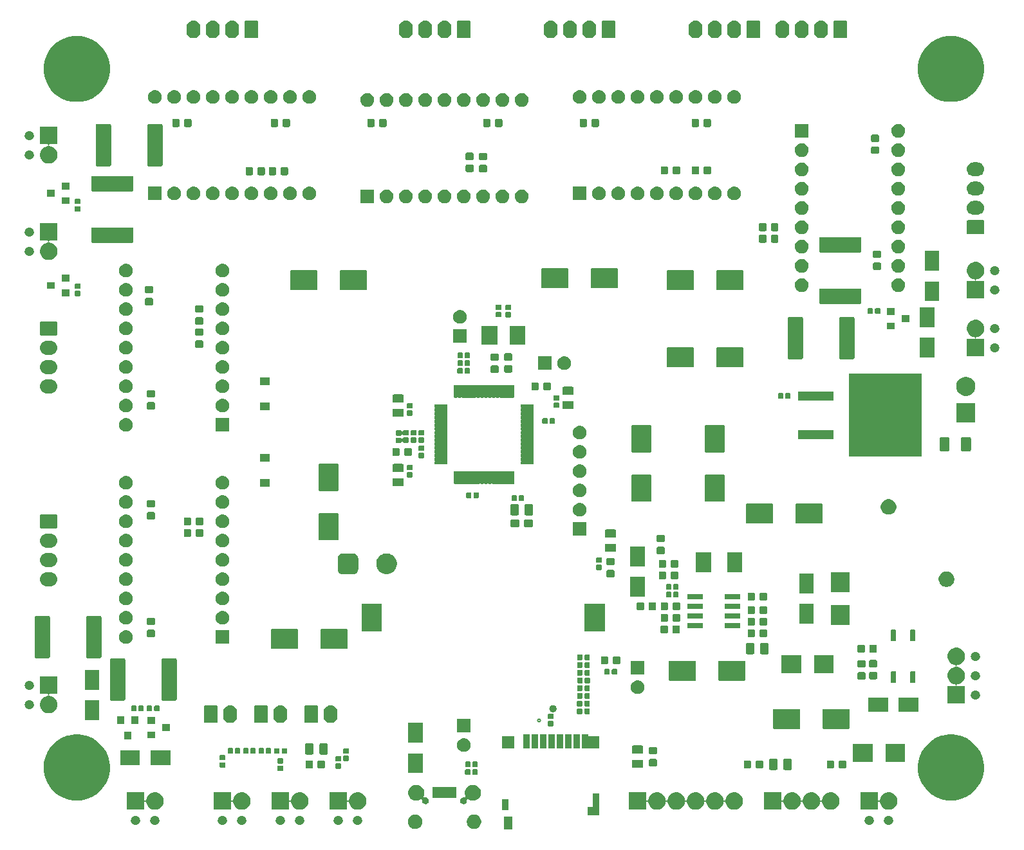
<source format=gbr>
G04 #@! TF.GenerationSoftware,KiCad,Pcbnew,(5.1.5)-3*
G04 #@! TF.CreationDate,2020-06-23T00:22:59+02:00*
G04 #@! TF.ProjectId,3D_Printer_Mainboard_STM32,33445f50-7269-46e7-9465-725f4d61696e,rev?*
G04 #@! TF.SameCoordinates,Original*
G04 #@! TF.FileFunction,Soldermask,Top*
G04 #@! TF.FilePolarity,Negative*
%FSLAX46Y46*%
G04 Gerber Fmt 4.6, Leading zero omitted, Abs format (unit mm)*
G04 Created by KiCad (PCBNEW (5.1.5)-3) date 2020-06-23 00:22:59*
%MOMM*%
%LPD*%
G04 APERTURE LIST*
%ADD10C,0.200000*%
%ADD11C,0.500000*%
%ADD12C,0.100000*%
G04 APERTURE END LIST*
D10*
X103505000Y-129794000D02*
G75*
G03X103505000Y-129794000I-190500J0D01*
G01*
D11*
X105410000Y-128270000D02*
G75*
G03X105410000Y-128270000I-254000J0D01*
G01*
D12*
G36*
X99826000Y-144146000D02*
G01*
X98724000Y-144146000D01*
X98724000Y-142494000D01*
X99826000Y-142494000D01*
X99826000Y-144146000D01*
G37*
G36*
X95032395Y-142207546D02*
G01*
X95205466Y-142279234D01*
X95205467Y-142279235D01*
X95361227Y-142383310D01*
X95493690Y-142515773D01*
X95493691Y-142515775D01*
X95597766Y-142671534D01*
X95669454Y-142844605D01*
X95706000Y-143028333D01*
X95706000Y-143215667D01*
X95669454Y-143399395D01*
X95597766Y-143572466D01*
X95597765Y-143572467D01*
X95493690Y-143728227D01*
X95361227Y-143860690D01*
X95282818Y-143913081D01*
X95205466Y-143964766D01*
X95032395Y-144036454D01*
X94848667Y-144073000D01*
X94661333Y-144073000D01*
X94477605Y-144036454D01*
X94304534Y-143964766D01*
X94227182Y-143913081D01*
X94148773Y-143860690D01*
X94016310Y-143728227D01*
X93912235Y-143572467D01*
X93912234Y-143572466D01*
X93840546Y-143399395D01*
X93804000Y-143215667D01*
X93804000Y-143028333D01*
X93840546Y-142844605D01*
X93912234Y-142671534D01*
X94016309Y-142515775D01*
X94016310Y-142515773D01*
X94148773Y-142383310D01*
X94304533Y-142279235D01*
X94304534Y-142279234D01*
X94477605Y-142207546D01*
X94661333Y-142171000D01*
X94848667Y-142171000D01*
X95032395Y-142207546D01*
G37*
G36*
X87282395Y-142207546D02*
G01*
X87455466Y-142279234D01*
X87455467Y-142279235D01*
X87611227Y-142383310D01*
X87743690Y-142515773D01*
X87743691Y-142515775D01*
X87847766Y-142671534D01*
X87919454Y-142844605D01*
X87956000Y-143028333D01*
X87956000Y-143215667D01*
X87919454Y-143399395D01*
X87847766Y-143572466D01*
X87847765Y-143572467D01*
X87743690Y-143728227D01*
X87611227Y-143860690D01*
X87532818Y-143913081D01*
X87455466Y-143964766D01*
X87282395Y-144036454D01*
X87098667Y-144073000D01*
X86911333Y-144073000D01*
X86727605Y-144036454D01*
X86554534Y-143964766D01*
X86477182Y-143913081D01*
X86398773Y-143860690D01*
X86266310Y-143728227D01*
X86162235Y-143572467D01*
X86162234Y-143572466D01*
X86090546Y-143399395D01*
X86054000Y-143215667D01*
X86054000Y-143028333D01*
X86090546Y-142844605D01*
X86162234Y-142671534D01*
X86266309Y-142515775D01*
X86266310Y-142515773D01*
X86398773Y-142383310D01*
X86554533Y-142279235D01*
X86554534Y-142279234D01*
X86727605Y-142207546D01*
X86911333Y-142171000D01*
X87098667Y-142171000D01*
X87282395Y-142207546D01*
G37*
G36*
X77046601Y-142364397D02*
G01*
X77085305Y-142372096D01*
X77112375Y-142383309D01*
X77194680Y-142417400D01*
X77293115Y-142483173D01*
X77376827Y-142566885D01*
X77442600Y-142665320D01*
X77487904Y-142774696D01*
X77511000Y-142890805D01*
X77511000Y-143009195D01*
X77487904Y-143125304D01*
X77442600Y-143234680D01*
X77376827Y-143333115D01*
X77293115Y-143416827D01*
X77194680Y-143482600D01*
X77117340Y-143514635D01*
X77085305Y-143527904D01*
X77046601Y-143535603D01*
X76969195Y-143551000D01*
X76850805Y-143551000D01*
X76773399Y-143535603D01*
X76734695Y-143527904D01*
X76702660Y-143514635D01*
X76625320Y-143482600D01*
X76526885Y-143416827D01*
X76443173Y-143333115D01*
X76377400Y-143234680D01*
X76332096Y-143125304D01*
X76309000Y-143009195D01*
X76309000Y-142890805D01*
X76332096Y-142774696D01*
X76377400Y-142665320D01*
X76443173Y-142566885D01*
X76526885Y-142483173D01*
X76625320Y-142417400D01*
X76707625Y-142383309D01*
X76734695Y-142372096D01*
X76773399Y-142364397D01*
X76850805Y-142349000D01*
X76969195Y-142349000D01*
X77046601Y-142364397D01*
G37*
G36*
X79586601Y-142364397D02*
G01*
X79625305Y-142372096D01*
X79652375Y-142383309D01*
X79734680Y-142417400D01*
X79833115Y-142483173D01*
X79916827Y-142566885D01*
X79982600Y-142665320D01*
X80027904Y-142774696D01*
X80051000Y-142890805D01*
X80051000Y-143009195D01*
X80027904Y-143125304D01*
X79982600Y-143234680D01*
X79916827Y-143333115D01*
X79833115Y-143416827D01*
X79734680Y-143482600D01*
X79657340Y-143514635D01*
X79625305Y-143527904D01*
X79586601Y-143535603D01*
X79509195Y-143551000D01*
X79390805Y-143551000D01*
X79313399Y-143535603D01*
X79274695Y-143527904D01*
X79242660Y-143514635D01*
X79165320Y-143482600D01*
X79066885Y-143416827D01*
X78983173Y-143333115D01*
X78917400Y-143234680D01*
X78872096Y-143125304D01*
X78849000Y-143009195D01*
X78849000Y-142890805D01*
X78872096Y-142774696D01*
X78917400Y-142665320D01*
X78983173Y-142566885D01*
X79066885Y-142483173D01*
X79165320Y-142417400D01*
X79247625Y-142383309D01*
X79274695Y-142372096D01*
X79313399Y-142364397D01*
X79390805Y-142349000D01*
X79509195Y-142349000D01*
X79586601Y-142364397D01*
G37*
G36*
X71966601Y-142364397D02*
G01*
X72005305Y-142372096D01*
X72032375Y-142383309D01*
X72114680Y-142417400D01*
X72213115Y-142483173D01*
X72296827Y-142566885D01*
X72362600Y-142665320D01*
X72407904Y-142774696D01*
X72431000Y-142890805D01*
X72431000Y-143009195D01*
X72407904Y-143125304D01*
X72362600Y-143234680D01*
X72296827Y-143333115D01*
X72213115Y-143416827D01*
X72114680Y-143482600D01*
X72037340Y-143514635D01*
X72005305Y-143527904D01*
X71966601Y-143535603D01*
X71889195Y-143551000D01*
X71770805Y-143551000D01*
X71693399Y-143535603D01*
X71654695Y-143527904D01*
X71622660Y-143514635D01*
X71545320Y-143482600D01*
X71446885Y-143416827D01*
X71363173Y-143333115D01*
X71297400Y-143234680D01*
X71252096Y-143125304D01*
X71229000Y-143009195D01*
X71229000Y-142890805D01*
X71252096Y-142774696D01*
X71297400Y-142665320D01*
X71363173Y-142566885D01*
X71446885Y-142483173D01*
X71545320Y-142417400D01*
X71627625Y-142383309D01*
X71654695Y-142372096D01*
X71693399Y-142364397D01*
X71770805Y-142349000D01*
X71889195Y-142349000D01*
X71966601Y-142364397D01*
G37*
G36*
X69426601Y-142364397D02*
G01*
X69465305Y-142372096D01*
X69492375Y-142383309D01*
X69574680Y-142417400D01*
X69673115Y-142483173D01*
X69756827Y-142566885D01*
X69822600Y-142665320D01*
X69867904Y-142774696D01*
X69891000Y-142890805D01*
X69891000Y-143009195D01*
X69867904Y-143125304D01*
X69822600Y-143234680D01*
X69756827Y-143333115D01*
X69673115Y-143416827D01*
X69574680Y-143482600D01*
X69497340Y-143514635D01*
X69465305Y-143527904D01*
X69426601Y-143535603D01*
X69349195Y-143551000D01*
X69230805Y-143551000D01*
X69153399Y-143535603D01*
X69114695Y-143527904D01*
X69082660Y-143514635D01*
X69005320Y-143482600D01*
X68906885Y-143416827D01*
X68823173Y-143333115D01*
X68757400Y-143234680D01*
X68712096Y-143125304D01*
X68689000Y-143009195D01*
X68689000Y-142890805D01*
X68712096Y-142774696D01*
X68757400Y-142665320D01*
X68823173Y-142566885D01*
X68906885Y-142483173D01*
X69005320Y-142417400D01*
X69087625Y-142383309D01*
X69114695Y-142372096D01*
X69153399Y-142364397D01*
X69230805Y-142349000D01*
X69349195Y-142349000D01*
X69426601Y-142364397D01*
G37*
G36*
X64346601Y-142364397D02*
G01*
X64385305Y-142372096D01*
X64412375Y-142383309D01*
X64494680Y-142417400D01*
X64593115Y-142483173D01*
X64676827Y-142566885D01*
X64742600Y-142665320D01*
X64787904Y-142774696D01*
X64811000Y-142890805D01*
X64811000Y-143009195D01*
X64787904Y-143125304D01*
X64742600Y-143234680D01*
X64676827Y-143333115D01*
X64593115Y-143416827D01*
X64494680Y-143482600D01*
X64417340Y-143514635D01*
X64385305Y-143527904D01*
X64346601Y-143535603D01*
X64269195Y-143551000D01*
X64150805Y-143551000D01*
X64073399Y-143535603D01*
X64034695Y-143527904D01*
X64002660Y-143514635D01*
X63925320Y-143482600D01*
X63826885Y-143416827D01*
X63743173Y-143333115D01*
X63677400Y-143234680D01*
X63632096Y-143125304D01*
X63609000Y-143009195D01*
X63609000Y-142890805D01*
X63632096Y-142774696D01*
X63677400Y-142665320D01*
X63743173Y-142566885D01*
X63826885Y-142483173D01*
X63925320Y-142417400D01*
X64007625Y-142383309D01*
X64034695Y-142372096D01*
X64073399Y-142364397D01*
X64150805Y-142349000D01*
X64269195Y-142349000D01*
X64346601Y-142364397D01*
G37*
G36*
X52916601Y-142364397D02*
G01*
X52955305Y-142372096D01*
X52982375Y-142383309D01*
X53064680Y-142417400D01*
X53163115Y-142483173D01*
X53246827Y-142566885D01*
X53312600Y-142665320D01*
X53357904Y-142774696D01*
X53381000Y-142890805D01*
X53381000Y-143009195D01*
X53357904Y-143125304D01*
X53312600Y-143234680D01*
X53246827Y-143333115D01*
X53163115Y-143416827D01*
X53064680Y-143482600D01*
X52987340Y-143514635D01*
X52955305Y-143527904D01*
X52916601Y-143535603D01*
X52839195Y-143551000D01*
X52720805Y-143551000D01*
X52643399Y-143535603D01*
X52604695Y-143527904D01*
X52572660Y-143514635D01*
X52495320Y-143482600D01*
X52396885Y-143416827D01*
X52313173Y-143333115D01*
X52247400Y-143234680D01*
X52202096Y-143125304D01*
X52179000Y-143009195D01*
X52179000Y-142890805D01*
X52202096Y-142774696D01*
X52247400Y-142665320D01*
X52313173Y-142566885D01*
X52396885Y-142483173D01*
X52495320Y-142417400D01*
X52577625Y-142383309D01*
X52604695Y-142372096D01*
X52643399Y-142364397D01*
X52720805Y-142349000D01*
X52839195Y-142349000D01*
X52916601Y-142364397D01*
G37*
G36*
X61806601Y-142364397D02*
G01*
X61845305Y-142372096D01*
X61872375Y-142383309D01*
X61954680Y-142417400D01*
X62053115Y-142483173D01*
X62136827Y-142566885D01*
X62202600Y-142665320D01*
X62247904Y-142774696D01*
X62271000Y-142890805D01*
X62271000Y-143009195D01*
X62247904Y-143125304D01*
X62202600Y-143234680D01*
X62136827Y-143333115D01*
X62053115Y-143416827D01*
X61954680Y-143482600D01*
X61877340Y-143514635D01*
X61845305Y-143527904D01*
X61806601Y-143535603D01*
X61729195Y-143551000D01*
X61610805Y-143551000D01*
X61533399Y-143535603D01*
X61494695Y-143527904D01*
X61462660Y-143514635D01*
X61385320Y-143482600D01*
X61286885Y-143416827D01*
X61203173Y-143333115D01*
X61137400Y-143234680D01*
X61092096Y-143125304D01*
X61069000Y-143009195D01*
X61069000Y-142890805D01*
X61092096Y-142774696D01*
X61137400Y-142665320D01*
X61203173Y-142566885D01*
X61286885Y-142483173D01*
X61385320Y-142417400D01*
X61467625Y-142383309D01*
X61494695Y-142372096D01*
X61533399Y-142364397D01*
X61610805Y-142349000D01*
X61729195Y-142349000D01*
X61806601Y-142364397D01*
G37*
G36*
X146896601Y-142364397D02*
G01*
X146935305Y-142372096D01*
X146962375Y-142383309D01*
X147044680Y-142417400D01*
X147143115Y-142483173D01*
X147226827Y-142566885D01*
X147292600Y-142665320D01*
X147337904Y-142774696D01*
X147361000Y-142890805D01*
X147361000Y-143009195D01*
X147337904Y-143125304D01*
X147292600Y-143234680D01*
X147226827Y-143333115D01*
X147143115Y-143416827D01*
X147044680Y-143482600D01*
X146967340Y-143514635D01*
X146935305Y-143527904D01*
X146896601Y-143535603D01*
X146819195Y-143551000D01*
X146700805Y-143551000D01*
X146623399Y-143535603D01*
X146584695Y-143527904D01*
X146552660Y-143514635D01*
X146475320Y-143482600D01*
X146376885Y-143416827D01*
X146293173Y-143333115D01*
X146227400Y-143234680D01*
X146182096Y-143125304D01*
X146159000Y-143009195D01*
X146159000Y-142890805D01*
X146182096Y-142774696D01*
X146227400Y-142665320D01*
X146293173Y-142566885D01*
X146376885Y-142483173D01*
X146475320Y-142417400D01*
X146557625Y-142383309D01*
X146584695Y-142372096D01*
X146623399Y-142364397D01*
X146700805Y-142349000D01*
X146819195Y-142349000D01*
X146896601Y-142364397D01*
G37*
G36*
X50376601Y-142364397D02*
G01*
X50415305Y-142372096D01*
X50442375Y-142383309D01*
X50524680Y-142417400D01*
X50623115Y-142483173D01*
X50706827Y-142566885D01*
X50772600Y-142665320D01*
X50817904Y-142774696D01*
X50841000Y-142890805D01*
X50841000Y-143009195D01*
X50817904Y-143125304D01*
X50772600Y-143234680D01*
X50706827Y-143333115D01*
X50623115Y-143416827D01*
X50524680Y-143482600D01*
X50447340Y-143514635D01*
X50415305Y-143527904D01*
X50376601Y-143535603D01*
X50299195Y-143551000D01*
X50180805Y-143551000D01*
X50103399Y-143535603D01*
X50064695Y-143527904D01*
X50032660Y-143514635D01*
X49955320Y-143482600D01*
X49856885Y-143416827D01*
X49773173Y-143333115D01*
X49707400Y-143234680D01*
X49662096Y-143125304D01*
X49639000Y-143009195D01*
X49639000Y-142890805D01*
X49662096Y-142774696D01*
X49707400Y-142665320D01*
X49773173Y-142566885D01*
X49856885Y-142483173D01*
X49955320Y-142417400D01*
X50037625Y-142383309D01*
X50064695Y-142372096D01*
X50103399Y-142364397D01*
X50180805Y-142349000D01*
X50299195Y-142349000D01*
X50376601Y-142364397D01*
G37*
G36*
X149436601Y-142364397D02*
G01*
X149475305Y-142372096D01*
X149502375Y-142383309D01*
X149584680Y-142417400D01*
X149683115Y-142483173D01*
X149766827Y-142566885D01*
X149832600Y-142665320D01*
X149877904Y-142774696D01*
X149901000Y-142890805D01*
X149901000Y-143009195D01*
X149877904Y-143125304D01*
X149832600Y-143234680D01*
X149766827Y-143333115D01*
X149683115Y-143416827D01*
X149584680Y-143482600D01*
X149507340Y-143514635D01*
X149475305Y-143527904D01*
X149436601Y-143535603D01*
X149359195Y-143551000D01*
X149240805Y-143551000D01*
X149163399Y-143535603D01*
X149124695Y-143527904D01*
X149092660Y-143514635D01*
X149015320Y-143482600D01*
X148916885Y-143416827D01*
X148833173Y-143333115D01*
X148767400Y-143234680D01*
X148722096Y-143125304D01*
X148699000Y-143009195D01*
X148699000Y-142890805D01*
X148722096Y-142774696D01*
X148767400Y-142665320D01*
X148833173Y-142566885D01*
X148916885Y-142483173D01*
X149015320Y-142417400D01*
X149097625Y-142383309D01*
X149124695Y-142372096D01*
X149163399Y-142364397D01*
X149240805Y-142349000D01*
X149359195Y-142349000D01*
X149436601Y-142364397D01*
G37*
G36*
X111276000Y-142296000D02*
G01*
X109724000Y-142296000D01*
X109724000Y-141194000D01*
X110249001Y-141194000D01*
X110273387Y-141191598D01*
X110296836Y-141184485D01*
X110318447Y-141172934D01*
X110337389Y-141157389D01*
X110352934Y-141138447D01*
X110364485Y-141116836D01*
X110371598Y-141093387D01*
X110374000Y-141069001D01*
X110374000Y-139444000D01*
X111276000Y-139444000D01*
X111276000Y-142296000D01*
G37*
G36*
X99326000Y-141646000D02*
G01*
X98424000Y-141646000D01*
X98424000Y-140144000D01*
X99326000Y-140144000D01*
X99326000Y-141646000D01*
G37*
G36*
X70441000Y-140224007D02*
G01*
X70443402Y-140248393D01*
X70450515Y-140271842D01*
X70462066Y-140293453D01*
X70477611Y-140312395D01*
X70496553Y-140327940D01*
X70518164Y-140339491D01*
X70541613Y-140346604D01*
X70565999Y-140349006D01*
X70590385Y-140346604D01*
X70613834Y-140339491D01*
X70635445Y-140327940D01*
X70654387Y-140312395D01*
X70669932Y-140293453D01*
X70681483Y-140271842D01*
X70688596Y-140248393D01*
X70710482Y-140138365D01*
X70723232Y-140074266D01*
X70809997Y-139864797D01*
X70935960Y-139676280D01*
X71096280Y-139515960D01*
X71284797Y-139389997D01*
X71309794Y-139379643D01*
X71346150Y-139364584D01*
X71494266Y-139303232D01*
X71639496Y-139274344D01*
X71716635Y-139259000D01*
X71943365Y-139259000D01*
X72020504Y-139274344D01*
X72165734Y-139303232D01*
X72313850Y-139364584D01*
X72350207Y-139379643D01*
X72375203Y-139389997D01*
X72563720Y-139515960D01*
X72724040Y-139676280D01*
X72850003Y-139864797D01*
X72936768Y-140074266D01*
X72949518Y-140138365D01*
X72976976Y-140276403D01*
X72981000Y-140296636D01*
X72981000Y-140523364D01*
X72936768Y-140745734D01*
X72850003Y-140955203D01*
X72724040Y-141143720D01*
X72563720Y-141304040D01*
X72375203Y-141430003D01*
X72165734Y-141516768D01*
X72054549Y-141538884D01*
X71943365Y-141561000D01*
X71716635Y-141561000D01*
X71605451Y-141538884D01*
X71494266Y-141516768D01*
X71284797Y-141430003D01*
X71096280Y-141304040D01*
X70935960Y-141143720D01*
X70809997Y-140955203D01*
X70723232Y-140745734D01*
X70688596Y-140571607D01*
X70681483Y-140548158D01*
X70669932Y-140526547D01*
X70654387Y-140507605D01*
X70635445Y-140492060D01*
X70613834Y-140480509D01*
X70590385Y-140473396D01*
X70565999Y-140470994D01*
X70541613Y-140473396D01*
X70518164Y-140480509D01*
X70496553Y-140492060D01*
X70477611Y-140507605D01*
X70462066Y-140526547D01*
X70450515Y-140548158D01*
X70443402Y-140571607D01*
X70441000Y-140595993D01*
X70441000Y-141561000D01*
X68139000Y-141561000D01*
X68139000Y-139259000D01*
X70441000Y-139259000D01*
X70441000Y-140224007D01*
G37*
G36*
X78061000Y-140224007D02*
G01*
X78063402Y-140248393D01*
X78070515Y-140271842D01*
X78082066Y-140293453D01*
X78097611Y-140312395D01*
X78116553Y-140327940D01*
X78138164Y-140339491D01*
X78161613Y-140346604D01*
X78185999Y-140349006D01*
X78210385Y-140346604D01*
X78233834Y-140339491D01*
X78255445Y-140327940D01*
X78274387Y-140312395D01*
X78289932Y-140293453D01*
X78301483Y-140271842D01*
X78308596Y-140248393D01*
X78330482Y-140138365D01*
X78343232Y-140074266D01*
X78429997Y-139864797D01*
X78555960Y-139676280D01*
X78716280Y-139515960D01*
X78904797Y-139389997D01*
X78929794Y-139379643D01*
X78966150Y-139364584D01*
X79114266Y-139303232D01*
X79259496Y-139274344D01*
X79336635Y-139259000D01*
X79563365Y-139259000D01*
X79640504Y-139274344D01*
X79785734Y-139303232D01*
X79933850Y-139364584D01*
X79970207Y-139379643D01*
X79995203Y-139389997D01*
X80183720Y-139515960D01*
X80344040Y-139676280D01*
X80470003Y-139864797D01*
X80556768Y-140074266D01*
X80569518Y-140138365D01*
X80596976Y-140276403D01*
X80601000Y-140296636D01*
X80601000Y-140523364D01*
X80556768Y-140745734D01*
X80470003Y-140955203D01*
X80344040Y-141143720D01*
X80183720Y-141304040D01*
X79995203Y-141430003D01*
X79785734Y-141516768D01*
X79674549Y-141538884D01*
X79563365Y-141561000D01*
X79336635Y-141561000D01*
X79225451Y-141538884D01*
X79114266Y-141516768D01*
X78904797Y-141430003D01*
X78716280Y-141304040D01*
X78555960Y-141143720D01*
X78429997Y-140955203D01*
X78343232Y-140745734D01*
X78308596Y-140571607D01*
X78301483Y-140548158D01*
X78289932Y-140526547D01*
X78274387Y-140507605D01*
X78255445Y-140492060D01*
X78233834Y-140480509D01*
X78210385Y-140473396D01*
X78185999Y-140470994D01*
X78161613Y-140473396D01*
X78138164Y-140480509D01*
X78116553Y-140492060D01*
X78097611Y-140507605D01*
X78082066Y-140526547D01*
X78070515Y-140548158D01*
X78063402Y-140571607D01*
X78061000Y-140595993D01*
X78061000Y-141561000D01*
X75759000Y-141561000D01*
X75759000Y-139259000D01*
X78061000Y-139259000D01*
X78061000Y-140224007D01*
G37*
G36*
X147911000Y-140224007D02*
G01*
X147913402Y-140248393D01*
X147920515Y-140271842D01*
X147932066Y-140293453D01*
X147947611Y-140312395D01*
X147966553Y-140327940D01*
X147988164Y-140339491D01*
X148011613Y-140346604D01*
X148035999Y-140349006D01*
X148060385Y-140346604D01*
X148083834Y-140339491D01*
X148105445Y-140327940D01*
X148124387Y-140312395D01*
X148139932Y-140293453D01*
X148151483Y-140271842D01*
X148158596Y-140248393D01*
X148180482Y-140138365D01*
X148193232Y-140074266D01*
X148279997Y-139864797D01*
X148405960Y-139676280D01*
X148566280Y-139515960D01*
X148754797Y-139389997D01*
X148779794Y-139379643D01*
X148816150Y-139364584D01*
X148964266Y-139303232D01*
X149109496Y-139274344D01*
X149186635Y-139259000D01*
X149413365Y-139259000D01*
X149490504Y-139274344D01*
X149635734Y-139303232D01*
X149783850Y-139364584D01*
X149820207Y-139379643D01*
X149845203Y-139389997D01*
X150033720Y-139515960D01*
X150194040Y-139676280D01*
X150320003Y-139864797D01*
X150406768Y-140074266D01*
X150419518Y-140138365D01*
X150446976Y-140276403D01*
X150451000Y-140296636D01*
X150451000Y-140523364D01*
X150406768Y-140745734D01*
X150320003Y-140955203D01*
X150194040Y-141143720D01*
X150033720Y-141304040D01*
X149845203Y-141430003D01*
X149635734Y-141516768D01*
X149524549Y-141538884D01*
X149413365Y-141561000D01*
X149186635Y-141561000D01*
X149075451Y-141538884D01*
X148964266Y-141516768D01*
X148754797Y-141430003D01*
X148566280Y-141304040D01*
X148405960Y-141143720D01*
X148279997Y-140955203D01*
X148193232Y-140745734D01*
X148158596Y-140571607D01*
X148151483Y-140548158D01*
X148139932Y-140526547D01*
X148124387Y-140507605D01*
X148105445Y-140492060D01*
X148083834Y-140480509D01*
X148060385Y-140473396D01*
X148035999Y-140470994D01*
X148011613Y-140473396D01*
X147988164Y-140480509D01*
X147966553Y-140492060D01*
X147947611Y-140507605D01*
X147932066Y-140526547D01*
X147920515Y-140548158D01*
X147913402Y-140571607D01*
X147911000Y-140595993D01*
X147911000Y-141561000D01*
X145609000Y-141561000D01*
X145609000Y-139259000D01*
X147911000Y-139259000D01*
X147911000Y-140224007D01*
G37*
G36*
X117431000Y-140224007D02*
G01*
X117433402Y-140248393D01*
X117440515Y-140271842D01*
X117452066Y-140293453D01*
X117467611Y-140312395D01*
X117486553Y-140327940D01*
X117508164Y-140339491D01*
X117531613Y-140346604D01*
X117555999Y-140349006D01*
X117580385Y-140346604D01*
X117603834Y-140339491D01*
X117625445Y-140327940D01*
X117644387Y-140312395D01*
X117659932Y-140293453D01*
X117671483Y-140271842D01*
X117678596Y-140248393D01*
X117700482Y-140138365D01*
X117713232Y-140074266D01*
X117799997Y-139864797D01*
X117925960Y-139676280D01*
X118086280Y-139515960D01*
X118274797Y-139389997D01*
X118299794Y-139379643D01*
X118336150Y-139364584D01*
X118484266Y-139303232D01*
X118629496Y-139274344D01*
X118706635Y-139259000D01*
X118933365Y-139259000D01*
X119010504Y-139274344D01*
X119155734Y-139303232D01*
X119303850Y-139364584D01*
X119340207Y-139379643D01*
X119365203Y-139389997D01*
X119553720Y-139515960D01*
X119714040Y-139676280D01*
X119840003Y-139864797D01*
X119926768Y-140074266D01*
X119939518Y-140138365D01*
X119967403Y-140278552D01*
X119974516Y-140302001D01*
X119986067Y-140323612D01*
X120001612Y-140342554D01*
X120020554Y-140358099D01*
X120042165Y-140369650D01*
X120065614Y-140376763D01*
X120090000Y-140379165D01*
X120114386Y-140376763D01*
X120137835Y-140369650D01*
X120159446Y-140358099D01*
X120178388Y-140342554D01*
X120193933Y-140323612D01*
X120205484Y-140302001D01*
X120212597Y-140278552D01*
X120240482Y-140138365D01*
X120253232Y-140074266D01*
X120339997Y-139864797D01*
X120465960Y-139676280D01*
X120626280Y-139515960D01*
X120814797Y-139389997D01*
X120839794Y-139379643D01*
X120876150Y-139364584D01*
X121024266Y-139303232D01*
X121169496Y-139274344D01*
X121246635Y-139259000D01*
X121473365Y-139259000D01*
X121550504Y-139274344D01*
X121695734Y-139303232D01*
X121843850Y-139364584D01*
X121880207Y-139379643D01*
X121905203Y-139389997D01*
X122093720Y-139515960D01*
X122254040Y-139676280D01*
X122380003Y-139864797D01*
X122466768Y-140074266D01*
X122479518Y-140138365D01*
X122507403Y-140278552D01*
X122514516Y-140302001D01*
X122526067Y-140323612D01*
X122541612Y-140342554D01*
X122560554Y-140358099D01*
X122582165Y-140369650D01*
X122605614Y-140376763D01*
X122630000Y-140379165D01*
X122654386Y-140376763D01*
X122677835Y-140369650D01*
X122699446Y-140358099D01*
X122718388Y-140342554D01*
X122733933Y-140323612D01*
X122745484Y-140302001D01*
X122752597Y-140278552D01*
X122780482Y-140138365D01*
X122793232Y-140074266D01*
X122879997Y-139864797D01*
X123005960Y-139676280D01*
X123166280Y-139515960D01*
X123354797Y-139389997D01*
X123379794Y-139379643D01*
X123416150Y-139364584D01*
X123564266Y-139303232D01*
X123709496Y-139274344D01*
X123786635Y-139259000D01*
X124013365Y-139259000D01*
X124090504Y-139274344D01*
X124235734Y-139303232D01*
X124383850Y-139364584D01*
X124420207Y-139379643D01*
X124445203Y-139389997D01*
X124633720Y-139515960D01*
X124794040Y-139676280D01*
X124920003Y-139864797D01*
X125006768Y-140074266D01*
X125019518Y-140138365D01*
X125047403Y-140278552D01*
X125054516Y-140302001D01*
X125066067Y-140323612D01*
X125081612Y-140342554D01*
X125100554Y-140358099D01*
X125122165Y-140369650D01*
X125145614Y-140376763D01*
X125170000Y-140379165D01*
X125194386Y-140376763D01*
X125217835Y-140369650D01*
X125239446Y-140358099D01*
X125258388Y-140342554D01*
X125273933Y-140323612D01*
X125285484Y-140302001D01*
X125292597Y-140278552D01*
X125320482Y-140138365D01*
X125333232Y-140074266D01*
X125419997Y-139864797D01*
X125545960Y-139676280D01*
X125706280Y-139515960D01*
X125894797Y-139389997D01*
X125919794Y-139379643D01*
X125956150Y-139364584D01*
X126104266Y-139303232D01*
X126249496Y-139274344D01*
X126326635Y-139259000D01*
X126553365Y-139259000D01*
X126630504Y-139274344D01*
X126775734Y-139303232D01*
X126923850Y-139364584D01*
X126960207Y-139379643D01*
X126985203Y-139389997D01*
X127173720Y-139515960D01*
X127334040Y-139676280D01*
X127460003Y-139864797D01*
X127546768Y-140074266D01*
X127559518Y-140138365D01*
X127587403Y-140278552D01*
X127594516Y-140302001D01*
X127606067Y-140323612D01*
X127621612Y-140342554D01*
X127640554Y-140358099D01*
X127662165Y-140369650D01*
X127685614Y-140376763D01*
X127710000Y-140379165D01*
X127734386Y-140376763D01*
X127757835Y-140369650D01*
X127779446Y-140358099D01*
X127798388Y-140342554D01*
X127813933Y-140323612D01*
X127825484Y-140302001D01*
X127832597Y-140278552D01*
X127860482Y-140138365D01*
X127873232Y-140074266D01*
X127959997Y-139864797D01*
X128085960Y-139676280D01*
X128246280Y-139515960D01*
X128434797Y-139389997D01*
X128459794Y-139379643D01*
X128496150Y-139364584D01*
X128644266Y-139303232D01*
X128789496Y-139274344D01*
X128866635Y-139259000D01*
X129093365Y-139259000D01*
X129170504Y-139274344D01*
X129315734Y-139303232D01*
X129463850Y-139364584D01*
X129500207Y-139379643D01*
X129525203Y-139389997D01*
X129713720Y-139515960D01*
X129874040Y-139676280D01*
X130000003Y-139864797D01*
X130086768Y-140074266D01*
X130099518Y-140138365D01*
X130126976Y-140276403D01*
X130131000Y-140296636D01*
X130131000Y-140523364D01*
X130086768Y-140745734D01*
X130000003Y-140955203D01*
X129874040Y-141143720D01*
X129713720Y-141304040D01*
X129525203Y-141430003D01*
X129315734Y-141516768D01*
X129204549Y-141538884D01*
X129093365Y-141561000D01*
X128866635Y-141561000D01*
X128755451Y-141538884D01*
X128644266Y-141516768D01*
X128434797Y-141430003D01*
X128246280Y-141304040D01*
X128085960Y-141143720D01*
X127959997Y-140955203D01*
X127873232Y-140745734D01*
X127832597Y-140541448D01*
X127825484Y-140517999D01*
X127813933Y-140496388D01*
X127798388Y-140477446D01*
X127779446Y-140461901D01*
X127757835Y-140450350D01*
X127734386Y-140443237D01*
X127710000Y-140440835D01*
X127685614Y-140443237D01*
X127662165Y-140450350D01*
X127640554Y-140461901D01*
X127621612Y-140477446D01*
X127606067Y-140496388D01*
X127594516Y-140517999D01*
X127587403Y-140541448D01*
X127546768Y-140745734D01*
X127460003Y-140955203D01*
X127334040Y-141143720D01*
X127173720Y-141304040D01*
X126985203Y-141430003D01*
X126775734Y-141516768D01*
X126664549Y-141538884D01*
X126553365Y-141561000D01*
X126326635Y-141561000D01*
X126215451Y-141538884D01*
X126104266Y-141516768D01*
X125894797Y-141430003D01*
X125706280Y-141304040D01*
X125545960Y-141143720D01*
X125419997Y-140955203D01*
X125333232Y-140745734D01*
X125292597Y-140541448D01*
X125285484Y-140517999D01*
X125273933Y-140496388D01*
X125258388Y-140477446D01*
X125239446Y-140461901D01*
X125217835Y-140450350D01*
X125194386Y-140443237D01*
X125170000Y-140440835D01*
X125145614Y-140443237D01*
X125122165Y-140450350D01*
X125100554Y-140461901D01*
X125081612Y-140477446D01*
X125066067Y-140496388D01*
X125054516Y-140517999D01*
X125047403Y-140541448D01*
X125006768Y-140745734D01*
X124920003Y-140955203D01*
X124794040Y-141143720D01*
X124633720Y-141304040D01*
X124445203Y-141430003D01*
X124235734Y-141516768D01*
X124124549Y-141538884D01*
X124013365Y-141561000D01*
X123786635Y-141561000D01*
X123675451Y-141538884D01*
X123564266Y-141516768D01*
X123354797Y-141430003D01*
X123166280Y-141304040D01*
X123005960Y-141143720D01*
X122879997Y-140955203D01*
X122793232Y-140745734D01*
X122752597Y-140541448D01*
X122745484Y-140517999D01*
X122733933Y-140496388D01*
X122718388Y-140477446D01*
X122699446Y-140461901D01*
X122677835Y-140450350D01*
X122654386Y-140443237D01*
X122630000Y-140440835D01*
X122605614Y-140443237D01*
X122582165Y-140450350D01*
X122560554Y-140461901D01*
X122541612Y-140477446D01*
X122526067Y-140496388D01*
X122514516Y-140517999D01*
X122507403Y-140541448D01*
X122466768Y-140745734D01*
X122380003Y-140955203D01*
X122254040Y-141143720D01*
X122093720Y-141304040D01*
X121905203Y-141430003D01*
X121695734Y-141516768D01*
X121584549Y-141538884D01*
X121473365Y-141561000D01*
X121246635Y-141561000D01*
X121135451Y-141538884D01*
X121024266Y-141516768D01*
X120814797Y-141430003D01*
X120626280Y-141304040D01*
X120465960Y-141143720D01*
X120339997Y-140955203D01*
X120253232Y-140745734D01*
X120212597Y-140541448D01*
X120205484Y-140517999D01*
X120193933Y-140496388D01*
X120178388Y-140477446D01*
X120159446Y-140461901D01*
X120137835Y-140450350D01*
X120114386Y-140443237D01*
X120090000Y-140440835D01*
X120065614Y-140443237D01*
X120042165Y-140450350D01*
X120020554Y-140461901D01*
X120001612Y-140477446D01*
X119986067Y-140496388D01*
X119974516Y-140517999D01*
X119967403Y-140541448D01*
X119926768Y-140745734D01*
X119840003Y-140955203D01*
X119714040Y-141143720D01*
X119553720Y-141304040D01*
X119365203Y-141430003D01*
X119155734Y-141516768D01*
X119044549Y-141538884D01*
X118933365Y-141561000D01*
X118706635Y-141561000D01*
X118595451Y-141538884D01*
X118484266Y-141516768D01*
X118274797Y-141430003D01*
X118086280Y-141304040D01*
X117925960Y-141143720D01*
X117799997Y-140955203D01*
X117713232Y-140745734D01*
X117678596Y-140571607D01*
X117671483Y-140548158D01*
X117659932Y-140526547D01*
X117644387Y-140507605D01*
X117625445Y-140492060D01*
X117603834Y-140480509D01*
X117580385Y-140473396D01*
X117555999Y-140470994D01*
X117531613Y-140473396D01*
X117508164Y-140480509D01*
X117486553Y-140492060D01*
X117467611Y-140507605D01*
X117452066Y-140526547D01*
X117440515Y-140548158D01*
X117433402Y-140571607D01*
X117431000Y-140595993D01*
X117431000Y-141561000D01*
X115129000Y-141561000D01*
X115129000Y-139259000D01*
X117431000Y-139259000D01*
X117431000Y-140224007D01*
G37*
G36*
X62821000Y-140224007D02*
G01*
X62823402Y-140248393D01*
X62830515Y-140271842D01*
X62842066Y-140293453D01*
X62857611Y-140312395D01*
X62876553Y-140327940D01*
X62898164Y-140339491D01*
X62921613Y-140346604D01*
X62945999Y-140349006D01*
X62970385Y-140346604D01*
X62993834Y-140339491D01*
X63015445Y-140327940D01*
X63034387Y-140312395D01*
X63049932Y-140293453D01*
X63061483Y-140271842D01*
X63068596Y-140248393D01*
X63090482Y-140138365D01*
X63103232Y-140074266D01*
X63189997Y-139864797D01*
X63315960Y-139676280D01*
X63476280Y-139515960D01*
X63664797Y-139389997D01*
X63689794Y-139379643D01*
X63726150Y-139364584D01*
X63874266Y-139303232D01*
X64019496Y-139274344D01*
X64096635Y-139259000D01*
X64323365Y-139259000D01*
X64400504Y-139274344D01*
X64545734Y-139303232D01*
X64693850Y-139364584D01*
X64730207Y-139379643D01*
X64755203Y-139389997D01*
X64943720Y-139515960D01*
X65104040Y-139676280D01*
X65230003Y-139864797D01*
X65316768Y-140074266D01*
X65329518Y-140138365D01*
X65356976Y-140276403D01*
X65361000Y-140296636D01*
X65361000Y-140523364D01*
X65316768Y-140745734D01*
X65230003Y-140955203D01*
X65104040Y-141143720D01*
X64943720Y-141304040D01*
X64755203Y-141430003D01*
X64545734Y-141516768D01*
X64434549Y-141538884D01*
X64323365Y-141561000D01*
X64096635Y-141561000D01*
X63985451Y-141538884D01*
X63874266Y-141516768D01*
X63664797Y-141430003D01*
X63476280Y-141304040D01*
X63315960Y-141143720D01*
X63189997Y-140955203D01*
X63103232Y-140745734D01*
X63068596Y-140571607D01*
X63061483Y-140548158D01*
X63049932Y-140526547D01*
X63034387Y-140507605D01*
X63015445Y-140492060D01*
X62993834Y-140480509D01*
X62970385Y-140473396D01*
X62945999Y-140470994D01*
X62921613Y-140473396D01*
X62898164Y-140480509D01*
X62876553Y-140492060D01*
X62857611Y-140507605D01*
X62842066Y-140526547D01*
X62830515Y-140548158D01*
X62823402Y-140571607D01*
X62821000Y-140595993D01*
X62821000Y-141561000D01*
X60519000Y-141561000D01*
X60519000Y-139259000D01*
X62821000Y-139259000D01*
X62821000Y-140224007D01*
G37*
G36*
X135211000Y-140224007D02*
G01*
X135213402Y-140248393D01*
X135220515Y-140271842D01*
X135232066Y-140293453D01*
X135247611Y-140312395D01*
X135266553Y-140327940D01*
X135288164Y-140339491D01*
X135311613Y-140346604D01*
X135335999Y-140349006D01*
X135360385Y-140346604D01*
X135383834Y-140339491D01*
X135405445Y-140327940D01*
X135424387Y-140312395D01*
X135439932Y-140293453D01*
X135451483Y-140271842D01*
X135458596Y-140248393D01*
X135480482Y-140138365D01*
X135493232Y-140074266D01*
X135579997Y-139864797D01*
X135705960Y-139676280D01*
X135866280Y-139515960D01*
X136054797Y-139389997D01*
X136079794Y-139379643D01*
X136116150Y-139364584D01*
X136264266Y-139303232D01*
X136409496Y-139274344D01*
X136486635Y-139259000D01*
X136713365Y-139259000D01*
X136790504Y-139274344D01*
X136935734Y-139303232D01*
X137083850Y-139364584D01*
X137120207Y-139379643D01*
X137145203Y-139389997D01*
X137333720Y-139515960D01*
X137494040Y-139676280D01*
X137620003Y-139864797D01*
X137706768Y-140074266D01*
X137719518Y-140138365D01*
X137747403Y-140278552D01*
X137754516Y-140302001D01*
X137766067Y-140323612D01*
X137781612Y-140342554D01*
X137800554Y-140358099D01*
X137822165Y-140369650D01*
X137845614Y-140376763D01*
X137870000Y-140379165D01*
X137894386Y-140376763D01*
X137917835Y-140369650D01*
X137939446Y-140358099D01*
X137958388Y-140342554D01*
X137973933Y-140323612D01*
X137985484Y-140302001D01*
X137992597Y-140278552D01*
X138020482Y-140138365D01*
X138033232Y-140074266D01*
X138119997Y-139864797D01*
X138245960Y-139676280D01*
X138406280Y-139515960D01*
X138594797Y-139389997D01*
X138619794Y-139379643D01*
X138656150Y-139364584D01*
X138804266Y-139303232D01*
X138949496Y-139274344D01*
X139026635Y-139259000D01*
X139253365Y-139259000D01*
X139330504Y-139274344D01*
X139475734Y-139303232D01*
X139623850Y-139364584D01*
X139660207Y-139379643D01*
X139685203Y-139389997D01*
X139873720Y-139515960D01*
X140034040Y-139676280D01*
X140160003Y-139864797D01*
X140246768Y-140074266D01*
X140259518Y-140138365D01*
X140287403Y-140278552D01*
X140294516Y-140302001D01*
X140306067Y-140323612D01*
X140321612Y-140342554D01*
X140340554Y-140358099D01*
X140362165Y-140369650D01*
X140385614Y-140376763D01*
X140410000Y-140379165D01*
X140434386Y-140376763D01*
X140457835Y-140369650D01*
X140479446Y-140358099D01*
X140498388Y-140342554D01*
X140513933Y-140323612D01*
X140525484Y-140302001D01*
X140532597Y-140278552D01*
X140560482Y-140138365D01*
X140573232Y-140074266D01*
X140659997Y-139864797D01*
X140785960Y-139676280D01*
X140946280Y-139515960D01*
X141134797Y-139389997D01*
X141159794Y-139379643D01*
X141196150Y-139364584D01*
X141344266Y-139303232D01*
X141489496Y-139274344D01*
X141566635Y-139259000D01*
X141793365Y-139259000D01*
X141870504Y-139274344D01*
X142015734Y-139303232D01*
X142163850Y-139364584D01*
X142200207Y-139379643D01*
X142225203Y-139389997D01*
X142413720Y-139515960D01*
X142574040Y-139676280D01*
X142700003Y-139864797D01*
X142786768Y-140074266D01*
X142799518Y-140138365D01*
X142826976Y-140276403D01*
X142831000Y-140296636D01*
X142831000Y-140523364D01*
X142786768Y-140745734D01*
X142700003Y-140955203D01*
X142574040Y-141143720D01*
X142413720Y-141304040D01*
X142225203Y-141430003D01*
X142015734Y-141516768D01*
X141904549Y-141538884D01*
X141793365Y-141561000D01*
X141566635Y-141561000D01*
X141455451Y-141538884D01*
X141344266Y-141516768D01*
X141134797Y-141430003D01*
X140946280Y-141304040D01*
X140785960Y-141143720D01*
X140659997Y-140955203D01*
X140573232Y-140745734D01*
X140532597Y-140541448D01*
X140525484Y-140517999D01*
X140513933Y-140496388D01*
X140498388Y-140477446D01*
X140479446Y-140461901D01*
X140457835Y-140450350D01*
X140434386Y-140443237D01*
X140410000Y-140440835D01*
X140385614Y-140443237D01*
X140362165Y-140450350D01*
X140340554Y-140461901D01*
X140321612Y-140477446D01*
X140306067Y-140496388D01*
X140294516Y-140517999D01*
X140287403Y-140541448D01*
X140246768Y-140745734D01*
X140160003Y-140955203D01*
X140034040Y-141143720D01*
X139873720Y-141304040D01*
X139685203Y-141430003D01*
X139475734Y-141516768D01*
X139364549Y-141538884D01*
X139253365Y-141561000D01*
X139026635Y-141561000D01*
X138915451Y-141538884D01*
X138804266Y-141516768D01*
X138594797Y-141430003D01*
X138406280Y-141304040D01*
X138245960Y-141143720D01*
X138119997Y-140955203D01*
X138033232Y-140745734D01*
X137992597Y-140541448D01*
X137985484Y-140517999D01*
X137973933Y-140496388D01*
X137958388Y-140477446D01*
X137939446Y-140461901D01*
X137917835Y-140450350D01*
X137894386Y-140443237D01*
X137870000Y-140440835D01*
X137845614Y-140443237D01*
X137822165Y-140450350D01*
X137800554Y-140461901D01*
X137781612Y-140477446D01*
X137766067Y-140496388D01*
X137754516Y-140517999D01*
X137747403Y-140541448D01*
X137706768Y-140745734D01*
X137620003Y-140955203D01*
X137494040Y-141143720D01*
X137333720Y-141304040D01*
X137145203Y-141430003D01*
X136935734Y-141516768D01*
X136824549Y-141538884D01*
X136713365Y-141561000D01*
X136486635Y-141561000D01*
X136375451Y-141538884D01*
X136264266Y-141516768D01*
X136054797Y-141430003D01*
X135866280Y-141304040D01*
X135705960Y-141143720D01*
X135579997Y-140955203D01*
X135493232Y-140745734D01*
X135458596Y-140571607D01*
X135451483Y-140548158D01*
X135439932Y-140526547D01*
X135424387Y-140507605D01*
X135405445Y-140492060D01*
X135383834Y-140480509D01*
X135360385Y-140473396D01*
X135335999Y-140470994D01*
X135311613Y-140473396D01*
X135288164Y-140480509D01*
X135266553Y-140492060D01*
X135247611Y-140507605D01*
X135232066Y-140526547D01*
X135220515Y-140548158D01*
X135213402Y-140571607D01*
X135211000Y-140595993D01*
X135211000Y-141561000D01*
X132909000Y-141561000D01*
X132909000Y-139259000D01*
X135211000Y-139259000D01*
X135211000Y-140224007D01*
G37*
G36*
X51391000Y-140224007D02*
G01*
X51393402Y-140248393D01*
X51400515Y-140271842D01*
X51412066Y-140293453D01*
X51427611Y-140312395D01*
X51446553Y-140327940D01*
X51468164Y-140339491D01*
X51491613Y-140346604D01*
X51515999Y-140349006D01*
X51540385Y-140346604D01*
X51563834Y-140339491D01*
X51585445Y-140327940D01*
X51604387Y-140312395D01*
X51619932Y-140293453D01*
X51631483Y-140271842D01*
X51638596Y-140248393D01*
X51660482Y-140138365D01*
X51673232Y-140074266D01*
X51759997Y-139864797D01*
X51885960Y-139676280D01*
X52046280Y-139515960D01*
X52234797Y-139389997D01*
X52259794Y-139379643D01*
X52296150Y-139364584D01*
X52444266Y-139303232D01*
X52589496Y-139274344D01*
X52666635Y-139259000D01*
X52893365Y-139259000D01*
X52970504Y-139274344D01*
X53115734Y-139303232D01*
X53263850Y-139364584D01*
X53300207Y-139379643D01*
X53325203Y-139389997D01*
X53513720Y-139515960D01*
X53674040Y-139676280D01*
X53800003Y-139864797D01*
X53886768Y-140074266D01*
X53899518Y-140138365D01*
X53926976Y-140276403D01*
X53931000Y-140296636D01*
X53931000Y-140523364D01*
X53886768Y-140745734D01*
X53800003Y-140955203D01*
X53674040Y-141143720D01*
X53513720Y-141304040D01*
X53325203Y-141430003D01*
X53115734Y-141516768D01*
X53004549Y-141538884D01*
X52893365Y-141561000D01*
X52666635Y-141561000D01*
X52555451Y-141538884D01*
X52444266Y-141516768D01*
X52234797Y-141430003D01*
X52046280Y-141304040D01*
X51885960Y-141143720D01*
X51759997Y-140955203D01*
X51673232Y-140745734D01*
X51638596Y-140571607D01*
X51631483Y-140548158D01*
X51619932Y-140526547D01*
X51604387Y-140507605D01*
X51585445Y-140492060D01*
X51563834Y-140480509D01*
X51540385Y-140473396D01*
X51515999Y-140470994D01*
X51491613Y-140473396D01*
X51468164Y-140480509D01*
X51446553Y-140492060D01*
X51427611Y-140507605D01*
X51412066Y-140526547D01*
X51400515Y-140548158D01*
X51393402Y-140571607D01*
X51391000Y-140595993D01*
X51391000Y-141561000D01*
X49089000Y-141561000D01*
X49089000Y-139259000D01*
X51391000Y-139259000D01*
X51391000Y-140224007D01*
G37*
G36*
X94911564Y-138311389D02*
G01*
X95102833Y-138390615D01*
X95102835Y-138390616D01*
X95274973Y-138505635D01*
X95421365Y-138652027D01*
X95502598Y-138773600D01*
X95536385Y-138824167D01*
X95615611Y-139015436D01*
X95656000Y-139218484D01*
X95656000Y-139425516D01*
X95615611Y-139628564D01*
X95536385Y-139819833D01*
X95536384Y-139819835D01*
X95421365Y-139991973D01*
X95274973Y-140138365D01*
X95102835Y-140253384D01*
X95102834Y-140253385D01*
X95102833Y-140253385D01*
X94911564Y-140332611D01*
X94708516Y-140373000D01*
X94501484Y-140373000D01*
X94298436Y-140332611D01*
X94107167Y-140253385D01*
X94107166Y-140253385D01*
X94107165Y-140253384D01*
X94022563Y-140196855D01*
X94000954Y-140185305D01*
X93977505Y-140178192D01*
X93953119Y-140175790D01*
X93928733Y-140178192D01*
X93905284Y-140185305D01*
X93883673Y-140196856D01*
X93864731Y-140212401D01*
X93849186Y-140231343D01*
X93837635Y-140252954D01*
X93830522Y-140276403D01*
X93828120Y-140300789D01*
X93830521Y-140325173D01*
X93831000Y-140327581D01*
X93831000Y-140416421D01*
X93813669Y-140503552D01*
X93795192Y-140548158D01*
X93779671Y-140585629D01*
X93730314Y-140659496D01*
X93667496Y-140722314D01*
X93593629Y-140771671D01*
X93593628Y-140771672D01*
X93593627Y-140771672D01*
X93511552Y-140805669D01*
X93424421Y-140823000D01*
X93335579Y-140823000D01*
X93248448Y-140805669D01*
X93166373Y-140771672D01*
X93166372Y-140771672D01*
X93166371Y-140771671D01*
X93092504Y-140722314D01*
X93029686Y-140659496D01*
X92980329Y-140585629D01*
X92964808Y-140548158D01*
X92946331Y-140503552D01*
X92929000Y-140416421D01*
X92929000Y-140327579D01*
X92946331Y-140240448D01*
X92980328Y-140158373D01*
X93029685Y-140084505D01*
X93092505Y-140021685D01*
X93165367Y-139973000D01*
X93166371Y-139972329D01*
X93166373Y-139972328D01*
X93248448Y-139938331D01*
X93335579Y-139921000D01*
X93424421Y-139921000D01*
X93512294Y-139938479D01*
X93536680Y-139940881D01*
X93561066Y-139938479D01*
X93584515Y-139931366D01*
X93606126Y-139919815D01*
X93625068Y-139904270D01*
X93640613Y-139885328D01*
X93652164Y-139863717D01*
X93659277Y-139840268D01*
X93661679Y-139815882D01*
X93659277Y-139791496D01*
X93652164Y-139768047D01*
X93594389Y-139628565D01*
X93554000Y-139425516D01*
X93554000Y-139218484D01*
X93594389Y-139015436D01*
X93673615Y-138824167D01*
X93707403Y-138773600D01*
X93788635Y-138652027D01*
X93935027Y-138505635D01*
X94107165Y-138390616D01*
X94107167Y-138390615D01*
X94298436Y-138311389D01*
X94501484Y-138271000D01*
X94708516Y-138271000D01*
X94911564Y-138311389D01*
G37*
G36*
X87461564Y-138311389D02*
G01*
X87652833Y-138390615D01*
X87652835Y-138390616D01*
X87824973Y-138505635D01*
X87971365Y-138652027D01*
X88052598Y-138773600D01*
X88086385Y-138824167D01*
X88165611Y-139015436D01*
X88206000Y-139218484D01*
X88206000Y-139425516D01*
X88165611Y-139628565D01*
X88107836Y-139768047D01*
X88100723Y-139791496D01*
X88098321Y-139815882D01*
X88100723Y-139840269D01*
X88107836Y-139863717D01*
X88119387Y-139885328D01*
X88134933Y-139904270D01*
X88153875Y-139919815D01*
X88175485Y-139931366D01*
X88198934Y-139938479D01*
X88223320Y-139940881D01*
X88247706Y-139938479D01*
X88335579Y-139921000D01*
X88424421Y-139921000D01*
X88511552Y-139938331D01*
X88593627Y-139972328D01*
X88593629Y-139972329D01*
X88594633Y-139973000D01*
X88667495Y-140021685D01*
X88730315Y-140084505D01*
X88779672Y-140158373D01*
X88813669Y-140240448D01*
X88831000Y-140327579D01*
X88831000Y-140416421D01*
X88813669Y-140503552D01*
X88795192Y-140548158D01*
X88779671Y-140585629D01*
X88730314Y-140659496D01*
X88667496Y-140722314D01*
X88593629Y-140771671D01*
X88593628Y-140771672D01*
X88593627Y-140771672D01*
X88511552Y-140805669D01*
X88424421Y-140823000D01*
X88335579Y-140823000D01*
X88248448Y-140805669D01*
X88166373Y-140771672D01*
X88166372Y-140771672D01*
X88166371Y-140771671D01*
X88092504Y-140722314D01*
X88029686Y-140659496D01*
X87980329Y-140585629D01*
X87964808Y-140548158D01*
X87946331Y-140503552D01*
X87929000Y-140416421D01*
X87929000Y-140327581D01*
X87929479Y-140325173D01*
X87931880Y-140300787D01*
X87929478Y-140276401D01*
X87922364Y-140252952D01*
X87910813Y-140231342D01*
X87895267Y-140212400D01*
X87876325Y-140196855D01*
X87854714Y-140185304D01*
X87831265Y-140178191D01*
X87806879Y-140175790D01*
X87782493Y-140178192D01*
X87759044Y-140185306D01*
X87737437Y-140196855D01*
X87652835Y-140253384D01*
X87652834Y-140253385D01*
X87652833Y-140253385D01*
X87461564Y-140332611D01*
X87258516Y-140373000D01*
X87051484Y-140373000D01*
X86848436Y-140332611D01*
X86657167Y-140253385D01*
X86657166Y-140253385D01*
X86657165Y-140253384D01*
X86485027Y-140138365D01*
X86338635Y-139991973D01*
X86223616Y-139819835D01*
X86223615Y-139819833D01*
X86144389Y-139628564D01*
X86104000Y-139425516D01*
X86104000Y-139218484D01*
X86144389Y-139015436D01*
X86223615Y-138824167D01*
X86257403Y-138773600D01*
X86338635Y-138652027D01*
X86485027Y-138505635D01*
X86657165Y-138390616D01*
X86657167Y-138390615D01*
X86848436Y-138311389D01*
X87051484Y-138271000D01*
X87258516Y-138271000D01*
X87461564Y-138311389D01*
G37*
G36*
X158048156Y-131672794D02*
G01*
X158769140Y-131816206D01*
X159560972Y-132144193D01*
X160273601Y-132620357D01*
X160879643Y-133226399D01*
X161355807Y-133939028D01*
X161683794Y-134730860D01*
X161810861Y-135369671D01*
X161851000Y-135571463D01*
X161851000Y-136428537D01*
X161848585Y-136440676D01*
X161683794Y-137269140D01*
X161355807Y-138060972D01*
X160879643Y-138773601D01*
X160273601Y-139379643D01*
X159560972Y-139855807D01*
X158769140Y-140183794D01*
X158048156Y-140327206D01*
X157928537Y-140351000D01*
X157071463Y-140351000D01*
X156951844Y-140327206D01*
X156230860Y-140183794D01*
X155439028Y-139855807D01*
X154726399Y-139379643D01*
X154120357Y-138773601D01*
X153644193Y-138060972D01*
X153316206Y-137269140D01*
X153151415Y-136440676D01*
X153149000Y-136428537D01*
X153149000Y-135571463D01*
X153189139Y-135369671D01*
X153316206Y-134730860D01*
X153644193Y-133939028D01*
X154120357Y-133226399D01*
X154726399Y-132620357D01*
X155439028Y-132144193D01*
X156230860Y-131816206D01*
X156951844Y-131672794D01*
X157071463Y-131649000D01*
X157928537Y-131649000D01*
X158048156Y-131672794D01*
G37*
G36*
X43048156Y-131672794D02*
G01*
X43769140Y-131816206D01*
X44560972Y-132144193D01*
X45273601Y-132620357D01*
X45879643Y-133226399D01*
X46355807Y-133939028D01*
X46683794Y-134730860D01*
X46810861Y-135369671D01*
X46851000Y-135571463D01*
X46851000Y-136428537D01*
X46848585Y-136440676D01*
X46683794Y-137269140D01*
X46355807Y-138060972D01*
X45879643Y-138773601D01*
X45273601Y-139379643D01*
X44560972Y-139855807D01*
X43769140Y-140183794D01*
X43048156Y-140327206D01*
X42928537Y-140351000D01*
X42071463Y-140351000D01*
X41951844Y-140327206D01*
X41230860Y-140183794D01*
X40439028Y-139855807D01*
X39726399Y-139379643D01*
X39120357Y-138773601D01*
X38644193Y-138060972D01*
X38316206Y-137269140D01*
X38151415Y-136440676D01*
X38149000Y-136428537D01*
X38149000Y-135571463D01*
X38189139Y-135369671D01*
X38316206Y-134730860D01*
X38644193Y-133939028D01*
X39120357Y-133226399D01*
X39726399Y-132620357D01*
X40439028Y-132144193D01*
X41230860Y-131816206D01*
X41951844Y-131672794D01*
X42071463Y-131649000D01*
X42928537Y-131649000D01*
X43048156Y-131672794D01*
G37*
G36*
X92456000Y-139973000D02*
G01*
X89304000Y-139973000D01*
X89304000Y-138571000D01*
X92456000Y-138571000D01*
X92456000Y-139973000D01*
G37*
G36*
X95154938Y-136231716D02*
G01*
X95175557Y-136237971D01*
X95194553Y-136248124D01*
X95211208Y-136261792D01*
X95224876Y-136278447D01*
X95235029Y-136297443D01*
X95241284Y-136318062D01*
X95244000Y-136345640D01*
X95244000Y-136854360D01*
X95241284Y-136881938D01*
X95235029Y-136902557D01*
X95224876Y-136921553D01*
X95211208Y-136938208D01*
X95194553Y-136951876D01*
X95175557Y-136962029D01*
X95154938Y-136968284D01*
X95127360Y-136971000D01*
X94668640Y-136971000D01*
X94641062Y-136968284D01*
X94620443Y-136962029D01*
X94601447Y-136951876D01*
X94584792Y-136938208D01*
X94571124Y-136921553D01*
X94560971Y-136902557D01*
X94554716Y-136881938D01*
X94552000Y-136854360D01*
X94552000Y-136345640D01*
X94554716Y-136318062D01*
X94560971Y-136297443D01*
X94571124Y-136278447D01*
X94584792Y-136261792D01*
X94601447Y-136248124D01*
X94620443Y-136237971D01*
X94641062Y-136231716D01*
X94668640Y-136229000D01*
X95127360Y-136229000D01*
X95154938Y-136231716D01*
G37*
G36*
X94184938Y-136231716D02*
G01*
X94205557Y-136237971D01*
X94224553Y-136248124D01*
X94241208Y-136261792D01*
X94254876Y-136278447D01*
X94265029Y-136297443D01*
X94271284Y-136318062D01*
X94274000Y-136345640D01*
X94274000Y-136854360D01*
X94271284Y-136881938D01*
X94265029Y-136902557D01*
X94254876Y-136921553D01*
X94241208Y-136938208D01*
X94224553Y-136951876D01*
X94205557Y-136962029D01*
X94184938Y-136968284D01*
X94157360Y-136971000D01*
X93698640Y-136971000D01*
X93671062Y-136968284D01*
X93650443Y-136962029D01*
X93631447Y-136951876D01*
X93614792Y-136938208D01*
X93601124Y-136921553D01*
X93590971Y-136902557D01*
X93584716Y-136881938D01*
X93582000Y-136854360D01*
X93582000Y-136345640D01*
X93584716Y-136318062D01*
X93590971Y-136297443D01*
X93601124Y-136278447D01*
X93614792Y-136261792D01*
X93631447Y-136248124D01*
X93650443Y-136237971D01*
X93671062Y-136231716D01*
X93698640Y-136229000D01*
X94157360Y-136229000D01*
X94184938Y-136231716D01*
G37*
G36*
X88021000Y-136726000D02*
G01*
X86119000Y-136726000D01*
X86119000Y-134124000D01*
X88021000Y-134124000D01*
X88021000Y-136726000D01*
G37*
G36*
X69571938Y-135754716D02*
G01*
X69592557Y-135760971D01*
X69611553Y-135771124D01*
X69628208Y-135784792D01*
X69641876Y-135801447D01*
X69652029Y-135820443D01*
X69658284Y-135841062D01*
X69661000Y-135868640D01*
X69661000Y-136327360D01*
X69658284Y-136354938D01*
X69652029Y-136375557D01*
X69641876Y-136394553D01*
X69628208Y-136411208D01*
X69611553Y-136424876D01*
X69592557Y-136435029D01*
X69571938Y-136441284D01*
X69544360Y-136444000D01*
X69035640Y-136444000D01*
X69008062Y-136441284D01*
X68987443Y-136435029D01*
X68968447Y-136424876D01*
X68951792Y-136411208D01*
X68938124Y-136394553D01*
X68927971Y-136375557D01*
X68921716Y-136354938D01*
X68919000Y-136327360D01*
X68919000Y-135868640D01*
X68921716Y-135841062D01*
X68927971Y-135820443D01*
X68938124Y-135801447D01*
X68951792Y-135784792D01*
X68968447Y-135771124D01*
X68987443Y-135760971D01*
X69008062Y-135754716D01*
X69035640Y-135752000D01*
X69544360Y-135752000D01*
X69571938Y-135754716D01*
G37*
G36*
X134510468Y-134837565D02*
G01*
X134549138Y-134849296D01*
X134584777Y-134868346D01*
X134616017Y-134893983D01*
X134641654Y-134925223D01*
X134660704Y-134960862D01*
X134672435Y-134999532D01*
X134677000Y-135045888D01*
X134677000Y-136122112D01*
X134672435Y-136168468D01*
X134660704Y-136207138D01*
X134641654Y-136242777D01*
X134616017Y-136274017D01*
X134584777Y-136299654D01*
X134549138Y-136318704D01*
X134510468Y-136330435D01*
X134464112Y-136335000D01*
X133812888Y-136335000D01*
X133766532Y-136330435D01*
X133727862Y-136318704D01*
X133692223Y-136299654D01*
X133660983Y-136274017D01*
X133635346Y-136242777D01*
X133616296Y-136207138D01*
X133604565Y-136168468D01*
X133600000Y-136122112D01*
X133600000Y-135045888D01*
X133604565Y-134999532D01*
X133616296Y-134960862D01*
X133635346Y-134925223D01*
X133660983Y-134893983D01*
X133692223Y-134868346D01*
X133727862Y-134849296D01*
X133766532Y-134837565D01*
X133812888Y-134833000D01*
X134464112Y-134833000D01*
X134510468Y-134837565D01*
G37*
G36*
X136385468Y-134837565D02*
G01*
X136424138Y-134849296D01*
X136459777Y-134868346D01*
X136491017Y-134893983D01*
X136516654Y-134925223D01*
X136535704Y-134960862D01*
X136547435Y-134999532D01*
X136552000Y-135045888D01*
X136552000Y-136122112D01*
X136547435Y-136168468D01*
X136535704Y-136207138D01*
X136516654Y-136242777D01*
X136491017Y-136274017D01*
X136459777Y-136299654D01*
X136424138Y-136318704D01*
X136385468Y-136330435D01*
X136339112Y-136335000D01*
X135687888Y-136335000D01*
X135641532Y-136330435D01*
X135602862Y-136318704D01*
X135567223Y-136299654D01*
X135535983Y-136274017D01*
X135510346Y-136242777D01*
X135491296Y-136207138D01*
X135479565Y-136168468D01*
X135475000Y-136122112D01*
X135475000Y-135045888D01*
X135479565Y-134999532D01*
X135491296Y-134960862D01*
X135510346Y-134925223D01*
X135535983Y-134893983D01*
X135567223Y-134868346D01*
X135602862Y-134849296D01*
X135641532Y-134837565D01*
X135687888Y-134833000D01*
X136339112Y-134833000D01*
X136385468Y-134837565D01*
G37*
G36*
X77191938Y-135471716D02*
G01*
X77212557Y-135477971D01*
X77231553Y-135488124D01*
X77248208Y-135501792D01*
X77261876Y-135518447D01*
X77272029Y-135537443D01*
X77278284Y-135558062D01*
X77281000Y-135585640D01*
X77281000Y-136044360D01*
X77278284Y-136071938D01*
X77272029Y-136092557D01*
X77261876Y-136111553D01*
X77248208Y-136128208D01*
X77231553Y-136141876D01*
X77212557Y-136152029D01*
X77191938Y-136158284D01*
X77164360Y-136161000D01*
X76655640Y-136161000D01*
X76628062Y-136158284D01*
X76607443Y-136152029D01*
X76588447Y-136141876D01*
X76571792Y-136128208D01*
X76558124Y-136111553D01*
X76547971Y-136092557D01*
X76541716Y-136071938D01*
X76539000Y-136044360D01*
X76539000Y-135585640D01*
X76541716Y-135558062D01*
X76547971Y-135537443D01*
X76558124Y-135518447D01*
X76571792Y-135501792D01*
X76588447Y-135488124D01*
X76607443Y-135477971D01*
X76628062Y-135471716D01*
X76655640Y-135469000D01*
X77164360Y-135469000D01*
X77191938Y-135471716D01*
G37*
G36*
X143571591Y-135062085D02*
G01*
X143605569Y-135072393D01*
X143636890Y-135089134D01*
X143664339Y-135111661D01*
X143686866Y-135139110D01*
X143703607Y-135170431D01*
X143713915Y-135204409D01*
X143718000Y-135245890D01*
X143718000Y-135922110D01*
X143713915Y-135963591D01*
X143703607Y-135997569D01*
X143686866Y-136028890D01*
X143664339Y-136056339D01*
X143636890Y-136078866D01*
X143605569Y-136095607D01*
X143571591Y-136105915D01*
X143530110Y-136110000D01*
X142928890Y-136110000D01*
X142887409Y-136105915D01*
X142853431Y-136095607D01*
X142822110Y-136078866D01*
X142794661Y-136056339D01*
X142772134Y-136028890D01*
X142755393Y-135997569D01*
X142745085Y-135963591D01*
X142741000Y-135922110D01*
X142741000Y-135245890D01*
X142745085Y-135204409D01*
X142755393Y-135170431D01*
X142772134Y-135139110D01*
X142794661Y-135111661D01*
X142822110Y-135089134D01*
X142853431Y-135072393D01*
X142887409Y-135062085D01*
X142928890Y-135058000D01*
X143530110Y-135058000D01*
X143571591Y-135062085D01*
G37*
G36*
X73442091Y-135062085D02*
G01*
X73476069Y-135072393D01*
X73507390Y-135089134D01*
X73534839Y-135111661D01*
X73557366Y-135139110D01*
X73574107Y-135170431D01*
X73584415Y-135204409D01*
X73588500Y-135245890D01*
X73588500Y-135922110D01*
X73584415Y-135963591D01*
X73574107Y-135997569D01*
X73557366Y-136028890D01*
X73534839Y-136056339D01*
X73507390Y-136078866D01*
X73476069Y-136095607D01*
X73442091Y-136105915D01*
X73400610Y-136110000D01*
X72799390Y-136110000D01*
X72757909Y-136105915D01*
X72723931Y-136095607D01*
X72692610Y-136078866D01*
X72665161Y-136056339D01*
X72642634Y-136028890D01*
X72625893Y-135997569D01*
X72615585Y-135963591D01*
X72611500Y-135922110D01*
X72611500Y-135245890D01*
X72615585Y-135204409D01*
X72625893Y-135170431D01*
X72642634Y-135139110D01*
X72665161Y-135111661D01*
X72692610Y-135089134D01*
X72723931Y-135072393D01*
X72757909Y-135062085D01*
X72799390Y-135058000D01*
X73400610Y-135058000D01*
X73442091Y-135062085D01*
G37*
G36*
X141996591Y-135062085D02*
G01*
X142030569Y-135072393D01*
X142061890Y-135089134D01*
X142089339Y-135111661D01*
X142111866Y-135139110D01*
X142128607Y-135170431D01*
X142138915Y-135204409D01*
X142143000Y-135245890D01*
X142143000Y-135922110D01*
X142138915Y-135963591D01*
X142128607Y-135997569D01*
X142111866Y-136028890D01*
X142089339Y-136056339D01*
X142061890Y-136078866D01*
X142030569Y-136095607D01*
X141996591Y-136105915D01*
X141955110Y-136110000D01*
X141353890Y-136110000D01*
X141312409Y-136105915D01*
X141278431Y-136095607D01*
X141247110Y-136078866D01*
X141219661Y-136056339D01*
X141197134Y-136028890D01*
X141180393Y-135997569D01*
X141170085Y-135963591D01*
X141166000Y-135922110D01*
X141166000Y-135245890D01*
X141170085Y-135204409D01*
X141180393Y-135170431D01*
X141197134Y-135139110D01*
X141219661Y-135111661D01*
X141247110Y-135089134D01*
X141278431Y-135072393D01*
X141312409Y-135062085D01*
X141353890Y-135058000D01*
X141955110Y-135058000D01*
X141996591Y-135062085D01*
G37*
G36*
X132649591Y-135062085D02*
G01*
X132683569Y-135072393D01*
X132714890Y-135089134D01*
X132742339Y-135111661D01*
X132764866Y-135139110D01*
X132781607Y-135170431D01*
X132791915Y-135204409D01*
X132796000Y-135245890D01*
X132796000Y-135922110D01*
X132791915Y-135963591D01*
X132781607Y-135997569D01*
X132764866Y-136028890D01*
X132742339Y-136056339D01*
X132714890Y-136078866D01*
X132683569Y-136095607D01*
X132649591Y-136105915D01*
X132608110Y-136110000D01*
X132006890Y-136110000D01*
X131965409Y-136105915D01*
X131931431Y-136095607D01*
X131900110Y-136078866D01*
X131872661Y-136056339D01*
X131850134Y-136028890D01*
X131833393Y-135997569D01*
X131823085Y-135963591D01*
X131819000Y-135922110D01*
X131819000Y-135245890D01*
X131823085Y-135204409D01*
X131833393Y-135170431D01*
X131850134Y-135139110D01*
X131872661Y-135111661D01*
X131900110Y-135089134D01*
X131931431Y-135072393D01*
X131965409Y-135062085D01*
X132006890Y-135058000D01*
X132608110Y-135058000D01*
X132649591Y-135062085D01*
G37*
G36*
X75017091Y-135062085D02*
G01*
X75051069Y-135072393D01*
X75082390Y-135089134D01*
X75109839Y-135111661D01*
X75132366Y-135139110D01*
X75149107Y-135170431D01*
X75159415Y-135204409D01*
X75163500Y-135245890D01*
X75163500Y-135922110D01*
X75159415Y-135963591D01*
X75149107Y-135997569D01*
X75132366Y-136028890D01*
X75109839Y-136056339D01*
X75082390Y-136078866D01*
X75051069Y-136095607D01*
X75017091Y-136105915D01*
X74975610Y-136110000D01*
X74374390Y-136110000D01*
X74332909Y-136105915D01*
X74298931Y-136095607D01*
X74267610Y-136078866D01*
X74240161Y-136056339D01*
X74217634Y-136028890D01*
X74200893Y-135997569D01*
X74190585Y-135963591D01*
X74186500Y-135922110D01*
X74186500Y-135245890D01*
X74190585Y-135204409D01*
X74200893Y-135170431D01*
X74217634Y-135139110D01*
X74240161Y-135111661D01*
X74267610Y-135089134D01*
X74298931Y-135072393D01*
X74332909Y-135062085D01*
X74374390Y-135058000D01*
X74975610Y-135058000D01*
X75017091Y-135062085D01*
G37*
G36*
X131074591Y-135062085D02*
G01*
X131108569Y-135072393D01*
X131139890Y-135089134D01*
X131167339Y-135111661D01*
X131189866Y-135139110D01*
X131206607Y-135170431D01*
X131216915Y-135204409D01*
X131221000Y-135245890D01*
X131221000Y-135922110D01*
X131216915Y-135963591D01*
X131206607Y-135997569D01*
X131189866Y-136028890D01*
X131167339Y-136056339D01*
X131139890Y-136078866D01*
X131108569Y-136095607D01*
X131074591Y-136105915D01*
X131033110Y-136110000D01*
X130431890Y-136110000D01*
X130390409Y-136105915D01*
X130356431Y-136095607D01*
X130325110Y-136078866D01*
X130297661Y-136056339D01*
X130275134Y-136028890D01*
X130258393Y-135997569D01*
X130248085Y-135963591D01*
X130244000Y-135922110D01*
X130244000Y-135245890D01*
X130248085Y-135204409D01*
X130258393Y-135170431D01*
X130275134Y-135139110D01*
X130297661Y-135111661D01*
X130325110Y-135089134D01*
X130356431Y-135072393D01*
X130390409Y-135062085D01*
X130431890Y-135058000D01*
X131033110Y-135058000D01*
X131074591Y-135062085D01*
G37*
G36*
X116864468Y-134971565D02*
G01*
X116903138Y-134983296D01*
X116938777Y-135002346D01*
X116970017Y-135027983D01*
X116995654Y-135059223D01*
X117014704Y-135094862D01*
X117026435Y-135133532D01*
X117031000Y-135179888D01*
X117031000Y-135831112D01*
X117026435Y-135877468D01*
X117014704Y-135916138D01*
X116995654Y-135951777D01*
X116970017Y-135983017D01*
X116938777Y-136008654D01*
X116903138Y-136027704D01*
X116864468Y-136039435D01*
X116818112Y-136044000D01*
X115741888Y-136044000D01*
X115695532Y-136039435D01*
X115656862Y-136027704D01*
X115621223Y-136008654D01*
X115589983Y-135983017D01*
X115564346Y-135951777D01*
X115545296Y-135916138D01*
X115533565Y-135877468D01*
X115529000Y-135831112D01*
X115529000Y-135179888D01*
X115533565Y-135133532D01*
X115545296Y-135094862D01*
X115564346Y-135059223D01*
X115589983Y-135027983D01*
X115621223Y-135002346D01*
X115656862Y-134983296D01*
X115695532Y-134971565D01*
X115741888Y-134967000D01*
X116818112Y-134967000D01*
X116864468Y-134971565D01*
G37*
G36*
X61951938Y-135321716D02*
G01*
X61972557Y-135327971D01*
X61991553Y-135338124D01*
X62008208Y-135351792D01*
X62021876Y-135368447D01*
X62032029Y-135387443D01*
X62038284Y-135408062D01*
X62041000Y-135435640D01*
X62041000Y-135894360D01*
X62038284Y-135921938D01*
X62032029Y-135942557D01*
X62021876Y-135961553D01*
X62008208Y-135978208D01*
X61991553Y-135991876D01*
X61972557Y-136002029D01*
X61951938Y-136008284D01*
X61924360Y-136011000D01*
X61415640Y-136011000D01*
X61388062Y-136008284D01*
X61367443Y-136002029D01*
X61348447Y-135991876D01*
X61331792Y-135978208D01*
X61318124Y-135961553D01*
X61307971Y-135942557D01*
X61301716Y-135921938D01*
X61299000Y-135894360D01*
X61299000Y-135435640D01*
X61301716Y-135408062D01*
X61307971Y-135387443D01*
X61318124Y-135368447D01*
X61331792Y-135351792D01*
X61348447Y-135338124D01*
X61367443Y-135327971D01*
X61388062Y-135321716D01*
X61415640Y-135319000D01*
X61924360Y-135319000D01*
X61951938Y-135321716D01*
G37*
G36*
X95177938Y-135215716D02*
G01*
X95198557Y-135221971D01*
X95217553Y-135232124D01*
X95234208Y-135245792D01*
X95247876Y-135262447D01*
X95258029Y-135281443D01*
X95264284Y-135302062D01*
X95267000Y-135329640D01*
X95267000Y-135838360D01*
X95264284Y-135865938D01*
X95258029Y-135886557D01*
X95247876Y-135905553D01*
X95234208Y-135922208D01*
X95217553Y-135935876D01*
X95198557Y-135946029D01*
X95177938Y-135952284D01*
X95150360Y-135955000D01*
X94691640Y-135955000D01*
X94664062Y-135952284D01*
X94643443Y-135946029D01*
X94624447Y-135935876D01*
X94607792Y-135922208D01*
X94594124Y-135905553D01*
X94583971Y-135886557D01*
X94577716Y-135865938D01*
X94575000Y-135838360D01*
X94575000Y-135329640D01*
X94577716Y-135302062D01*
X94583971Y-135281443D01*
X94594124Y-135262447D01*
X94607792Y-135245792D01*
X94624447Y-135232124D01*
X94643443Y-135221971D01*
X94664062Y-135215716D01*
X94691640Y-135213000D01*
X95150360Y-135213000D01*
X95177938Y-135215716D01*
G37*
G36*
X94207938Y-135215716D02*
G01*
X94228557Y-135221971D01*
X94247553Y-135232124D01*
X94264208Y-135245792D01*
X94277876Y-135262447D01*
X94288029Y-135281443D01*
X94294284Y-135302062D01*
X94297000Y-135329640D01*
X94297000Y-135838360D01*
X94294284Y-135865938D01*
X94288029Y-135886557D01*
X94277876Y-135905553D01*
X94264208Y-135922208D01*
X94247553Y-135935876D01*
X94228557Y-135946029D01*
X94207938Y-135952284D01*
X94180360Y-135955000D01*
X93721640Y-135955000D01*
X93694062Y-135952284D01*
X93673443Y-135946029D01*
X93654447Y-135935876D01*
X93637792Y-135922208D01*
X93624124Y-135905553D01*
X93613971Y-135886557D01*
X93607716Y-135865938D01*
X93605000Y-135838360D01*
X93605000Y-135329640D01*
X93607716Y-135302062D01*
X93613971Y-135281443D01*
X93624124Y-135262447D01*
X93637792Y-135245792D01*
X93654447Y-135232124D01*
X93673443Y-135221971D01*
X93694062Y-135215716D01*
X93721640Y-135213000D01*
X94180360Y-135213000D01*
X94207938Y-135215716D01*
G37*
G36*
X118691591Y-134871085D02*
G01*
X118725569Y-134881393D01*
X118756890Y-134898134D01*
X118784339Y-134920661D01*
X118806866Y-134948110D01*
X118823607Y-134979431D01*
X118833915Y-135013409D01*
X118838000Y-135054890D01*
X118838000Y-135656110D01*
X118833915Y-135697591D01*
X118823607Y-135731569D01*
X118806866Y-135762890D01*
X118784339Y-135790339D01*
X118756890Y-135812866D01*
X118725569Y-135829607D01*
X118691591Y-135839915D01*
X118650110Y-135844000D01*
X117973890Y-135844000D01*
X117932409Y-135839915D01*
X117898431Y-135829607D01*
X117867110Y-135812866D01*
X117839661Y-135790339D01*
X117817134Y-135762890D01*
X117800393Y-135731569D01*
X117790085Y-135697591D01*
X117786000Y-135656110D01*
X117786000Y-135054890D01*
X117790085Y-135013409D01*
X117800393Y-134979431D01*
X117817134Y-134948110D01*
X117839661Y-134920661D01*
X117867110Y-134898134D01*
X117898431Y-134881393D01*
X117932409Y-134871085D01*
X117973890Y-134867000D01*
X118650110Y-134867000D01*
X118691591Y-134871085D01*
G37*
G36*
X54811000Y-135646000D02*
G01*
X52209000Y-135646000D01*
X52209000Y-133744000D01*
X54811000Y-133744000D01*
X54811000Y-135646000D01*
G37*
G36*
X50811000Y-135646000D02*
G01*
X48209000Y-135646000D01*
X48209000Y-133744000D01*
X50811000Y-133744000D01*
X50811000Y-135646000D01*
G37*
G36*
X69571938Y-134784716D02*
G01*
X69592557Y-134790971D01*
X69611553Y-134801124D01*
X69628208Y-134814792D01*
X69641876Y-134831447D01*
X69652029Y-134850443D01*
X69658284Y-134871062D01*
X69661000Y-134898640D01*
X69661000Y-135357360D01*
X69658284Y-135384938D01*
X69652029Y-135405557D01*
X69641876Y-135424553D01*
X69628208Y-135441208D01*
X69611553Y-135454876D01*
X69592557Y-135465029D01*
X69571938Y-135471284D01*
X69544360Y-135474000D01*
X69035640Y-135474000D01*
X69008062Y-135471284D01*
X68987443Y-135465029D01*
X68968447Y-135454876D01*
X68951792Y-135441208D01*
X68938124Y-135424553D01*
X68927971Y-135405557D01*
X68921716Y-135384938D01*
X68919000Y-135357360D01*
X68919000Y-134898640D01*
X68921716Y-134871062D01*
X68927971Y-134850443D01*
X68938124Y-134831447D01*
X68951792Y-134814792D01*
X68968447Y-134801124D01*
X68987443Y-134790971D01*
X69008062Y-134784716D01*
X69035640Y-134782000D01*
X69544360Y-134782000D01*
X69571938Y-134784716D01*
G37*
G36*
X147181000Y-135261000D02*
G01*
X144579000Y-135261000D01*
X144579000Y-132859000D01*
X147181000Y-132859000D01*
X147181000Y-135261000D01*
G37*
G36*
X151481000Y-135261000D02*
G01*
X148879000Y-135261000D01*
X148879000Y-132859000D01*
X151481000Y-132859000D01*
X151481000Y-135261000D01*
G37*
G36*
X77191938Y-134501716D02*
G01*
X77212557Y-134507971D01*
X77231553Y-134518124D01*
X77248208Y-134531792D01*
X77261876Y-134548447D01*
X77272029Y-134567443D01*
X77278284Y-134588062D01*
X77281000Y-134615640D01*
X77281000Y-135074360D01*
X77278284Y-135101938D01*
X77272029Y-135122557D01*
X77261876Y-135141553D01*
X77248208Y-135158208D01*
X77231553Y-135171876D01*
X77212557Y-135182029D01*
X77191938Y-135188284D01*
X77164360Y-135191000D01*
X76655640Y-135191000D01*
X76628062Y-135188284D01*
X76607443Y-135182029D01*
X76588447Y-135171876D01*
X76571792Y-135158208D01*
X76558124Y-135141553D01*
X76547971Y-135122557D01*
X76541716Y-135101938D01*
X76539000Y-135074360D01*
X76539000Y-134615640D01*
X76541716Y-134588062D01*
X76547971Y-134567443D01*
X76558124Y-134548447D01*
X76571792Y-134531792D01*
X76588447Y-134518124D01*
X76607443Y-134507971D01*
X76628062Y-134501716D01*
X76655640Y-134499000D01*
X77164360Y-134499000D01*
X77191938Y-134501716D01*
G37*
G36*
X78207938Y-134455716D02*
G01*
X78228557Y-134461971D01*
X78247553Y-134472124D01*
X78264208Y-134485792D01*
X78277876Y-134502447D01*
X78288029Y-134521443D01*
X78294284Y-134542062D01*
X78297000Y-134569640D01*
X78297000Y-135028360D01*
X78294284Y-135055938D01*
X78288029Y-135076557D01*
X78277876Y-135095553D01*
X78264208Y-135112208D01*
X78247553Y-135125876D01*
X78228557Y-135136029D01*
X78207938Y-135142284D01*
X78180360Y-135145000D01*
X77671640Y-135145000D01*
X77644062Y-135142284D01*
X77623443Y-135136029D01*
X77604447Y-135125876D01*
X77587792Y-135112208D01*
X77574124Y-135095553D01*
X77563971Y-135076557D01*
X77557716Y-135055938D01*
X77555000Y-135028360D01*
X77555000Y-134569640D01*
X77557716Y-134542062D01*
X77563971Y-134521443D01*
X77574124Y-134502447D01*
X77587792Y-134485792D01*
X77604447Y-134472124D01*
X77623443Y-134461971D01*
X77644062Y-134455716D01*
X77671640Y-134453000D01*
X78180360Y-134453000D01*
X78207938Y-134455716D01*
G37*
G36*
X61951938Y-134351716D02*
G01*
X61972557Y-134357971D01*
X61991553Y-134368124D01*
X62008208Y-134381792D01*
X62021876Y-134398447D01*
X62032029Y-134417443D01*
X62038284Y-134438062D01*
X62041000Y-134465640D01*
X62041000Y-134924360D01*
X62038284Y-134951938D01*
X62032029Y-134972557D01*
X62021876Y-134991553D01*
X62008208Y-135008208D01*
X61991553Y-135021876D01*
X61972557Y-135032029D01*
X61951938Y-135038284D01*
X61924360Y-135041000D01*
X61415640Y-135041000D01*
X61388062Y-135038284D01*
X61367443Y-135032029D01*
X61348447Y-135021876D01*
X61331792Y-135008208D01*
X61318124Y-134991553D01*
X61307971Y-134972557D01*
X61301716Y-134951938D01*
X61299000Y-134924360D01*
X61299000Y-134465640D01*
X61301716Y-134438062D01*
X61307971Y-134417443D01*
X61318124Y-134398447D01*
X61331792Y-134381792D01*
X61348447Y-134368124D01*
X61367443Y-134357971D01*
X61388062Y-134351716D01*
X61415640Y-134349000D01*
X61924360Y-134349000D01*
X61951938Y-134351716D01*
G37*
G36*
X73471968Y-132805565D02*
G01*
X73510638Y-132817296D01*
X73546277Y-132836346D01*
X73577517Y-132861983D01*
X73603154Y-132893223D01*
X73622204Y-132928862D01*
X73633935Y-132967532D01*
X73638500Y-133013888D01*
X73638500Y-134090112D01*
X73633935Y-134136468D01*
X73622204Y-134175138D01*
X73603154Y-134210777D01*
X73577517Y-134242017D01*
X73546277Y-134267654D01*
X73510638Y-134286704D01*
X73471968Y-134298435D01*
X73425612Y-134303000D01*
X72774388Y-134303000D01*
X72728032Y-134298435D01*
X72689362Y-134286704D01*
X72653723Y-134267654D01*
X72622483Y-134242017D01*
X72596846Y-134210777D01*
X72577796Y-134175138D01*
X72566065Y-134136468D01*
X72561500Y-134090112D01*
X72561500Y-133013888D01*
X72566065Y-132967532D01*
X72577796Y-132928862D01*
X72596846Y-132893223D01*
X72622483Y-132861983D01*
X72653723Y-132836346D01*
X72689362Y-132817296D01*
X72728032Y-132805565D01*
X72774388Y-132801000D01*
X73425612Y-132801000D01*
X73471968Y-132805565D01*
G37*
G36*
X75346968Y-132805565D02*
G01*
X75385638Y-132817296D01*
X75421277Y-132836346D01*
X75452517Y-132861983D01*
X75478154Y-132893223D01*
X75497204Y-132928862D01*
X75508935Y-132967532D01*
X75513500Y-133013888D01*
X75513500Y-134090112D01*
X75508935Y-134136468D01*
X75497204Y-134175138D01*
X75478154Y-134210777D01*
X75452517Y-134242017D01*
X75421277Y-134267654D01*
X75385638Y-134286704D01*
X75346968Y-134298435D01*
X75300612Y-134303000D01*
X74649388Y-134303000D01*
X74603032Y-134298435D01*
X74564362Y-134286704D01*
X74528723Y-134267654D01*
X74497483Y-134242017D01*
X74471846Y-134210777D01*
X74452796Y-134175138D01*
X74441065Y-134136468D01*
X74436500Y-134090112D01*
X74436500Y-133013888D01*
X74441065Y-132967532D01*
X74452796Y-132928862D01*
X74471846Y-132893223D01*
X74497483Y-132861983D01*
X74528723Y-132836346D01*
X74564362Y-132817296D01*
X74603032Y-132805565D01*
X74649388Y-132801000D01*
X75300612Y-132801000D01*
X75346968Y-132805565D01*
G37*
G36*
X118691591Y-133296085D02*
G01*
X118725569Y-133306393D01*
X118756890Y-133323134D01*
X118784339Y-133345661D01*
X118806866Y-133373110D01*
X118823607Y-133404431D01*
X118833915Y-133438409D01*
X118838000Y-133479890D01*
X118838000Y-134081110D01*
X118833915Y-134122591D01*
X118823607Y-134156569D01*
X118806866Y-134187890D01*
X118784339Y-134215339D01*
X118756890Y-134237866D01*
X118725569Y-134254607D01*
X118691591Y-134264915D01*
X118650110Y-134269000D01*
X117973890Y-134269000D01*
X117932409Y-134264915D01*
X117898431Y-134254607D01*
X117867110Y-134237866D01*
X117839661Y-134215339D01*
X117817134Y-134187890D01*
X117800393Y-134156569D01*
X117790085Y-134122591D01*
X117786000Y-134081110D01*
X117786000Y-133479890D01*
X117790085Y-133438409D01*
X117800393Y-133404431D01*
X117817134Y-133373110D01*
X117839661Y-133345661D01*
X117867110Y-133323134D01*
X117898431Y-133306393D01*
X117932409Y-133296085D01*
X117973890Y-133292000D01*
X118650110Y-133292000D01*
X118691591Y-133296085D01*
G37*
G36*
X69090938Y-133454156D02*
G01*
X69111557Y-133460411D01*
X69130553Y-133470564D01*
X69147208Y-133484232D01*
X69160876Y-133500887D01*
X69171029Y-133519883D01*
X69177284Y-133540502D01*
X69180000Y-133568080D01*
X69180000Y-134076800D01*
X69177284Y-134104378D01*
X69171029Y-134124997D01*
X69160876Y-134143993D01*
X69147208Y-134160648D01*
X69130553Y-134174316D01*
X69111557Y-134184469D01*
X69090938Y-134190724D01*
X69063360Y-134193440D01*
X68604640Y-134193440D01*
X68577062Y-134190724D01*
X68556443Y-134184469D01*
X68537447Y-134174316D01*
X68520792Y-134160648D01*
X68507124Y-134143993D01*
X68496971Y-134124997D01*
X68490716Y-134104378D01*
X68488000Y-134076800D01*
X68488000Y-133568080D01*
X68490716Y-133540502D01*
X68496971Y-133519883D01*
X68507124Y-133500887D01*
X68520792Y-133484232D01*
X68537447Y-133470564D01*
X68556443Y-133460411D01*
X68577062Y-133454156D01*
X68604640Y-133451440D01*
X69063360Y-133451440D01*
X69090938Y-133454156D01*
G37*
G36*
X70060938Y-133454156D02*
G01*
X70081557Y-133460411D01*
X70100553Y-133470564D01*
X70117208Y-133484232D01*
X70130876Y-133500887D01*
X70141029Y-133519883D01*
X70147284Y-133540502D01*
X70150000Y-133568080D01*
X70150000Y-134076800D01*
X70147284Y-134104378D01*
X70141029Y-134124997D01*
X70130876Y-134143993D01*
X70117208Y-134160648D01*
X70100553Y-134174316D01*
X70081557Y-134184469D01*
X70060938Y-134190724D01*
X70033360Y-134193440D01*
X69574640Y-134193440D01*
X69547062Y-134190724D01*
X69526443Y-134184469D01*
X69507447Y-134174316D01*
X69490792Y-134160648D01*
X69477124Y-134143993D01*
X69466971Y-134124997D01*
X69460716Y-134104378D01*
X69458000Y-134076800D01*
X69458000Y-133568080D01*
X69460716Y-133540502D01*
X69466971Y-133519883D01*
X69477124Y-133500887D01*
X69490792Y-133484232D01*
X69507447Y-133470564D01*
X69526443Y-133460411D01*
X69547062Y-133454156D01*
X69574640Y-133451440D01*
X70033360Y-133451440D01*
X70060938Y-133454156D01*
G37*
G36*
X67999938Y-133437716D02*
G01*
X68020557Y-133443971D01*
X68039553Y-133454124D01*
X68056208Y-133467792D01*
X68069876Y-133484447D01*
X68080029Y-133503443D01*
X68086284Y-133524062D01*
X68089000Y-133551640D01*
X68089000Y-134060360D01*
X68086284Y-134087938D01*
X68080029Y-134108557D01*
X68069876Y-134127553D01*
X68056208Y-134144208D01*
X68039553Y-134157876D01*
X68020557Y-134168029D01*
X67999938Y-134174284D01*
X67972360Y-134177000D01*
X67513640Y-134177000D01*
X67486062Y-134174284D01*
X67465443Y-134168029D01*
X67446447Y-134157876D01*
X67429792Y-134144208D01*
X67416124Y-134127553D01*
X67405971Y-134108557D01*
X67399716Y-134087938D01*
X67397000Y-134060360D01*
X67397000Y-133551640D01*
X67399716Y-133524062D01*
X67405971Y-133503443D01*
X67416124Y-133484447D01*
X67429792Y-133467792D01*
X67446447Y-133454124D01*
X67465443Y-133443971D01*
X67486062Y-133437716D01*
X67513640Y-133435000D01*
X67972360Y-133435000D01*
X67999938Y-133437716D01*
G37*
G36*
X67029938Y-133437716D02*
G01*
X67050557Y-133443971D01*
X67069553Y-133454124D01*
X67086208Y-133467792D01*
X67099876Y-133484447D01*
X67110029Y-133503443D01*
X67116284Y-133524062D01*
X67119000Y-133551640D01*
X67119000Y-134060360D01*
X67116284Y-134087938D01*
X67110029Y-134108557D01*
X67099876Y-134127553D01*
X67086208Y-134144208D01*
X67069553Y-134157876D01*
X67050557Y-134168029D01*
X67029938Y-134174284D01*
X67002360Y-134177000D01*
X66543640Y-134177000D01*
X66516062Y-134174284D01*
X66495443Y-134168029D01*
X66476447Y-134157876D01*
X66459792Y-134144208D01*
X66446124Y-134127553D01*
X66435971Y-134108557D01*
X66429716Y-134087938D01*
X66427000Y-134060360D01*
X66427000Y-133551640D01*
X66429716Y-133524062D01*
X66435971Y-133503443D01*
X66446124Y-133484447D01*
X66459792Y-133467792D01*
X66476447Y-133454124D01*
X66495443Y-133443971D01*
X66516062Y-133437716D01*
X66543640Y-133435000D01*
X67002360Y-133435000D01*
X67029938Y-133437716D01*
G37*
G36*
X65967938Y-133437716D02*
G01*
X65988557Y-133443971D01*
X66007553Y-133454124D01*
X66024208Y-133467792D01*
X66037876Y-133484447D01*
X66048029Y-133503443D01*
X66054284Y-133524062D01*
X66057000Y-133551640D01*
X66057000Y-134060360D01*
X66054284Y-134087938D01*
X66048029Y-134108557D01*
X66037876Y-134127553D01*
X66024208Y-134144208D01*
X66007553Y-134157876D01*
X65988557Y-134168029D01*
X65967938Y-134174284D01*
X65940360Y-134177000D01*
X65481640Y-134177000D01*
X65454062Y-134174284D01*
X65433443Y-134168029D01*
X65414447Y-134157876D01*
X65397792Y-134144208D01*
X65384124Y-134127553D01*
X65373971Y-134108557D01*
X65367716Y-134087938D01*
X65365000Y-134060360D01*
X65365000Y-133551640D01*
X65367716Y-133524062D01*
X65373971Y-133503443D01*
X65384124Y-133484447D01*
X65397792Y-133467792D01*
X65414447Y-133454124D01*
X65433443Y-133443971D01*
X65454062Y-133437716D01*
X65481640Y-133435000D01*
X65940360Y-133435000D01*
X65967938Y-133437716D01*
G37*
G36*
X62965938Y-133437716D02*
G01*
X62986557Y-133443971D01*
X63005553Y-133454124D01*
X63022208Y-133467792D01*
X63035876Y-133484447D01*
X63046029Y-133503443D01*
X63052284Y-133524062D01*
X63055000Y-133551640D01*
X63055000Y-134060360D01*
X63052284Y-134087938D01*
X63046029Y-134108557D01*
X63035876Y-134127553D01*
X63022208Y-134144208D01*
X63005553Y-134157876D01*
X62986557Y-134168029D01*
X62965938Y-134174284D01*
X62938360Y-134177000D01*
X62479640Y-134177000D01*
X62452062Y-134174284D01*
X62431443Y-134168029D01*
X62412447Y-134157876D01*
X62395792Y-134144208D01*
X62382124Y-134127553D01*
X62371971Y-134108557D01*
X62365716Y-134087938D01*
X62363000Y-134060360D01*
X62363000Y-133551640D01*
X62365716Y-133524062D01*
X62371971Y-133503443D01*
X62382124Y-133484447D01*
X62395792Y-133467792D01*
X62412447Y-133454124D01*
X62431443Y-133443971D01*
X62452062Y-133437716D01*
X62479640Y-133435000D01*
X62938360Y-133435000D01*
X62965938Y-133437716D01*
G37*
G36*
X63935938Y-133437716D02*
G01*
X63956557Y-133443971D01*
X63975553Y-133454124D01*
X63992208Y-133467792D01*
X64005876Y-133484447D01*
X64016029Y-133503443D01*
X64022284Y-133524062D01*
X64025000Y-133551640D01*
X64025000Y-134060360D01*
X64022284Y-134087938D01*
X64016029Y-134108557D01*
X64005876Y-134127553D01*
X63992208Y-134144208D01*
X63975553Y-134157876D01*
X63956557Y-134168029D01*
X63935938Y-134174284D01*
X63908360Y-134177000D01*
X63449640Y-134177000D01*
X63422062Y-134174284D01*
X63401443Y-134168029D01*
X63382447Y-134157876D01*
X63365792Y-134144208D01*
X63352124Y-134127553D01*
X63341971Y-134108557D01*
X63335716Y-134087938D01*
X63333000Y-134060360D01*
X63333000Y-133551640D01*
X63335716Y-133524062D01*
X63341971Y-133503443D01*
X63352124Y-133484447D01*
X63365792Y-133467792D01*
X63382447Y-133454124D01*
X63401443Y-133443971D01*
X63422062Y-133437716D01*
X63449640Y-133435000D01*
X63908360Y-133435000D01*
X63935938Y-133437716D01*
G37*
G36*
X64997938Y-133437716D02*
G01*
X65018557Y-133443971D01*
X65037553Y-133454124D01*
X65054208Y-133467792D01*
X65067876Y-133484447D01*
X65078029Y-133503443D01*
X65084284Y-133524062D01*
X65087000Y-133551640D01*
X65087000Y-134060360D01*
X65084284Y-134087938D01*
X65078029Y-134108557D01*
X65067876Y-134127553D01*
X65054208Y-134144208D01*
X65037553Y-134157876D01*
X65018557Y-134168029D01*
X64997938Y-134174284D01*
X64970360Y-134177000D01*
X64511640Y-134177000D01*
X64484062Y-134174284D01*
X64463443Y-134168029D01*
X64444447Y-134157876D01*
X64427792Y-134144208D01*
X64414124Y-134127553D01*
X64403971Y-134108557D01*
X64397716Y-134087938D01*
X64395000Y-134060360D01*
X64395000Y-133551640D01*
X64397716Y-133524062D01*
X64403971Y-133503443D01*
X64414124Y-133484447D01*
X64427792Y-133467792D01*
X64444447Y-133454124D01*
X64463443Y-133443971D01*
X64484062Y-133437716D01*
X64511640Y-133435000D01*
X64970360Y-133435000D01*
X64997938Y-133437716D01*
G37*
G36*
X78207938Y-133485716D02*
G01*
X78228557Y-133491971D01*
X78247553Y-133502124D01*
X78264208Y-133515792D01*
X78277876Y-133532447D01*
X78288029Y-133551443D01*
X78294284Y-133572062D01*
X78297000Y-133599640D01*
X78297000Y-134058360D01*
X78294284Y-134085938D01*
X78288029Y-134106557D01*
X78277876Y-134125553D01*
X78264208Y-134142208D01*
X78247553Y-134155876D01*
X78228557Y-134166029D01*
X78207938Y-134172284D01*
X78180360Y-134175000D01*
X77671640Y-134175000D01*
X77644062Y-134172284D01*
X77623443Y-134166029D01*
X77604447Y-134155876D01*
X77587792Y-134142208D01*
X77574124Y-134125553D01*
X77563971Y-134106557D01*
X77557716Y-134085938D01*
X77555000Y-134058360D01*
X77555000Y-133599640D01*
X77557716Y-133572062D01*
X77563971Y-133551443D01*
X77574124Y-133532447D01*
X77587792Y-133515792D01*
X77604447Y-133502124D01*
X77623443Y-133491971D01*
X77644062Y-133485716D01*
X77671640Y-133483000D01*
X78180360Y-133483000D01*
X78207938Y-133485716D01*
G37*
G36*
X116864468Y-133096565D02*
G01*
X116903138Y-133108296D01*
X116938777Y-133127346D01*
X116970017Y-133152983D01*
X116995654Y-133184223D01*
X117014704Y-133219862D01*
X117026435Y-133258532D01*
X117031000Y-133304888D01*
X117031000Y-133956112D01*
X117026435Y-134002468D01*
X117014704Y-134041138D01*
X116995654Y-134076777D01*
X116970017Y-134108017D01*
X116938777Y-134133654D01*
X116903138Y-134152704D01*
X116864468Y-134164435D01*
X116818112Y-134169000D01*
X115741888Y-134169000D01*
X115695532Y-134164435D01*
X115656862Y-134152704D01*
X115621223Y-134133654D01*
X115589983Y-134108017D01*
X115564346Y-134076777D01*
X115545296Y-134041138D01*
X115533565Y-134002468D01*
X115529000Y-133956112D01*
X115529000Y-133304888D01*
X115533565Y-133258532D01*
X115545296Y-133219862D01*
X115564346Y-133184223D01*
X115589983Y-133152983D01*
X115621223Y-133127346D01*
X115656862Y-133108296D01*
X115695532Y-133096565D01*
X115741888Y-133092000D01*
X116818112Y-133092000D01*
X116864468Y-133096565D01*
G37*
G36*
X93533512Y-132147927D02*
G01*
X93682812Y-132177624D01*
X93846784Y-132245544D01*
X93994354Y-132344147D01*
X94119853Y-132469646D01*
X94218456Y-132617216D01*
X94286376Y-132781188D01*
X94321000Y-132955259D01*
X94321000Y-133132741D01*
X94286376Y-133306812D01*
X94218456Y-133470784D01*
X94119853Y-133618354D01*
X93994354Y-133743853D01*
X93846784Y-133842456D01*
X93682812Y-133910376D01*
X93538765Y-133939028D01*
X93508742Y-133945000D01*
X93331258Y-133945000D01*
X93301235Y-133939028D01*
X93157188Y-133910376D01*
X92993216Y-133842456D01*
X92845646Y-133743853D01*
X92720147Y-133618354D01*
X92621544Y-133470784D01*
X92553624Y-133306812D01*
X92519000Y-133132741D01*
X92519000Y-132955259D01*
X92553624Y-132781188D01*
X92621544Y-132617216D01*
X92720147Y-132469646D01*
X92845646Y-132344147D01*
X92993216Y-132245544D01*
X93157188Y-132177624D01*
X93306488Y-132147927D01*
X93331258Y-132143000D01*
X93508742Y-132143000D01*
X93533512Y-132147927D01*
G37*
G36*
X107576000Y-133446000D02*
G01*
X106774000Y-133446000D01*
X106774000Y-131594000D01*
X107576000Y-131594000D01*
X107576000Y-133446000D01*
G37*
G36*
X103176000Y-133446000D02*
G01*
X102374000Y-133446000D01*
X102374000Y-131594000D01*
X103176000Y-131594000D01*
X103176000Y-133446000D01*
G37*
G36*
X105376000Y-133446000D02*
G01*
X104574000Y-133446000D01*
X104574000Y-131594000D01*
X105376000Y-131594000D01*
X105376000Y-133446000D01*
G37*
G36*
X106476000Y-133446000D02*
G01*
X105674000Y-133446000D01*
X105674000Y-131594000D01*
X106476000Y-131594000D01*
X106476000Y-133446000D01*
G37*
G36*
X108676000Y-133446000D02*
G01*
X107874000Y-133446000D01*
X107874000Y-131594000D01*
X108676000Y-131594000D01*
X108676000Y-133446000D01*
G37*
G36*
X100026000Y-133446000D02*
G01*
X98424000Y-133446000D01*
X98424000Y-131844000D01*
X100026000Y-131844000D01*
X100026000Y-133446000D01*
G37*
G36*
X102076000Y-133446000D02*
G01*
X101274000Y-133446000D01*
X101274000Y-131594000D01*
X102076000Y-131594000D01*
X102076000Y-133446000D01*
G37*
G36*
X109776000Y-131719001D02*
G01*
X109778402Y-131743387D01*
X109785515Y-131766836D01*
X109797066Y-131788447D01*
X109812611Y-131807389D01*
X109831553Y-131822934D01*
X109853164Y-131834485D01*
X109876613Y-131841598D01*
X109900999Y-131844000D01*
X111276000Y-131844000D01*
X111276000Y-133446000D01*
X108974000Y-133446000D01*
X108974000Y-131594000D01*
X109776000Y-131594000D01*
X109776000Y-131719001D01*
G37*
G36*
X104276000Y-133446000D02*
G01*
X103474000Y-133446000D01*
X103474000Y-131594000D01*
X104276000Y-131594000D01*
X104276000Y-133446000D01*
G37*
G36*
X88021000Y-132726000D02*
G01*
X86119000Y-132726000D01*
X86119000Y-130124000D01*
X88021000Y-130124000D01*
X88021000Y-132726000D01*
G37*
G36*
X49675000Y-132259000D02*
G01*
X48773000Y-132259000D01*
X48773000Y-131257000D01*
X49675000Y-131257000D01*
X49675000Y-132259000D01*
G37*
G36*
X52789000Y-132159000D02*
G01*
X51787000Y-132159000D01*
X51787000Y-131257000D01*
X52789000Y-131257000D01*
X52789000Y-132159000D01*
G37*
G36*
X94321000Y-131405000D02*
G01*
X92519000Y-131405000D01*
X92519000Y-129603000D01*
X94321000Y-129603000D01*
X94321000Y-131405000D01*
G37*
G36*
X54789000Y-131209000D02*
G01*
X53787000Y-131209000D01*
X53787000Y-130307000D01*
X54789000Y-130307000D01*
X54789000Y-131209000D01*
G37*
G36*
X137561934Y-128317671D02*
G01*
X137591877Y-128326754D01*
X137619465Y-128341500D01*
X137643651Y-128361349D01*
X137663500Y-128385535D01*
X137678246Y-128413123D01*
X137687329Y-128443066D01*
X137691000Y-128480340D01*
X137691000Y-130749660D01*
X137687329Y-130786934D01*
X137678246Y-130816877D01*
X137663500Y-130844465D01*
X137643651Y-130868651D01*
X137619465Y-130888500D01*
X137591877Y-130903246D01*
X137561934Y-130912329D01*
X137524660Y-130916000D01*
X134255340Y-130916000D01*
X134218066Y-130912329D01*
X134188123Y-130903246D01*
X134160535Y-130888500D01*
X134136349Y-130868651D01*
X134116500Y-130844465D01*
X134101754Y-130816877D01*
X134092671Y-130786934D01*
X134089000Y-130749660D01*
X134089000Y-128480340D01*
X134092671Y-128443066D01*
X134101754Y-128413123D01*
X134116500Y-128385535D01*
X134136349Y-128361349D01*
X134160535Y-128341500D01*
X134188123Y-128326754D01*
X134218066Y-128317671D01*
X134255340Y-128314000D01*
X137524660Y-128314000D01*
X137561934Y-128317671D01*
G37*
G36*
X144061934Y-128317671D02*
G01*
X144091877Y-128326754D01*
X144119465Y-128341500D01*
X144143651Y-128361349D01*
X144163500Y-128385535D01*
X144178246Y-128413123D01*
X144187329Y-128443066D01*
X144191000Y-128480340D01*
X144191000Y-130749660D01*
X144187329Y-130786934D01*
X144178246Y-130816877D01*
X144163500Y-130844465D01*
X144143651Y-130868651D01*
X144119465Y-130888500D01*
X144091877Y-130903246D01*
X144061934Y-130912329D01*
X144024660Y-130916000D01*
X140755340Y-130916000D01*
X140718066Y-130912329D01*
X140688123Y-130903246D01*
X140660535Y-130888500D01*
X140636349Y-130868651D01*
X140616500Y-130844465D01*
X140601754Y-130816877D01*
X140592671Y-130786934D01*
X140589000Y-130749660D01*
X140589000Y-128480340D01*
X140592671Y-128443066D01*
X140601754Y-128413123D01*
X140616500Y-128385535D01*
X140636349Y-128361349D01*
X140660535Y-128341500D01*
X140688123Y-128326754D01*
X140718066Y-128317671D01*
X140755340Y-128314000D01*
X144024660Y-128314000D01*
X144061934Y-128317671D01*
G37*
G36*
X105131938Y-129883716D02*
G01*
X105152557Y-129889971D01*
X105171553Y-129900124D01*
X105188208Y-129913792D01*
X105201876Y-129930447D01*
X105212029Y-129949443D01*
X105218284Y-129970062D01*
X105221000Y-129997640D01*
X105221000Y-130456360D01*
X105218284Y-130483938D01*
X105212029Y-130504557D01*
X105201876Y-130523553D01*
X105188208Y-130540208D01*
X105171553Y-130553876D01*
X105152557Y-130564029D01*
X105131938Y-130570284D01*
X105104360Y-130573000D01*
X104595640Y-130573000D01*
X104568062Y-130570284D01*
X104547443Y-130564029D01*
X104528447Y-130553876D01*
X104511792Y-130540208D01*
X104498124Y-130523553D01*
X104487971Y-130504557D01*
X104481716Y-130483938D01*
X104479000Y-130456360D01*
X104479000Y-129997640D01*
X104481716Y-129970062D01*
X104487971Y-129949443D01*
X104498124Y-129930447D01*
X104511792Y-129913792D01*
X104528447Y-129900124D01*
X104547443Y-129889971D01*
X104568062Y-129883716D01*
X104595640Y-129881000D01*
X105104360Y-129881000D01*
X105131938Y-129883716D01*
G37*
G36*
X50625000Y-130259000D02*
G01*
X49723000Y-130259000D01*
X49723000Y-129257000D01*
X50625000Y-129257000D01*
X50625000Y-130259000D01*
G37*
G36*
X52789000Y-130259000D02*
G01*
X51787000Y-130259000D01*
X51787000Y-129357000D01*
X52789000Y-129357000D01*
X52789000Y-130259000D01*
G37*
G36*
X48725000Y-130259000D02*
G01*
X47823000Y-130259000D01*
X47823000Y-129257000D01*
X48725000Y-129257000D01*
X48725000Y-130259000D01*
G37*
G36*
X76074547Y-127842326D02*
G01*
X76248156Y-127894990D01*
X76248158Y-127894991D01*
X76408155Y-127980511D01*
X76548397Y-128095603D01*
X76615055Y-128176827D01*
X76663489Y-128235844D01*
X76749010Y-128395843D01*
X76801674Y-128569452D01*
X76815000Y-128704756D01*
X76815000Y-129255243D01*
X76801674Y-129390548D01*
X76749010Y-129564157D01*
X76663489Y-129724156D01*
X76649665Y-129741000D01*
X76548397Y-129864397D01*
X76466422Y-129931671D01*
X76408156Y-129979489D01*
X76248157Y-130065010D01*
X76074548Y-130117674D01*
X75894000Y-130135456D01*
X75713453Y-130117674D01*
X75539844Y-130065010D01*
X75379845Y-129979489D01*
X75321579Y-129931671D01*
X75239604Y-129864397D01*
X75124513Y-129724157D01*
X75124512Y-129724155D01*
X75038990Y-129564157D01*
X74986326Y-129390548D01*
X74973000Y-129255244D01*
X74973000Y-128704757D01*
X74986326Y-128569453D01*
X75038990Y-128395844D01*
X75124511Y-128235845D01*
X75130949Y-128228000D01*
X75239603Y-128095603D01*
X75343043Y-128010713D01*
X75379844Y-127980511D01*
X75539843Y-127894990D01*
X75713452Y-127842326D01*
X75894000Y-127824544D01*
X76074547Y-127842326D01*
G37*
G36*
X69470547Y-127842326D02*
G01*
X69644156Y-127894990D01*
X69644158Y-127894991D01*
X69804155Y-127980511D01*
X69944397Y-128095603D01*
X70011055Y-128176827D01*
X70059489Y-128235844D01*
X70145010Y-128395843D01*
X70197674Y-128569452D01*
X70211000Y-128704756D01*
X70211000Y-129255243D01*
X70197674Y-129390548D01*
X70145010Y-129564157D01*
X70059489Y-129724156D01*
X70045665Y-129741000D01*
X69944397Y-129864397D01*
X69862422Y-129931671D01*
X69804156Y-129979489D01*
X69644157Y-130065010D01*
X69470548Y-130117674D01*
X69290000Y-130135456D01*
X69109453Y-130117674D01*
X68935844Y-130065010D01*
X68775845Y-129979489D01*
X68717579Y-129931671D01*
X68635604Y-129864397D01*
X68520513Y-129724157D01*
X68520512Y-129724155D01*
X68434990Y-129564157D01*
X68382326Y-129390548D01*
X68369000Y-129255244D01*
X68369000Y-128704757D01*
X68382326Y-128569453D01*
X68434990Y-128395844D01*
X68520511Y-128235845D01*
X68526949Y-128228000D01*
X68635603Y-128095603D01*
X68739043Y-128010713D01*
X68775844Y-127980511D01*
X68935843Y-127894990D01*
X69109452Y-127842326D01*
X69290000Y-127824544D01*
X69470547Y-127842326D01*
G37*
G36*
X62866547Y-127842326D02*
G01*
X63040156Y-127894990D01*
X63040158Y-127894991D01*
X63200155Y-127980511D01*
X63340397Y-128095603D01*
X63407055Y-128176827D01*
X63455489Y-128235844D01*
X63541010Y-128395843D01*
X63593674Y-128569452D01*
X63607000Y-128704756D01*
X63607000Y-129255243D01*
X63593674Y-129390548D01*
X63541010Y-129564157D01*
X63455489Y-129724156D01*
X63441665Y-129741000D01*
X63340397Y-129864397D01*
X63258422Y-129931671D01*
X63200156Y-129979489D01*
X63040157Y-130065010D01*
X62866548Y-130117674D01*
X62686000Y-130135456D01*
X62505453Y-130117674D01*
X62331844Y-130065010D01*
X62171845Y-129979489D01*
X62113579Y-129931671D01*
X62031604Y-129864397D01*
X61916513Y-129724157D01*
X61916512Y-129724155D01*
X61830990Y-129564157D01*
X61778326Y-129390548D01*
X61765000Y-129255244D01*
X61765000Y-128704757D01*
X61778326Y-128569453D01*
X61830990Y-128395844D01*
X61916511Y-128235845D01*
X61922949Y-128228000D01*
X62031603Y-128095603D01*
X62135043Y-128010713D01*
X62171844Y-127980511D01*
X62331843Y-127894990D01*
X62505452Y-127842326D01*
X62686000Y-127824544D01*
X62866547Y-127842326D01*
G37*
G36*
X67529561Y-127832966D02*
G01*
X67562383Y-127842923D01*
X67592632Y-127859092D01*
X67619148Y-127880852D01*
X67640908Y-127907368D01*
X67657077Y-127937617D01*
X67667034Y-127970439D01*
X67671000Y-128010713D01*
X67671000Y-129949287D01*
X67667034Y-129989561D01*
X67657077Y-130022383D01*
X67640908Y-130052632D01*
X67619148Y-130079148D01*
X67592632Y-130100908D01*
X67562383Y-130117077D01*
X67529561Y-130127034D01*
X67489287Y-130131000D01*
X66010713Y-130131000D01*
X65970439Y-130127034D01*
X65937617Y-130117077D01*
X65907368Y-130100908D01*
X65880852Y-130079148D01*
X65859092Y-130052632D01*
X65842923Y-130022383D01*
X65832966Y-129989561D01*
X65829000Y-129949287D01*
X65829000Y-128010713D01*
X65832966Y-127970439D01*
X65842923Y-127937617D01*
X65859092Y-127907368D01*
X65880852Y-127880852D01*
X65907368Y-127859092D01*
X65937617Y-127842923D01*
X65970439Y-127832966D01*
X66010713Y-127829000D01*
X67489287Y-127829000D01*
X67529561Y-127832966D01*
G37*
G36*
X74133561Y-127832966D02*
G01*
X74166383Y-127842923D01*
X74196632Y-127859092D01*
X74223148Y-127880852D01*
X74244908Y-127907368D01*
X74261077Y-127937617D01*
X74271034Y-127970439D01*
X74275000Y-128010713D01*
X74275000Y-129949287D01*
X74271034Y-129989561D01*
X74261077Y-130022383D01*
X74244908Y-130052632D01*
X74223148Y-130079148D01*
X74196632Y-130100908D01*
X74166383Y-130117077D01*
X74133561Y-130127034D01*
X74093287Y-130131000D01*
X72614713Y-130131000D01*
X72574439Y-130127034D01*
X72541617Y-130117077D01*
X72511368Y-130100908D01*
X72484852Y-130079148D01*
X72463092Y-130052632D01*
X72446923Y-130022383D01*
X72436966Y-129989561D01*
X72433000Y-129949287D01*
X72433000Y-128010713D01*
X72436966Y-127970439D01*
X72446923Y-127937617D01*
X72463092Y-127907368D01*
X72484852Y-127880852D01*
X72511368Y-127859092D01*
X72541617Y-127842923D01*
X72574439Y-127832966D01*
X72614713Y-127829000D01*
X74093287Y-127829000D01*
X74133561Y-127832966D01*
G37*
G36*
X60925561Y-127832966D02*
G01*
X60958383Y-127842923D01*
X60988632Y-127859092D01*
X61015148Y-127880852D01*
X61036908Y-127907368D01*
X61053077Y-127937617D01*
X61063034Y-127970439D01*
X61067000Y-128010713D01*
X61067000Y-129949287D01*
X61063034Y-129989561D01*
X61053077Y-130022383D01*
X61036908Y-130052632D01*
X61015148Y-130079148D01*
X60988632Y-130100908D01*
X60958383Y-130117077D01*
X60925561Y-130127034D01*
X60885287Y-130131000D01*
X59406713Y-130131000D01*
X59366439Y-130127034D01*
X59333617Y-130117077D01*
X59303368Y-130100908D01*
X59276852Y-130079148D01*
X59255092Y-130052632D01*
X59238923Y-130022383D01*
X59228966Y-129989561D01*
X59225000Y-129949287D01*
X59225000Y-128010713D01*
X59228966Y-127970439D01*
X59238923Y-127937617D01*
X59255092Y-127907368D01*
X59276852Y-127880852D01*
X59303368Y-127859092D01*
X59333617Y-127842923D01*
X59366439Y-127832966D01*
X59406713Y-127829000D01*
X60885287Y-127829000D01*
X60925561Y-127832966D01*
G37*
G36*
X45476000Y-129741000D02*
G01*
X43574000Y-129741000D01*
X43574000Y-127139000D01*
X45476000Y-127139000D01*
X45476000Y-129741000D01*
G37*
G36*
X105131938Y-128913716D02*
G01*
X105152557Y-128919971D01*
X105171553Y-128930124D01*
X105188208Y-128943792D01*
X105201876Y-128960447D01*
X105212029Y-128979443D01*
X105218284Y-129000062D01*
X105221000Y-129027640D01*
X105221000Y-129486360D01*
X105218284Y-129513938D01*
X105212029Y-129534557D01*
X105201876Y-129553553D01*
X105188208Y-129570208D01*
X105171553Y-129583876D01*
X105152557Y-129594029D01*
X105131938Y-129600284D01*
X105104360Y-129603000D01*
X104595640Y-129603000D01*
X104568062Y-129600284D01*
X104547443Y-129594029D01*
X104528447Y-129583876D01*
X104511792Y-129570208D01*
X104498124Y-129553553D01*
X104487971Y-129534557D01*
X104481716Y-129513938D01*
X104479000Y-129486360D01*
X104479000Y-129027640D01*
X104481716Y-129000062D01*
X104487971Y-128979443D01*
X104498124Y-128960447D01*
X104511792Y-128943792D01*
X104528447Y-128930124D01*
X104547443Y-128919971D01*
X104568062Y-128913716D01*
X104595640Y-128911000D01*
X105104360Y-128911000D01*
X105131938Y-128913716D01*
G37*
G36*
X108916938Y-128230716D02*
G01*
X108937557Y-128236971D01*
X108956553Y-128247124D01*
X108973208Y-128260792D01*
X108986876Y-128277447D01*
X108997029Y-128296443D01*
X109003284Y-128317062D01*
X109006000Y-128344640D01*
X109006000Y-128853360D01*
X109003284Y-128880938D01*
X108997029Y-128901557D01*
X108986876Y-128920553D01*
X108973208Y-128937208D01*
X108956553Y-128950876D01*
X108937557Y-128961029D01*
X108916938Y-128967284D01*
X108889360Y-128970000D01*
X108430640Y-128970000D01*
X108403062Y-128967284D01*
X108382443Y-128961029D01*
X108363447Y-128950876D01*
X108346792Y-128937208D01*
X108333124Y-128920553D01*
X108322971Y-128901557D01*
X108316716Y-128880938D01*
X108314000Y-128853360D01*
X108314000Y-128344640D01*
X108316716Y-128317062D01*
X108322971Y-128296443D01*
X108333124Y-128277447D01*
X108346792Y-128260792D01*
X108363447Y-128247124D01*
X108382443Y-128236971D01*
X108403062Y-128230716D01*
X108430640Y-128228000D01*
X108889360Y-128228000D01*
X108916938Y-128230716D01*
G37*
G36*
X109886938Y-128230716D02*
G01*
X109907557Y-128236971D01*
X109926553Y-128247124D01*
X109943208Y-128260792D01*
X109956876Y-128277447D01*
X109967029Y-128296443D01*
X109973284Y-128317062D01*
X109976000Y-128344640D01*
X109976000Y-128853360D01*
X109973284Y-128880938D01*
X109967029Y-128901557D01*
X109956876Y-128920553D01*
X109943208Y-128937208D01*
X109926553Y-128950876D01*
X109907557Y-128961029D01*
X109886938Y-128967284D01*
X109859360Y-128970000D01*
X109400640Y-128970000D01*
X109373062Y-128967284D01*
X109352443Y-128961029D01*
X109333447Y-128950876D01*
X109316792Y-128937208D01*
X109303124Y-128920553D01*
X109292971Y-128901557D01*
X109286716Y-128880938D01*
X109284000Y-128853360D01*
X109284000Y-128344640D01*
X109286716Y-128317062D01*
X109292971Y-128296443D01*
X109303124Y-128277447D01*
X109316792Y-128260792D01*
X109333447Y-128247124D01*
X109352443Y-128236971D01*
X109373062Y-128230716D01*
X109400640Y-128228000D01*
X109859360Y-128228000D01*
X109886938Y-128230716D01*
G37*
G36*
X39961000Y-126321000D02*
G01*
X38995993Y-126321000D01*
X38971607Y-126323402D01*
X38948158Y-126330515D01*
X38926547Y-126342066D01*
X38907605Y-126357611D01*
X38892060Y-126376553D01*
X38880509Y-126398164D01*
X38873396Y-126421613D01*
X38870994Y-126445999D01*
X38873396Y-126470385D01*
X38880509Y-126493834D01*
X38892060Y-126515445D01*
X38907605Y-126534387D01*
X38926547Y-126549932D01*
X38948158Y-126561483D01*
X38971608Y-126568596D01*
X39145734Y-126603232D01*
X39355203Y-126689997D01*
X39543720Y-126815960D01*
X39704040Y-126976280D01*
X39830003Y-127164797D01*
X39893792Y-127318796D01*
X39916768Y-127374267D01*
X39961000Y-127596635D01*
X39961000Y-127823365D01*
X39945094Y-127903329D01*
X39916768Y-128045734D01*
X39896111Y-128095604D01*
X39833350Y-128247124D01*
X39830003Y-128255203D01*
X39704040Y-128443720D01*
X39543720Y-128604040D01*
X39355203Y-128730003D01*
X39145734Y-128816768D01*
X39075436Y-128830751D01*
X38923365Y-128861000D01*
X38696635Y-128861000D01*
X38544564Y-128830751D01*
X38474266Y-128816768D01*
X38264797Y-128730003D01*
X38076280Y-128604040D01*
X37915960Y-128443720D01*
X37789997Y-128255203D01*
X37786651Y-128247124D01*
X37723889Y-128095604D01*
X37703232Y-128045734D01*
X37674906Y-127903329D01*
X37659000Y-127823365D01*
X37659000Y-127596635D01*
X37703232Y-127374267D01*
X37726209Y-127318796D01*
X37789997Y-127164797D01*
X37915960Y-126976280D01*
X38076280Y-126815960D01*
X38264797Y-126689997D01*
X38474266Y-126603232D01*
X38648392Y-126568596D01*
X38671842Y-126561483D01*
X38693453Y-126549932D01*
X38712395Y-126534387D01*
X38727940Y-126515445D01*
X38739491Y-126493834D01*
X38746604Y-126470385D01*
X38749006Y-126445999D01*
X38746604Y-126421613D01*
X38739491Y-126398164D01*
X38727940Y-126376553D01*
X38712395Y-126357611D01*
X38693453Y-126342066D01*
X38671842Y-126330515D01*
X38648393Y-126323402D01*
X38624007Y-126321000D01*
X37659000Y-126321000D01*
X37659000Y-124019000D01*
X39961000Y-124019000D01*
X39961000Y-126321000D01*
G37*
G36*
X153236000Y-128661000D02*
G01*
X150634000Y-128661000D01*
X150634000Y-126759000D01*
X153236000Y-126759000D01*
X153236000Y-128661000D01*
G37*
G36*
X149236000Y-128661000D02*
G01*
X146634000Y-128661000D01*
X146634000Y-126759000D01*
X149236000Y-126759000D01*
X149236000Y-128661000D01*
G37*
G36*
X51235938Y-127849716D02*
G01*
X51256557Y-127855971D01*
X51275553Y-127866124D01*
X51292208Y-127879792D01*
X51305876Y-127896447D01*
X51316029Y-127915443D01*
X51322284Y-127936062D01*
X51325000Y-127963640D01*
X51325000Y-128472360D01*
X51322284Y-128499938D01*
X51316029Y-128520557D01*
X51305876Y-128539553D01*
X51292208Y-128556208D01*
X51275553Y-128569876D01*
X51256557Y-128580029D01*
X51235938Y-128586284D01*
X51208360Y-128589000D01*
X50749640Y-128589000D01*
X50722062Y-128586284D01*
X50701443Y-128580029D01*
X50682447Y-128569876D01*
X50665792Y-128556208D01*
X50652124Y-128539553D01*
X50641971Y-128520557D01*
X50635716Y-128499938D01*
X50633000Y-128472360D01*
X50633000Y-127963640D01*
X50635716Y-127936062D01*
X50641971Y-127915443D01*
X50652124Y-127896447D01*
X50665792Y-127879792D01*
X50682447Y-127866124D01*
X50701443Y-127855971D01*
X50722062Y-127849716D01*
X50749640Y-127847000D01*
X51208360Y-127847000D01*
X51235938Y-127849716D01*
G37*
G36*
X50265938Y-127849716D02*
G01*
X50286557Y-127855971D01*
X50305553Y-127866124D01*
X50322208Y-127879792D01*
X50335876Y-127896447D01*
X50346029Y-127915443D01*
X50352284Y-127936062D01*
X50355000Y-127963640D01*
X50355000Y-128472360D01*
X50352284Y-128499938D01*
X50346029Y-128520557D01*
X50335876Y-128539553D01*
X50322208Y-128556208D01*
X50305553Y-128569876D01*
X50286557Y-128580029D01*
X50265938Y-128586284D01*
X50238360Y-128589000D01*
X49779640Y-128589000D01*
X49752062Y-128586284D01*
X49731443Y-128580029D01*
X49712447Y-128569876D01*
X49695792Y-128556208D01*
X49682124Y-128539553D01*
X49671971Y-128520557D01*
X49665716Y-128499938D01*
X49663000Y-128472360D01*
X49663000Y-127963640D01*
X49665716Y-127936062D01*
X49671971Y-127915443D01*
X49682124Y-127896447D01*
X49695792Y-127879792D01*
X49712447Y-127866124D01*
X49731443Y-127855971D01*
X49752062Y-127849716D01*
X49779640Y-127847000D01*
X50238360Y-127847000D01*
X50265938Y-127849716D01*
G37*
G36*
X53290938Y-127849716D02*
G01*
X53311557Y-127855971D01*
X53330553Y-127866124D01*
X53347208Y-127879792D01*
X53360876Y-127896447D01*
X53371029Y-127915443D01*
X53377284Y-127936062D01*
X53380000Y-127963640D01*
X53380000Y-128472360D01*
X53377284Y-128499938D01*
X53371029Y-128520557D01*
X53360876Y-128539553D01*
X53347208Y-128556208D01*
X53330553Y-128569876D01*
X53311557Y-128580029D01*
X53290938Y-128586284D01*
X53263360Y-128589000D01*
X52804640Y-128589000D01*
X52777062Y-128586284D01*
X52756443Y-128580029D01*
X52737447Y-128569876D01*
X52720792Y-128556208D01*
X52707124Y-128539553D01*
X52696971Y-128520557D01*
X52690716Y-128499938D01*
X52688000Y-128472360D01*
X52688000Y-127963640D01*
X52690716Y-127936062D01*
X52696971Y-127915443D01*
X52707124Y-127896447D01*
X52720792Y-127879792D01*
X52737447Y-127866124D01*
X52756443Y-127855971D01*
X52777062Y-127849716D01*
X52804640Y-127847000D01*
X53263360Y-127847000D01*
X53290938Y-127849716D01*
G37*
G36*
X52320938Y-127849716D02*
G01*
X52341557Y-127855971D01*
X52360553Y-127866124D01*
X52377208Y-127879792D01*
X52390876Y-127896447D01*
X52401029Y-127915443D01*
X52407284Y-127936062D01*
X52410000Y-127963640D01*
X52410000Y-128472360D01*
X52407284Y-128499938D01*
X52401029Y-128520557D01*
X52390876Y-128539553D01*
X52377208Y-128556208D01*
X52360553Y-128569876D01*
X52341557Y-128580029D01*
X52320938Y-128586284D01*
X52293360Y-128589000D01*
X51834640Y-128589000D01*
X51807062Y-128586284D01*
X51786443Y-128580029D01*
X51767447Y-128569876D01*
X51750792Y-128556208D01*
X51737124Y-128539553D01*
X51726971Y-128520557D01*
X51720716Y-128499938D01*
X51718000Y-128472360D01*
X51718000Y-127963640D01*
X51720716Y-127936062D01*
X51726971Y-127915443D01*
X51737124Y-127896447D01*
X51750792Y-127879792D01*
X51767447Y-127866124D01*
X51786443Y-127855971D01*
X51807062Y-127849716D01*
X51834640Y-127847000D01*
X52293360Y-127847000D01*
X52320938Y-127849716D01*
G37*
G36*
X36406601Y-127124397D02*
G01*
X36445305Y-127132096D01*
X36477340Y-127145365D01*
X36554680Y-127177400D01*
X36653115Y-127243173D01*
X36736827Y-127326885D01*
X36802600Y-127425320D01*
X36847904Y-127534696D01*
X36871000Y-127650805D01*
X36871000Y-127769195D01*
X36861938Y-127814751D01*
X36847904Y-127885305D01*
X36843892Y-127894990D01*
X36802600Y-127994680D01*
X36736827Y-128093115D01*
X36653115Y-128176827D01*
X36554680Y-128242600D01*
X36477340Y-128274635D01*
X36445305Y-128287904D01*
X36406601Y-128295603D01*
X36329195Y-128311000D01*
X36210805Y-128311000D01*
X36133399Y-128295603D01*
X36094695Y-128287904D01*
X36062660Y-128274635D01*
X35985320Y-128242600D01*
X35886885Y-128176827D01*
X35803173Y-128093115D01*
X35737400Y-127994680D01*
X35696108Y-127894990D01*
X35692096Y-127885305D01*
X35678062Y-127814751D01*
X35669000Y-127769195D01*
X35669000Y-127650805D01*
X35692096Y-127534696D01*
X35737400Y-127425320D01*
X35803173Y-127326885D01*
X35886885Y-127243173D01*
X35985320Y-127177400D01*
X36062660Y-127145365D01*
X36094695Y-127132096D01*
X36133399Y-127124397D01*
X36210805Y-127109000D01*
X36329195Y-127109000D01*
X36406601Y-127124397D01*
G37*
G36*
X109886938Y-127214716D02*
G01*
X109907557Y-127220971D01*
X109926553Y-127231124D01*
X109943208Y-127244792D01*
X109956876Y-127261447D01*
X109967029Y-127280443D01*
X109973284Y-127301062D01*
X109976000Y-127328640D01*
X109976000Y-127837360D01*
X109973284Y-127864938D01*
X109967029Y-127885557D01*
X109956876Y-127904553D01*
X109943208Y-127921208D01*
X109926553Y-127934876D01*
X109907557Y-127945029D01*
X109886938Y-127951284D01*
X109859360Y-127954000D01*
X109400640Y-127954000D01*
X109373062Y-127951284D01*
X109352443Y-127945029D01*
X109333447Y-127934876D01*
X109316792Y-127921208D01*
X109303124Y-127904553D01*
X109292971Y-127885557D01*
X109286716Y-127864938D01*
X109284000Y-127837360D01*
X109284000Y-127328640D01*
X109286716Y-127301062D01*
X109292971Y-127280443D01*
X109303124Y-127261447D01*
X109316792Y-127244792D01*
X109333447Y-127231124D01*
X109352443Y-127220971D01*
X109373062Y-127214716D01*
X109400640Y-127212000D01*
X109859360Y-127212000D01*
X109886938Y-127214716D01*
G37*
G36*
X108916938Y-127214716D02*
G01*
X108937557Y-127220971D01*
X108956553Y-127231124D01*
X108973208Y-127244792D01*
X108986876Y-127261447D01*
X108997029Y-127280443D01*
X109003284Y-127301062D01*
X109006000Y-127328640D01*
X109006000Y-127837360D01*
X109003284Y-127864938D01*
X108997029Y-127885557D01*
X108986876Y-127904553D01*
X108973208Y-127921208D01*
X108956553Y-127934876D01*
X108937557Y-127945029D01*
X108916938Y-127951284D01*
X108889360Y-127954000D01*
X108430640Y-127954000D01*
X108403062Y-127951284D01*
X108382443Y-127945029D01*
X108363447Y-127934876D01*
X108346792Y-127921208D01*
X108333124Y-127904553D01*
X108322971Y-127885557D01*
X108316716Y-127864938D01*
X108314000Y-127837360D01*
X108314000Y-127328640D01*
X108316716Y-127301062D01*
X108322971Y-127280443D01*
X108333124Y-127261447D01*
X108346792Y-127244792D01*
X108363447Y-127231124D01*
X108382443Y-127220971D01*
X108403062Y-127214716D01*
X108430640Y-127212000D01*
X108889360Y-127212000D01*
X108916938Y-127214716D01*
G37*
G36*
X158414549Y-120231116D02*
G01*
X158525734Y-120253232D01*
X158735203Y-120339997D01*
X158923720Y-120465960D01*
X159084040Y-120626280D01*
X159210003Y-120814797D01*
X159296768Y-121024266D01*
X159301812Y-121049623D01*
X159341000Y-121246635D01*
X159341000Y-121473365D01*
X159337615Y-121490383D01*
X159296768Y-121695734D01*
X159210003Y-121905203D01*
X159084040Y-122093720D01*
X158923720Y-122254040D01*
X158735203Y-122380003D01*
X158735202Y-122380004D01*
X158735201Y-122380004D01*
X158701411Y-122394000D01*
X158525734Y-122466768D01*
X158398161Y-122492144D01*
X158321448Y-122507403D01*
X158297999Y-122514516D01*
X158276388Y-122526067D01*
X158257446Y-122541612D01*
X158241901Y-122560554D01*
X158230350Y-122582165D01*
X158223237Y-122605614D01*
X158220835Y-122630000D01*
X158223237Y-122654386D01*
X158230350Y-122677835D01*
X158241901Y-122699446D01*
X158257446Y-122718388D01*
X158276388Y-122733933D01*
X158297999Y-122745484D01*
X158321448Y-122752597D01*
X158357856Y-122759839D01*
X158525734Y-122793232D01*
X158735203Y-122879997D01*
X158923720Y-123005960D01*
X159084040Y-123166280D01*
X159207759Y-123351439D01*
X159210004Y-123354799D01*
X159221164Y-123381742D01*
X159296768Y-123564266D01*
X159305487Y-123608099D01*
X159340318Y-123783204D01*
X159341000Y-123786636D01*
X159341000Y-124013364D01*
X159296768Y-124235734D01*
X159210003Y-124445203D01*
X159084040Y-124633720D01*
X158923720Y-124794040D01*
X158735203Y-124920003D01*
X158525734Y-125006768D01*
X158409192Y-125029950D01*
X158351607Y-125041404D01*
X158328158Y-125048517D01*
X158306547Y-125060068D01*
X158287605Y-125075613D01*
X158272060Y-125094555D01*
X158260509Y-125116166D01*
X158253396Y-125139615D01*
X158250994Y-125164001D01*
X158253396Y-125188387D01*
X158260509Y-125211836D01*
X158272060Y-125233447D01*
X158287605Y-125252389D01*
X158306547Y-125267934D01*
X158328158Y-125279485D01*
X158351607Y-125286598D01*
X158375993Y-125289000D01*
X159341000Y-125289000D01*
X159341000Y-127591000D01*
X157039000Y-127591000D01*
X157039000Y-125289000D01*
X158004007Y-125289000D01*
X158028393Y-125286598D01*
X158051842Y-125279485D01*
X158073453Y-125267934D01*
X158092395Y-125252389D01*
X158107940Y-125233447D01*
X158119491Y-125211836D01*
X158126604Y-125188387D01*
X158129006Y-125164001D01*
X158126604Y-125139615D01*
X158119491Y-125116166D01*
X158107940Y-125094555D01*
X158092395Y-125075613D01*
X158073453Y-125060068D01*
X158051842Y-125048517D01*
X158028393Y-125041404D01*
X157970808Y-125029950D01*
X157854266Y-125006768D01*
X157644797Y-124920003D01*
X157456280Y-124794040D01*
X157295960Y-124633720D01*
X157169997Y-124445203D01*
X157083232Y-124235734D01*
X157039000Y-124013364D01*
X157039000Y-123786636D01*
X157039683Y-123783204D01*
X157074513Y-123608099D01*
X157083232Y-123564266D01*
X157158836Y-123381742D01*
X157169996Y-123354799D01*
X157172241Y-123351439D01*
X157295960Y-123166280D01*
X157456280Y-123005960D01*
X157644797Y-122879997D01*
X157854266Y-122793232D01*
X158022144Y-122759839D01*
X158058552Y-122752597D01*
X158082001Y-122745484D01*
X158103612Y-122733933D01*
X158122554Y-122718388D01*
X158138099Y-122699446D01*
X158149650Y-122677835D01*
X158156763Y-122654386D01*
X158159165Y-122630000D01*
X158156763Y-122605614D01*
X158149650Y-122582165D01*
X158138099Y-122560554D01*
X158122554Y-122541612D01*
X158103612Y-122526067D01*
X158082001Y-122514516D01*
X158058552Y-122507403D01*
X157981839Y-122492144D01*
X157854266Y-122466768D01*
X157678589Y-122394000D01*
X157644799Y-122380004D01*
X157644798Y-122380004D01*
X157644797Y-122380003D01*
X157456280Y-122254040D01*
X157295960Y-122093720D01*
X157169997Y-121905203D01*
X157083232Y-121695734D01*
X157042385Y-121490383D01*
X157039000Y-121473365D01*
X157039000Y-121246635D01*
X157078188Y-121049623D01*
X157083232Y-121024266D01*
X157169997Y-120814797D01*
X157295960Y-120626280D01*
X157456280Y-120465960D01*
X157644797Y-120339997D01*
X157854266Y-120253232D01*
X157965451Y-120231116D01*
X158076635Y-120209000D01*
X158303365Y-120209000D01*
X158414549Y-120231116D01*
G37*
G36*
X48744474Y-121635873D02*
G01*
X48776383Y-121645553D01*
X48805792Y-121661273D01*
X48831571Y-121682429D01*
X48852727Y-121708208D01*
X48868447Y-121737617D01*
X48878127Y-121769526D01*
X48882000Y-121808854D01*
X48882000Y-127007146D01*
X48878127Y-127046474D01*
X48868447Y-127078383D01*
X48852727Y-127107792D01*
X48831571Y-127133571D01*
X48805792Y-127154727D01*
X48776383Y-127170447D01*
X48744474Y-127180127D01*
X48705146Y-127184000D01*
X47031854Y-127184000D01*
X46992526Y-127180127D01*
X46960617Y-127170447D01*
X46931208Y-127154727D01*
X46905429Y-127133571D01*
X46884273Y-127107792D01*
X46868553Y-127078383D01*
X46858873Y-127046474D01*
X46855000Y-127007146D01*
X46855000Y-121808854D01*
X46858873Y-121769526D01*
X46868553Y-121737617D01*
X46884273Y-121708208D01*
X46905429Y-121682429D01*
X46931208Y-121661273D01*
X46960617Y-121645553D01*
X46992526Y-121635873D01*
X47031854Y-121632000D01*
X48705146Y-121632000D01*
X48744474Y-121635873D01*
G37*
G36*
X55519474Y-121635873D02*
G01*
X55551383Y-121645553D01*
X55580792Y-121661273D01*
X55606571Y-121682429D01*
X55627727Y-121708208D01*
X55643447Y-121737617D01*
X55653127Y-121769526D01*
X55657000Y-121808854D01*
X55657000Y-127007146D01*
X55653127Y-127046474D01*
X55643447Y-127078383D01*
X55627727Y-127107792D01*
X55606571Y-127133571D01*
X55580792Y-127154727D01*
X55551383Y-127170447D01*
X55519474Y-127180127D01*
X55480146Y-127184000D01*
X53806854Y-127184000D01*
X53767526Y-127180127D01*
X53735617Y-127170447D01*
X53706208Y-127154727D01*
X53680429Y-127133571D01*
X53659273Y-127107792D01*
X53643553Y-127078383D01*
X53633873Y-127046474D01*
X53630000Y-127007146D01*
X53630000Y-121808854D01*
X53633873Y-121769526D01*
X53643553Y-121737617D01*
X53659273Y-121708208D01*
X53680429Y-121682429D01*
X53706208Y-121661273D01*
X53735617Y-121645553D01*
X53767526Y-121635873D01*
X53806854Y-121632000D01*
X55480146Y-121632000D01*
X55519474Y-121635873D01*
G37*
G36*
X160862376Y-125853557D02*
G01*
X160905305Y-125862096D01*
X160927595Y-125871329D01*
X161014680Y-125907400D01*
X161113115Y-125973173D01*
X161196827Y-126056885D01*
X161262600Y-126155320D01*
X161284904Y-126209169D01*
X161307800Y-126264443D01*
X161307904Y-126264696D01*
X161331000Y-126380805D01*
X161331000Y-126499195D01*
X161307904Y-126615304D01*
X161262600Y-126724680D01*
X161196827Y-126823115D01*
X161113115Y-126906827D01*
X161014680Y-126972600D01*
X160937340Y-127004635D01*
X160905305Y-127017904D01*
X160866601Y-127025603D01*
X160789195Y-127041000D01*
X160670805Y-127041000D01*
X160593399Y-127025603D01*
X160554695Y-127017904D01*
X160522660Y-127004635D01*
X160445320Y-126972600D01*
X160346885Y-126906827D01*
X160263173Y-126823115D01*
X160197400Y-126724680D01*
X160152096Y-126615304D01*
X160129000Y-126499195D01*
X160129000Y-126380805D01*
X160152096Y-126264696D01*
X160152201Y-126264443D01*
X160175096Y-126209169D01*
X160197400Y-126155320D01*
X160263173Y-126056885D01*
X160346885Y-125973173D01*
X160445320Y-125907400D01*
X160532405Y-125871329D01*
X160554695Y-125862096D01*
X160597624Y-125853557D01*
X160670805Y-125839000D01*
X160789195Y-125839000D01*
X160862376Y-125853557D01*
G37*
G36*
X109909938Y-126198716D02*
G01*
X109930557Y-126204971D01*
X109949553Y-126215124D01*
X109966208Y-126228792D01*
X109979876Y-126245447D01*
X109990029Y-126264443D01*
X109996284Y-126285062D01*
X109999000Y-126312640D01*
X109999000Y-126821360D01*
X109996284Y-126848938D01*
X109990029Y-126869557D01*
X109979876Y-126888553D01*
X109966208Y-126905208D01*
X109949553Y-126918876D01*
X109930557Y-126929029D01*
X109909938Y-126935284D01*
X109882360Y-126938000D01*
X109423640Y-126938000D01*
X109396062Y-126935284D01*
X109375443Y-126929029D01*
X109356447Y-126918876D01*
X109339792Y-126905208D01*
X109326124Y-126888553D01*
X109315971Y-126869557D01*
X109309716Y-126848938D01*
X109307000Y-126821360D01*
X109307000Y-126312640D01*
X109309716Y-126285062D01*
X109315971Y-126264443D01*
X109326124Y-126245447D01*
X109339792Y-126228792D01*
X109356447Y-126215124D01*
X109375443Y-126204971D01*
X109396062Y-126198716D01*
X109423640Y-126196000D01*
X109882360Y-126196000D01*
X109909938Y-126198716D01*
G37*
G36*
X108939938Y-126198716D02*
G01*
X108960557Y-126204971D01*
X108979553Y-126215124D01*
X108996208Y-126228792D01*
X109009876Y-126245447D01*
X109020029Y-126264443D01*
X109026284Y-126285062D01*
X109029000Y-126312640D01*
X109029000Y-126821360D01*
X109026284Y-126848938D01*
X109020029Y-126869557D01*
X109009876Y-126888553D01*
X108996208Y-126905208D01*
X108979553Y-126918876D01*
X108960557Y-126929029D01*
X108939938Y-126935284D01*
X108912360Y-126938000D01*
X108453640Y-126938000D01*
X108426062Y-126935284D01*
X108405443Y-126929029D01*
X108386447Y-126918876D01*
X108369792Y-126905208D01*
X108356124Y-126888553D01*
X108345971Y-126869557D01*
X108339716Y-126848938D01*
X108337000Y-126821360D01*
X108337000Y-126312640D01*
X108339716Y-126285062D01*
X108345971Y-126264443D01*
X108356124Y-126245447D01*
X108369792Y-126228792D01*
X108386447Y-126215124D01*
X108405443Y-126204971D01*
X108426062Y-126198716D01*
X108453640Y-126196000D01*
X108912360Y-126196000D01*
X108939938Y-126198716D01*
G37*
G36*
X116393512Y-124527927D02*
G01*
X116542812Y-124557624D01*
X116706784Y-124625544D01*
X116854354Y-124724147D01*
X116979853Y-124849646D01*
X117078456Y-124997216D01*
X117146376Y-125161188D01*
X117167833Y-125269062D01*
X117177816Y-125319249D01*
X117181000Y-125335259D01*
X117181000Y-125512741D01*
X117146376Y-125686812D01*
X117078456Y-125850784D01*
X116979853Y-125998354D01*
X116854354Y-126123853D01*
X116706784Y-126222456D01*
X116542812Y-126290376D01*
X116393512Y-126320073D01*
X116368742Y-126325000D01*
X116191258Y-126325000D01*
X116166488Y-126320073D01*
X116017188Y-126290376D01*
X115853216Y-126222456D01*
X115705646Y-126123853D01*
X115580147Y-125998354D01*
X115481544Y-125850784D01*
X115413624Y-125686812D01*
X115379000Y-125512741D01*
X115379000Y-125335259D01*
X115382185Y-125319249D01*
X115392167Y-125269062D01*
X115413624Y-125161188D01*
X115481544Y-124997216D01*
X115580147Y-124849646D01*
X115705646Y-124724147D01*
X115853216Y-124625544D01*
X116017188Y-124557624D01*
X116166488Y-124527927D01*
X116191258Y-124523000D01*
X116368742Y-124523000D01*
X116393512Y-124527927D01*
G37*
G36*
X108939938Y-125182716D02*
G01*
X108960557Y-125188971D01*
X108979553Y-125199124D01*
X108996208Y-125212792D01*
X109009876Y-125229447D01*
X109020029Y-125248443D01*
X109026284Y-125269062D01*
X109029000Y-125296640D01*
X109029000Y-125805360D01*
X109026284Y-125832938D01*
X109020029Y-125853557D01*
X109009876Y-125872553D01*
X108996208Y-125889208D01*
X108979553Y-125902876D01*
X108960557Y-125913029D01*
X108939938Y-125919284D01*
X108912360Y-125922000D01*
X108453640Y-125922000D01*
X108426062Y-125919284D01*
X108405443Y-125913029D01*
X108386447Y-125902876D01*
X108369792Y-125889208D01*
X108356124Y-125872553D01*
X108345971Y-125853557D01*
X108339716Y-125832938D01*
X108337000Y-125805360D01*
X108337000Y-125296640D01*
X108339716Y-125269062D01*
X108345971Y-125248443D01*
X108356124Y-125229447D01*
X108369792Y-125212792D01*
X108386447Y-125199124D01*
X108405443Y-125188971D01*
X108426062Y-125182716D01*
X108453640Y-125180000D01*
X108912360Y-125180000D01*
X108939938Y-125182716D01*
G37*
G36*
X109909938Y-125182716D02*
G01*
X109930557Y-125188971D01*
X109949553Y-125199124D01*
X109966208Y-125212792D01*
X109979876Y-125229447D01*
X109990029Y-125248443D01*
X109996284Y-125269062D01*
X109999000Y-125296640D01*
X109999000Y-125805360D01*
X109996284Y-125832938D01*
X109990029Y-125853557D01*
X109979876Y-125872553D01*
X109966208Y-125889208D01*
X109949553Y-125902876D01*
X109930557Y-125913029D01*
X109909938Y-125919284D01*
X109882360Y-125922000D01*
X109423640Y-125922000D01*
X109396062Y-125919284D01*
X109375443Y-125913029D01*
X109356447Y-125902876D01*
X109339792Y-125889208D01*
X109326124Y-125872553D01*
X109315971Y-125853557D01*
X109309716Y-125832938D01*
X109307000Y-125805360D01*
X109307000Y-125296640D01*
X109309716Y-125269062D01*
X109315971Y-125248443D01*
X109326124Y-125229447D01*
X109339792Y-125212792D01*
X109356447Y-125199124D01*
X109375443Y-125188971D01*
X109396062Y-125182716D01*
X109423640Y-125180000D01*
X109882360Y-125180000D01*
X109909938Y-125182716D01*
G37*
G36*
X36406601Y-124584397D02*
G01*
X36445305Y-124592096D01*
X36477340Y-124605365D01*
X36554680Y-124637400D01*
X36653115Y-124703173D01*
X36736827Y-124786885D01*
X36802600Y-124885320D01*
X36847904Y-124994696D01*
X36871000Y-125110805D01*
X36871000Y-125229195D01*
X36859542Y-125286796D01*
X36847904Y-125345305D01*
X36834635Y-125377340D01*
X36802600Y-125454680D01*
X36736827Y-125553115D01*
X36653115Y-125636827D01*
X36554680Y-125702600D01*
X36477340Y-125734635D01*
X36445305Y-125747904D01*
X36406601Y-125755603D01*
X36329195Y-125771000D01*
X36210805Y-125771000D01*
X36133399Y-125755603D01*
X36094695Y-125747904D01*
X36062660Y-125734635D01*
X35985320Y-125702600D01*
X35886885Y-125636827D01*
X35803173Y-125553115D01*
X35737400Y-125454680D01*
X35705365Y-125377340D01*
X35692096Y-125345305D01*
X35680458Y-125286796D01*
X35669000Y-125229195D01*
X35669000Y-125110805D01*
X35692096Y-124994696D01*
X35737400Y-124885320D01*
X35803173Y-124786885D01*
X35886885Y-124703173D01*
X35985320Y-124637400D01*
X36062660Y-124605365D01*
X36094695Y-124592096D01*
X36133399Y-124584397D01*
X36210805Y-124569000D01*
X36329195Y-124569000D01*
X36406601Y-124584397D01*
G37*
G36*
X45476000Y-125741000D02*
G01*
X43574000Y-125741000D01*
X43574000Y-123139000D01*
X45476000Y-123139000D01*
X45476000Y-125741000D01*
G37*
G36*
X109932938Y-124166716D02*
G01*
X109953557Y-124172971D01*
X109972553Y-124183124D01*
X109989208Y-124196792D01*
X110002876Y-124213447D01*
X110013029Y-124232443D01*
X110019284Y-124253062D01*
X110022000Y-124280640D01*
X110022000Y-124789360D01*
X110019284Y-124816938D01*
X110013029Y-124837557D01*
X110002876Y-124856553D01*
X109989208Y-124873208D01*
X109972553Y-124886876D01*
X109953557Y-124897029D01*
X109932938Y-124903284D01*
X109905360Y-124906000D01*
X109446640Y-124906000D01*
X109419062Y-124903284D01*
X109398443Y-124897029D01*
X109379447Y-124886876D01*
X109362792Y-124873208D01*
X109349124Y-124856553D01*
X109338971Y-124837557D01*
X109332716Y-124816938D01*
X109330000Y-124789360D01*
X109330000Y-124280640D01*
X109332716Y-124253062D01*
X109338971Y-124232443D01*
X109349124Y-124213447D01*
X109362792Y-124196792D01*
X109379447Y-124183124D01*
X109398443Y-124172971D01*
X109419062Y-124166716D01*
X109446640Y-124164000D01*
X109905360Y-124164000D01*
X109932938Y-124166716D01*
G37*
G36*
X108962938Y-124166716D02*
G01*
X108983557Y-124172971D01*
X109002553Y-124183124D01*
X109019208Y-124196792D01*
X109032876Y-124213447D01*
X109043029Y-124232443D01*
X109049284Y-124253062D01*
X109052000Y-124280640D01*
X109052000Y-124789360D01*
X109049284Y-124816938D01*
X109043029Y-124837557D01*
X109032876Y-124856553D01*
X109019208Y-124873208D01*
X109002553Y-124886876D01*
X108983557Y-124897029D01*
X108962938Y-124903284D01*
X108935360Y-124906000D01*
X108476640Y-124906000D01*
X108449062Y-124903284D01*
X108428443Y-124897029D01*
X108409447Y-124886876D01*
X108392792Y-124873208D01*
X108379124Y-124856553D01*
X108368971Y-124837557D01*
X108362716Y-124816938D01*
X108360000Y-124789360D01*
X108360000Y-124280640D01*
X108362716Y-124253062D01*
X108368971Y-124232443D01*
X108379124Y-124213447D01*
X108392792Y-124196792D01*
X108409447Y-124183124D01*
X108428443Y-124172971D01*
X108449062Y-124166716D01*
X108476640Y-124164000D01*
X108935360Y-124164000D01*
X108962938Y-124166716D01*
G37*
G36*
X152719987Y-123336524D02*
G01*
X152738730Y-123342210D01*
X152755997Y-123351439D01*
X152771136Y-123363864D01*
X152783561Y-123379003D01*
X152792790Y-123396270D01*
X152798476Y-123415013D01*
X152801000Y-123440640D01*
X152801000Y-124779360D01*
X152798476Y-124804987D01*
X152792790Y-124823730D01*
X152783561Y-124840997D01*
X152771136Y-124856136D01*
X152755997Y-124868561D01*
X152738730Y-124877790D01*
X152719987Y-124883476D01*
X152694360Y-124886000D01*
X152255640Y-124886000D01*
X152230013Y-124883476D01*
X152211270Y-124877790D01*
X152194003Y-124868561D01*
X152178864Y-124856136D01*
X152166439Y-124840997D01*
X152157210Y-124823730D01*
X152151524Y-124804987D01*
X152149000Y-124779360D01*
X152149000Y-123440640D01*
X152151524Y-123415013D01*
X152157210Y-123396270D01*
X152166439Y-123379003D01*
X152178864Y-123363864D01*
X152194003Y-123351439D01*
X152211270Y-123342210D01*
X152230013Y-123336524D01*
X152255640Y-123334000D01*
X152694360Y-123334000D01*
X152719987Y-123336524D01*
G37*
G36*
X150179987Y-123336524D02*
G01*
X150198730Y-123342210D01*
X150215997Y-123351439D01*
X150231136Y-123363864D01*
X150243561Y-123379003D01*
X150252790Y-123396270D01*
X150258476Y-123415013D01*
X150261000Y-123440640D01*
X150261000Y-124779360D01*
X150258476Y-124804987D01*
X150252790Y-124823730D01*
X150243561Y-124840997D01*
X150231136Y-124856136D01*
X150215997Y-124868561D01*
X150198730Y-124877790D01*
X150179987Y-124883476D01*
X150154360Y-124886000D01*
X149715640Y-124886000D01*
X149690013Y-124883476D01*
X149671270Y-124877790D01*
X149654003Y-124868561D01*
X149638864Y-124856136D01*
X149626439Y-124840997D01*
X149617210Y-124823730D01*
X149611524Y-124804987D01*
X149609000Y-124779360D01*
X149609000Y-123440640D01*
X149611524Y-123415013D01*
X149617210Y-123396270D01*
X149626439Y-123379003D01*
X149638864Y-123363864D01*
X149654003Y-123351439D01*
X149671270Y-123342210D01*
X149690013Y-123336524D01*
X149715640Y-123334000D01*
X150154360Y-123334000D01*
X150179987Y-123336524D01*
G37*
G36*
X130345934Y-121967671D02*
G01*
X130375877Y-121976754D01*
X130403465Y-121991500D01*
X130427651Y-122011349D01*
X130447500Y-122035535D01*
X130462246Y-122063123D01*
X130471329Y-122093066D01*
X130475000Y-122130340D01*
X130475000Y-124399660D01*
X130471329Y-124436934D01*
X130462246Y-124466877D01*
X130447500Y-124494465D01*
X130427651Y-124518651D01*
X130403465Y-124538500D01*
X130375877Y-124553246D01*
X130345934Y-124562329D01*
X130308660Y-124566000D01*
X127039340Y-124566000D01*
X127002066Y-124562329D01*
X126972123Y-124553246D01*
X126944535Y-124538500D01*
X126920349Y-124518651D01*
X126900500Y-124494465D01*
X126885754Y-124466877D01*
X126876671Y-124436934D01*
X126873000Y-124399660D01*
X126873000Y-122130340D01*
X126876671Y-122093066D01*
X126885754Y-122063123D01*
X126900500Y-122035535D01*
X126920349Y-122011349D01*
X126944535Y-121991500D01*
X126972123Y-121976754D01*
X127002066Y-121967671D01*
X127039340Y-121964000D01*
X130308660Y-121964000D01*
X130345934Y-121967671D01*
G37*
G36*
X123845934Y-121967671D02*
G01*
X123875877Y-121976754D01*
X123903465Y-121991500D01*
X123927651Y-122011349D01*
X123947500Y-122035535D01*
X123962246Y-122063123D01*
X123971329Y-122093066D01*
X123975000Y-122130340D01*
X123975000Y-124399660D01*
X123971329Y-124436934D01*
X123962246Y-124466877D01*
X123947500Y-124494465D01*
X123927651Y-124518651D01*
X123903465Y-124538500D01*
X123875877Y-124553246D01*
X123845934Y-124562329D01*
X123808660Y-124566000D01*
X120539340Y-124566000D01*
X120502066Y-124562329D01*
X120472123Y-124553246D01*
X120444535Y-124538500D01*
X120420349Y-124518651D01*
X120400500Y-124494465D01*
X120385754Y-124466877D01*
X120376671Y-124436934D01*
X120373000Y-124399660D01*
X120373000Y-122130340D01*
X120376671Y-122093066D01*
X120385754Y-122063123D01*
X120400500Y-122035535D01*
X120420349Y-122011349D01*
X120444535Y-121991500D01*
X120472123Y-121976754D01*
X120502066Y-121967671D01*
X120539340Y-121964000D01*
X123808660Y-121964000D01*
X123845934Y-121967671D01*
G37*
G36*
X160866601Y-123314397D02*
G01*
X160905305Y-123322096D01*
X160937340Y-123335365D01*
X161014680Y-123367400D01*
X161113115Y-123433173D01*
X161196827Y-123516885D01*
X161262600Y-123615320D01*
X161279346Y-123655750D01*
X161307904Y-123724695D01*
X161309724Y-123733844D01*
X161331000Y-123840805D01*
X161331000Y-123959195D01*
X161307904Y-124075304D01*
X161262600Y-124184680D01*
X161196827Y-124283115D01*
X161113115Y-124366827D01*
X161014680Y-124432600D01*
X160937340Y-124464635D01*
X160905305Y-124477904D01*
X160866601Y-124485603D01*
X160789195Y-124501000D01*
X160670805Y-124501000D01*
X160593399Y-124485603D01*
X160554695Y-124477904D01*
X160522660Y-124464635D01*
X160445320Y-124432600D01*
X160346885Y-124366827D01*
X160263173Y-124283115D01*
X160197400Y-124184680D01*
X160152096Y-124075304D01*
X160129000Y-123959195D01*
X160129000Y-123840805D01*
X160150276Y-123733844D01*
X160152096Y-123724695D01*
X160180654Y-123655750D01*
X160197400Y-123615320D01*
X160263173Y-123516885D01*
X160346885Y-123433173D01*
X160445320Y-123367400D01*
X160522660Y-123335365D01*
X160554695Y-123322096D01*
X160593399Y-123314397D01*
X160670805Y-123299000D01*
X160789195Y-123299000D01*
X160866601Y-123314397D01*
G37*
G36*
X146123591Y-123441085D02*
G01*
X146157569Y-123451393D01*
X146188890Y-123468134D01*
X146216339Y-123490661D01*
X146238866Y-123518110D01*
X146255607Y-123549431D01*
X146265915Y-123583409D01*
X146270000Y-123624890D01*
X146270000Y-124226110D01*
X146265915Y-124267591D01*
X146255607Y-124301569D01*
X146238866Y-124332890D01*
X146216339Y-124360339D01*
X146188890Y-124382866D01*
X146157569Y-124399607D01*
X146123591Y-124409915D01*
X146082110Y-124414000D01*
X145405890Y-124414000D01*
X145364409Y-124409915D01*
X145330431Y-124399607D01*
X145299110Y-124382866D01*
X145271661Y-124360339D01*
X145249134Y-124332890D01*
X145232393Y-124301569D01*
X145222085Y-124267591D01*
X145218000Y-124226110D01*
X145218000Y-123624890D01*
X145222085Y-123583409D01*
X145232393Y-123549431D01*
X145249134Y-123518110D01*
X145271661Y-123490661D01*
X145299110Y-123468134D01*
X145330431Y-123451393D01*
X145364409Y-123441085D01*
X145405890Y-123437000D01*
X146082110Y-123437000D01*
X146123591Y-123441085D01*
G37*
G36*
X147647591Y-123415585D02*
G01*
X147681569Y-123425893D01*
X147712890Y-123442634D01*
X147740339Y-123465161D01*
X147762866Y-123492610D01*
X147779607Y-123523931D01*
X147789915Y-123557909D01*
X147794000Y-123599390D01*
X147794000Y-124200610D01*
X147789915Y-124242091D01*
X147779607Y-124276069D01*
X147762866Y-124307390D01*
X147740339Y-124334839D01*
X147712890Y-124357366D01*
X147681569Y-124374107D01*
X147647591Y-124384415D01*
X147606110Y-124388500D01*
X146929890Y-124388500D01*
X146888409Y-124384415D01*
X146854431Y-124374107D01*
X146823110Y-124357366D01*
X146795661Y-124334839D01*
X146773134Y-124307390D01*
X146756393Y-124276069D01*
X146746085Y-124242091D01*
X146742000Y-124200610D01*
X146742000Y-123599390D01*
X146746085Y-123557909D01*
X146756393Y-123523931D01*
X146773134Y-123492610D01*
X146795661Y-123465161D01*
X146823110Y-123442634D01*
X146854431Y-123425893D01*
X146888409Y-123415585D01*
X146929890Y-123411500D01*
X147606110Y-123411500D01*
X147647591Y-123415585D01*
G37*
G36*
X108939938Y-123150716D02*
G01*
X108960557Y-123156971D01*
X108979553Y-123167124D01*
X108996208Y-123180792D01*
X109009876Y-123197447D01*
X109020029Y-123216443D01*
X109026284Y-123237062D01*
X109029000Y-123264640D01*
X109029000Y-123773360D01*
X109026284Y-123800938D01*
X109020029Y-123821557D01*
X109009876Y-123840553D01*
X108996208Y-123857208D01*
X108979553Y-123870876D01*
X108960557Y-123881029D01*
X108939938Y-123887284D01*
X108912360Y-123890000D01*
X108453640Y-123890000D01*
X108426062Y-123887284D01*
X108405443Y-123881029D01*
X108386447Y-123870876D01*
X108369792Y-123857208D01*
X108356124Y-123840553D01*
X108345971Y-123821557D01*
X108339716Y-123800938D01*
X108337000Y-123773360D01*
X108337000Y-123264640D01*
X108339716Y-123237062D01*
X108345971Y-123216443D01*
X108356124Y-123197447D01*
X108369792Y-123180792D01*
X108386447Y-123167124D01*
X108405443Y-123156971D01*
X108426062Y-123150716D01*
X108453640Y-123148000D01*
X108912360Y-123148000D01*
X108939938Y-123150716D01*
G37*
G36*
X109909938Y-123150716D02*
G01*
X109930557Y-123156971D01*
X109949553Y-123167124D01*
X109966208Y-123180792D01*
X109979876Y-123197447D01*
X109990029Y-123216443D01*
X109996284Y-123237062D01*
X109999000Y-123264640D01*
X109999000Y-123773360D01*
X109996284Y-123800938D01*
X109990029Y-123821557D01*
X109979876Y-123840553D01*
X109966208Y-123857208D01*
X109949553Y-123870876D01*
X109930557Y-123881029D01*
X109909938Y-123887284D01*
X109882360Y-123890000D01*
X109423640Y-123890000D01*
X109396062Y-123887284D01*
X109375443Y-123881029D01*
X109356447Y-123870876D01*
X109339792Y-123857208D01*
X109326124Y-123840553D01*
X109315971Y-123821557D01*
X109309716Y-123800938D01*
X109307000Y-123773360D01*
X109307000Y-123264640D01*
X109309716Y-123237062D01*
X109315971Y-123216443D01*
X109326124Y-123197447D01*
X109339792Y-123180792D01*
X109356447Y-123167124D01*
X109375443Y-123156971D01*
X109396062Y-123150716D01*
X109423640Y-123148000D01*
X109882360Y-123148000D01*
X109909938Y-123150716D01*
G37*
G36*
X117181000Y-123785000D02*
G01*
X115379000Y-123785000D01*
X115379000Y-121983000D01*
X117181000Y-121983000D01*
X117181000Y-123785000D01*
G37*
G36*
X113488938Y-123023716D02*
G01*
X113509557Y-123029971D01*
X113528553Y-123040124D01*
X113545208Y-123053792D01*
X113558876Y-123070447D01*
X113569029Y-123089443D01*
X113575284Y-123110062D01*
X113578000Y-123137640D01*
X113578000Y-123646360D01*
X113575284Y-123673938D01*
X113569029Y-123694557D01*
X113558876Y-123713553D01*
X113545208Y-123730208D01*
X113528553Y-123743876D01*
X113509557Y-123754029D01*
X113488938Y-123760284D01*
X113461360Y-123763000D01*
X113002640Y-123763000D01*
X112975062Y-123760284D01*
X112954443Y-123754029D01*
X112935447Y-123743876D01*
X112918792Y-123730208D01*
X112905124Y-123713553D01*
X112894971Y-123694557D01*
X112888716Y-123673938D01*
X112886000Y-123646360D01*
X112886000Y-123137640D01*
X112888716Y-123110062D01*
X112894971Y-123089443D01*
X112905124Y-123070447D01*
X112918792Y-123053792D01*
X112935447Y-123040124D01*
X112954443Y-123029971D01*
X112975062Y-123023716D01*
X113002640Y-123021000D01*
X113461360Y-123021000D01*
X113488938Y-123023716D01*
G37*
G36*
X112518938Y-123023716D02*
G01*
X112539557Y-123029971D01*
X112558553Y-123040124D01*
X112575208Y-123053792D01*
X112588876Y-123070447D01*
X112599029Y-123089443D01*
X112605284Y-123110062D01*
X112608000Y-123137640D01*
X112608000Y-123646360D01*
X112605284Y-123673938D01*
X112599029Y-123694557D01*
X112588876Y-123713553D01*
X112575208Y-123730208D01*
X112558553Y-123743876D01*
X112539557Y-123754029D01*
X112518938Y-123760284D01*
X112491360Y-123763000D01*
X112032640Y-123763000D01*
X112005062Y-123760284D01*
X111984443Y-123754029D01*
X111965447Y-123743876D01*
X111948792Y-123730208D01*
X111935124Y-123713553D01*
X111924971Y-123694557D01*
X111918716Y-123673938D01*
X111916000Y-123646360D01*
X111916000Y-123137640D01*
X111918716Y-123110062D01*
X111924971Y-123089443D01*
X111935124Y-123070447D01*
X111948792Y-123053792D01*
X111965447Y-123040124D01*
X111984443Y-123029971D01*
X112005062Y-123023716D01*
X112032640Y-123021000D01*
X112491360Y-123021000D01*
X112518938Y-123023716D01*
G37*
G36*
X142083000Y-123577000D02*
G01*
X139481000Y-123577000D01*
X139481000Y-121175000D01*
X142083000Y-121175000D01*
X142083000Y-123577000D01*
G37*
G36*
X137783000Y-123577000D02*
G01*
X135181000Y-123577000D01*
X135181000Y-121175000D01*
X137783000Y-121175000D01*
X137783000Y-123577000D01*
G37*
G36*
X109909938Y-122134716D02*
G01*
X109930557Y-122140971D01*
X109949553Y-122151124D01*
X109966208Y-122164792D01*
X109979876Y-122181447D01*
X109990029Y-122200443D01*
X109996284Y-122221062D01*
X109999000Y-122248640D01*
X109999000Y-122757360D01*
X109996284Y-122784938D01*
X109990029Y-122805557D01*
X109979876Y-122824553D01*
X109966208Y-122841208D01*
X109949553Y-122854876D01*
X109930557Y-122865029D01*
X109909938Y-122871284D01*
X109882360Y-122874000D01*
X109423640Y-122874000D01*
X109396062Y-122871284D01*
X109375443Y-122865029D01*
X109356447Y-122854876D01*
X109339792Y-122841208D01*
X109326124Y-122824553D01*
X109315971Y-122805557D01*
X109309716Y-122784938D01*
X109307000Y-122757360D01*
X109307000Y-122248640D01*
X109309716Y-122221062D01*
X109315971Y-122200443D01*
X109326124Y-122181447D01*
X109339792Y-122164792D01*
X109356447Y-122151124D01*
X109375443Y-122140971D01*
X109396062Y-122134716D01*
X109423640Y-122132000D01*
X109882360Y-122132000D01*
X109909938Y-122134716D01*
G37*
G36*
X108939938Y-122134716D02*
G01*
X108960557Y-122140971D01*
X108979553Y-122151124D01*
X108996208Y-122164792D01*
X109009876Y-122181447D01*
X109020029Y-122200443D01*
X109026284Y-122221062D01*
X109029000Y-122248640D01*
X109029000Y-122757360D01*
X109026284Y-122784938D01*
X109020029Y-122805557D01*
X109009876Y-122824553D01*
X108996208Y-122841208D01*
X108979553Y-122854876D01*
X108960557Y-122865029D01*
X108939938Y-122871284D01*
X108912360Y-122874000D01*
X108453640Y-122874000D01*
X108426062Y-122871284D01*
X108405443Y-122865029D01*
X108386447Y-122854876D01*
X108369792Y-122841208D01*
X108356124Y-122824553D01*
X108345971Y-122805557D01*
X108339716Y-122784938D01*
X108337000Y-122757360D01*
X108337000Y-122248640D01*
X108339716Y-122221062D01*
X108345971Y-122200443D01*
X108356124Y-122181447D01*
X108369792Y-122164792D01*
X108386447Y-122151124D01*
X108405443Y-122140971D01*
X108426062Y-122134716D01*
X108453640Y-122132000D01*
X108912360Y-122132000D01*
X108939938Y-122134716D01*
G37*
G36*
X146123591Y-121866085D02*
G01*
X146157569Y-121876393D01*
X146188890Y-121893134D01*
X146216339Y-121915661D01*
X146238866Y-121943110D01*
X146255607Y-121974431D01*
X146265915Y-122008409D01*
X146270000Y-122049890D01*
X146270000Y-122651110D01*
X146265915Y-122692591D01*
X146255607Y-122726569D01*
X146238866Y-122757890D01*
X146216339Y-122785339D01*
X146188890Y-122807866D01*
X146157569Y-122824607D01*
X146123591Y-122834915D01*
X146082110Y-122839000D01*
X145405890Y-122839000D01*
X145364409Y-122834915D01*
X145330431Y-122824607D01*
X145299110Y-122807866D01*
X145271661Y-122785339D01*
X145249134Y-122757890D01*
X145232393Y-122726569D01*
X145222085Y-122692591D01*
X145218000Y-122651110D01*
X145218000Y-122049890D01*
X145222085Y-122008409D01*
X145232393Y-121974431D01*
X145249134Y-121943110D01*
X145271661Y-121915661D01*
X145299110Y-121893134D01*
X145330431Y-121876393D01*
X145364409Y-121866085D01*
X145405890Y-121862000D01*
X146082110Y-121862000D01*
X146123591Y-121866085D01*
G37*
G36*
X147647591Y-121840585D02*
G01*
X147681569Y-121850893D01*
X147712890Y-121867634D01*
X147740339Y-121890161D01*
X147762866Y-121917610D01*
X147779607Y-121948931D01*
X147789915Y-121982909D01*
X147794000Y-122024390D01*
X147794000Y-122625610D01*
X147789915Y-122667091D01*
X147779607Y-122701069D01*
X147762866Y-122732390D01*
X147740339Y-122759839D01*
X147712890Y-122782366D01*
X147681569Y-122799107D01*
X147647591Y-122809415D01*
X147606110Y-122813500D01*
X146929890Y-122813500D01*
X146888409Y-122809415D01*
X146854431Y-122799107D01*
X146823110Y-122782366D01*
X146795661Y-122759839D01*
X146773134Y-122732390D01*
X146756393Y-122701069D01*
X146746085Y-122667091D01*
X146742000Y-122625610D01*
X146742000Y-122024390D01*
X146746085Y-121982909D01*
X146756393Y-121948931D01*
X146773134Y-121917610D01*
X146795661Y-121890161D01*
X146823110Y-121867634D01*
X146854431Y-121850893D01*
X146888409Y-121840585D01*
X146929890Y-121836500D01*
X147606110Y-121836500D01*
X147647591Y-121840585D01*
G37*
G36*
X113853591Y-121346085D02*
G01*
X113887569Y-121356393D01*
X113918890Y-121373134D01*
X113946339Y-121395661D01*
X113968866Y-121423110D01*
X113985607Y-121454431D01*
X113995915Y-121488409D01*
X114000000Y-121529890D01*
X114000000Y-122206110D01*
X113995915Y-122247591D01*
X113985607Y-122281569D01*
X113968866Y-122312890D01*
X113946339Y-122340339D01*
X113918890Y-122362866D01*
X113887569Y-122379607D01*
X113853591Y-122389915D01*
X113812110Y-122394000D01*
X113210890Y-122394000D01*
X113169409Y-122389915D01*
X113135431Y-122379607D01*
X113104110Y-122362866D01*
X113076661Y-122340339D01*
X113054134Y-122312890D01*
X113037393Y-122281569D01*
X113027085Y-122247591D01*
X113023000Y-122206110D01*
X113023000Y-121529890D01*
X113027085Y-121488409D01*
X113037393Y-121454431D01*
X113054134Y-121423110D01*
X113076661Y-121395661D01*
X113104110Y-121373134D01*
X113135431Y-121356393D01*
X113169409Y-121346085D01*
X113210890Y-121342000D01*
X113812110Y-121342000D01*
X113853591Y-121346085D01*
G37*
G36*
X112278591Y-121346085D02*
G01*
X112312569Y-121356393D01*
X112343890Y-121373134D01*
X112371339Y-121395661D01*
X112393866Y-121423110D01*
X112410607Y-121454431D01*
X112420915Y-121488409D01*
X112425000Y-121529890D01*
X112425000Y-122206110D01*
X112420915Y-122247591D01*
X112410607Y-122281569D01*
X112393866Y-122312890D01*
X112371339Y-122340339D01*
X112343890Y-122362866D01*
X112312569Y-122379607D01*
X112278591Y-122389915D01*
X112237110Y-122394000D01*
X111635890Y-122394000D01*
X111594409Y-122389915D01*
X111560431Y-122379607D01*
X111529110Y-122362866D01*
X111501661Y-122340339D01*
X111479134Y-122312890D01*
X111462393Y-122281569D01*
X111452085Y-122247591D01*
X111448000Y-122206110D01*
X111448000Y-121529890D01*
X111452085Y-121488409D01*
X111462393Y-121454431D01*
X111479134Y-121423110D01*
X111501661Y-121395661D01*
X111529110Y-121373134D01*
X111560431Y-121356393D01*
X111594409Y-121346085D01*
X111635890Y-121342000D01*
X112237110Y-121342000D01*
X112278591Y-121346085D01*
G37*
G36*
X160866601Y-120774397D02*
G01*
X160905305Y-120782096D01*
X160921707Y-120788890D01*
X161014680Y-120827400D01*
X161113115Y-120893173D01*
X161196827Y-120976885D01*
X161262600Y-121075320D01*
X161284904Y-121129169D01*
X161307800Y-121184443D01*
X161307904Y-121184696D01*
X161331000Y-121300805D01*
X161331000Y-121419195D01*
X161316363Y-121492780D01*
X161307904Y-121535305D01*
X161301140Y-121551635D01*
X161262600Y-121644680D01*
X161196827Y-121743115D01*
X161113115Y-121826827D01*
X161014680Y-121892600D01*
X160954299Y-121917610D01*
X160905305Y-121937904D01*
X160869369Y-121945052D01*
X160789195Y-121961000D01*
X160670805Y-121961000D01*
X160590631Y-121945052D01*
X160554695Y-121937904D01*
X160505701Y-121917610D01*
X160445320Y-121892600D01*
X160346885Y-121826827D01*
X160263173Y-121743115D01*
X160197400Y-121644680D01*
X160158860Y-121551635D01*
X160152096Y-121535305D01*
X160143637Y-121492780D01*
X160129000Y-121419195D01*
X160129000Y-121300805D01*
X160152096Y-121184696D01*
X160152201Y-121184443D01*
X160175096Y-121129169D01*
X160197400Y-121075320D01*
X160263173Y-120976885D01*
X160346885Y-120893173D01*
X160445320Y-120827400D01*
X160538293Y-120788890D01*
X160554695Y-120782096D01*
X160593399Y-120774397D01*
X160670805Y-120759000D01*
X160789195Y-120759000D01*
X160866601Y-120774397D01*
G37*
G36*
X109909938Y-121118716D02*
G01*
X109930557Y-121124971D01*
X109949553Y-121135124D01*
X109966208Y-121148792D01*
X109979876Y-121165447D01*
X109990029Y-121184443D01*
X109996284Y-121205062D01*
X109999000Y-121232640D01*
X109999000Y-121741360D01*
X109996284Y-121768938D01*
X109990029Y-121789557D01*
X109979876Y-121808553D01*
X109966208Y-121825208D01*
X109949553Y-121838876D01*
X109930557Y-121849029D01*
X109909938Y-121855284D01*
X109882360Y-121858000D01*
X109423640Y-121858000D01*
X109396062Y-121855284D01*
X109375443Y-121849029D01*
X109356447Y-121838876D01*
X109339792Y-121825208D01*
X109326124Y-121808553D01*
X109315971Y-121789557D01*
X109309716Y-121768938D01*
X109307000Y-121741360D01*
X109307000Y-121232640D01*
X109309716Y-121205062D01*
X109315971Y-121184443D01*
X109326124Y-121165447D01*
X109339792Y-121148792D01*
X109356447Y-121135124D01*
X109375443Y-121124971D01*
X109396062Y-121118716D01*
X109423640Y-121116000D01*
X109882360Y-121116000D01*
X109909938Y-121118716D01*
G37*
G36*
X108939938Y-121118716D02*
G01*
X108960557Y-121124971D01*
X108979553Y-121135124D01*
X108996208Y-121148792D01*
X109009876Y-121165447D01*
X109020029Y-121184443D01*
X109026284Y-121205062D01*
X109029000Y-121232640D01*
X109029000Y-121741360D01*
X109026284Y-121768938D01*
X109020029Y-121789557D01*
X109009876Y-121808553D01*
X108996208Y-121825208D01*
X108979553Y-121838876D01*
X108960557Y-121849029D01*
X108939938Y-121855284D01*
X108912360Y-121858000D01*
X108453640Y-121858000D01*
X108426062Y-121855284D01*
X108405443Y-121849029D01*
X108386447Y-121838876D01*
X108369792Y-121825208D01*
X108356124Y-121808553D01*
X108345971Y-121789557D01*
X108339716Y-121768938D01*
X108337000Y-121741360D01*
X108337000Y-121232640D01*
X108339716Y-121205062D01*
X108345971Y-121184443D01*
X108356124Y-121165447D01*
X108369792Y-121148792D01*
X108386447Y-121135124D01*
X108405443Y-121124971D01*
X108426062Y-121118716D01*
X108453640Y-121116000D01*
X108912360Y-121116000D01*
X108939938Y-121118716D01*
G37*
G36*
X38838474Y-116047873D02*
G01*
X38870383Y-116057553D01*
X38899792Y-116073273D01*
X38925571Y-116094429D01*
X38946727Y-116120208D01*
X38962447Y-116149617D01*
X38972127Y-116181526D01*
X38976000Y-116220854D01*
X38976000Y-121419146D01*
X38972127Y-121458474D01*
X38962447Y-121490383D01*
X38946727Y-121519792D01*
X38925571Y-121545571D01*
X38899792Y-121566727D01*
X38870383Y-121582447D01*
X38838474Y-121592127D01*
X38799146Y-121596000D01*
X37125854Y-121596000D01*
X37086526Y-121592127D01*
X37054617Y-121582447D01*
X37025208Y-121566727D01*
X36999429Y-121545571D01*
X36978273Y-121519792D01*
X36962553Y-121490383D01*
X36952873Y-121458474D01*
X36949000Y-121419146D01*
X36949000Y-116220854D01*
X36952873Y-116181526D01*
X36962553Y-116149617D01*
X36978273Y-116120208D01*
X36999429Y-116094429D01*
X37025208Y-116073273D01*
X37054617Y-116057553D01*
X37086526Y-116047873D01*
X37125854Y-116044000D01*
X38799146Y-116044000D01*
X38838474Y-116047873D01*
G37*
G36*
X45613474Y-116047873D02*
G01*
X45645383Y-116057553D01*
X45674792Y-116073273D01*
X45700571Y-116094429D01*
X45721727Y-116120208D01*
X45737447Y-116149617D01*
X45747127Y-116181526D01*
X45751000Y-116220854D01*
X45751000Y-121419146D01*
X45747127Y-121458474D01*
X45737447Y-121490383D01*
X45721727Y-121519792D01*
X45700571Y-121545571D01*
X45674792Y-121566727D01*
X45645383Y-121582447D01*
X45613474Y-121592127D01*
X45574146Y-121596000D01*
X43900854Y-121596000D01*
X43861526Y-121592127D01*
X43829617Y-121582447D01*
X43800208Y-121566727D01*
X43774429Y-121545571D01*
X43753273Y-121519792D01*
X43737553Y-121490383D01*
X43727873Y-121458474D01*
X43724000Y-121419146D01*
X43724000Y-116220854D01*
X43727873Y-116181526D01*
X43737553Y-116149617D01*
X43753273Y-116120208D01*
X43774429Y-116094429D01*
X43800208Y-116073273D01*
X43829617Y-116057553D01*
X43861526Y-116047873D01*
X43900854Y-116044000D01*
X45574146Y-116044000D01*
X45613474Y-116047873D01*
G37*
G36*
X133337468Y-119597565D02*
G01*
X133376138Y-119609296D01*
X133411777Y-119628346D01*
X133443017Y-119653983D01*
X133468654Y-119685223D01*
X133487704Y-119720862D01*
X133499435Y-119759532D01*
X133504000Y-119805888D01*
X133504000Y-120882112D01*
X133499435Y-120928468D01*
X133487704Y-120967138D01*
X133468654Y-121002777D01*
X133443017Y-121034017D01*
X133411777Y-121059654D01*
X133376138Y-121078704D01*
X133337468Y-121090435D01*
X133291112Y-121095000D01*
X132639888Y-121095000D01*
X132593532Y-121090435D01*
X132554862Y-121078704D01*
X132519223Y-121059654D01*
X132487983Y-121034017D01*
X132462346Y-121002777D01*
X132443296Y-120967138D01*
X132431565Y-120928468D01*
X132427000Y-120882112D01*
X132427000Y-119805888D01*
X132431565Y-119759532D01*
X132443296Y-119720862D01*
X132462346Y-119685223D01*
X132487983Y-119653983D01*
X132519223Y-119628346D01*
X132554862Y-119609296D01*
X132593532Y-119597565D01*
X132639888Y-119593000D01*
X133291112Y-119593000D01*
X133337468Y-119597565D01*
G37*
G36*
X131462468Y-119597565D02*
G01*
X131501138Y-119609296D01*
X131536777Y-119628346D01*
X131568017Y-119653983D01*
X131593654Y-119685223D01*
X131612704Y-119720862D01*
X131624435Y-119759532D01*
X131629000Y-119805888D01*
X131629000Y-120882112D01*
X131624435Y-120928468D01*
X131612704Y-120967138D01*
X131593654Y-121002777D01*
X131568017Y-121034017D01*
X131536777Y-121059654D01*
X131501138Y-121078704D01*
X131462468Y-121090435D01*
X131416112Y-121095000D01*
X130764888Y-121095000D01*
X130718532Y-121090435D01*
X130679862Y-121078704D01*
X130644223Y-121059654D01*
X130612983Y-121034017D01*
X130587346Y-121002777D01*
X130568296Y-120967138D01*
X130556565Y-120928468D01*
X130552000Y-120882112D01*
X130552000Y-119805888D01*
X130556565Y-119759532D01*
X130568296Y-119720862D01*
X130587346Y-119685223D01*
X130612983Y-119653983D01*
X130644223Y-119628346D01*
X130679862Y-119609296D01*
X130718532Y-119597565D01*
X130764888Y-119593000D01*
X131416112Y-119593000D01*
X131462468Y-119597565D01*
G37*
G36*
X146035091Y-119822085D02*
G01*
X146069069Y-119832393D01*
X146100390Y-119849134D01*
X146127839Y-119871661D01*
X146150366Y-119899110D01*
X146167107Y-119930431D01*
X146177415Y-119964409D01*
X146181500Y-120005890D01*
X146181500Y-120682110D01*
X146177415Y-120723591D01*
X146167107Y-120757569D01*
X146150366Y-120788890D01*
X146127839Y-120816339D01*
X146100390Y-120838866D01*
X146069069Y-120855607D01*
X146035091Y-120865915D01*
X145993610Y-120870000D01*
X145392390Y-120870000D01*
X145350909Y-120865915D01*
X145316931Y-120855607D01*
X145285610Y-120838866D01*
X145258161Y-120816339D01*
X145235634Y-120788890D01*
X145218893Y-120757569D01*
X145208585Y-120723591D01*
X145204500Y-120682110D01*
X145204500Y-120005890D01*
X145208585Y-119964409D01*
X145218893Y-119930431D01*
X145235634Y-119899110D01*
X145258161Y-119871661D01*
X145285610Y-119849134D01*
X145316931Y-119832393D01*
X145350909Y-119822085D01*
X145392390Y-119818000D01*
X145993610Y-119818000D01*
X146035091Y-119822085D01*
G37*
G36*
X147610091Y-119822085D02*
G01*
X147644069Y-119832393D01*
X147675390Y-119849134D01*
X147702839Y-119871661D01*
X147725366Y-119899110D01*
X147742107Y-119930431D01*
X147752415Y-119964409D01*
X147756500Y-120005890D01*
X147756500Y-120682110D01*
X147752415Y-120723591D01*
X147742107Y-120757569D01*
X147725366Y-120788890D01*
X147702839Y-120816339D01*
X147675390Y-120838866D01*
X147644069Y-120855607D01*
X147610091Y-120865915D01*
X147568610Y-120870000D01*
X146967390Y-120870000D01*
X146925909Y-120865915D01*
X146891931Y-120855607D01*
X146860610Y-120838866D01*
X146833161Y-120816339D01*
X146810634Y-120788890D01*
X146793893Y-120757569D01*
X146783585Y-120723591D01*
X146779500Y-120682110D01*
X146779500Y-120005890D01*
X146783585Y-119964409D01*
X146793893Y-119930431D01*
X146810634Y-119899110D01*
X146833161Y-119871661D01*
X146860610Y-119849134D01*
X146891931Y-119832393D01*
X146925909Y-119822085D01*
X146967390Y-119818000D01*
X147568610Y-119818000D01*
X147610091Y-119822085D01*
G37*
G36*
X71521934Y-117776671D02*
G01*
X71551877Y-117785754D01*
X71579465Y-117800500D01*
X71603651Y-117820349D01*
X71623500Y-117844535D01*
X71638246Y-117872123D01*
X71647329Y-117902066D01*
X71651000Y-117939340D01*
X71651000Y-120208660D01*
X71647329Y-120245934D01*
X71638246Y-120275877D01*
X71623500Y-120303465D01*
X71603651Y-120327651D01*
X71579465Y-120347500D01*
X71551877Y-120362246D01*
X71521934Y-120371329D01*
X71484660Y-120375000D01*
X68215340Y-120375000D01*
X68178066Y-120371329D01*
X68148123Y-120362246D01*
X68120535Y-120347500D01*
X68096349Y-120327651D01*
X68076500Y-120303465D01*
X68061754Y-120275877D01*
X68052671Y-120245934D01*
X68049000Y-120208660D01*
X68049000Y-117939340D01*
X68052671Y-117902066D01*
X68061754Y-117872123D01*
X68076500Y-117844535D01*
X68096349Y-117820349D01*
X68120535Y-117800500D01*
X68148123Y-117785754D01*
X68178066Y-117776671D01*
X68215340Y-117773000D01*
X71484660Y-117773000D01*
X71521934Y-117776671D01*
G37*
G36*
X78021934Y-117776671D02*
G01*
X78051877Y-117785754D01*
X78079465Y-117800500D01*
X78103651Y-117820349D01*
X78123500Y-117844535D01*
X78138246Y-117872123D01*
X78147329Y-117902066D01*
X78151000Y-117939340D01*
X78151000Y-120208660D01*
X78147329Y-120245934D01*
X78138246Y-120275877D01*
X78123500Y-120303465D01*
X78103651Y-120327651D01*
X78079465Y-120347500D01*
X78051877Y-120362246D01*
X78021934Y-120371329D01*
X77984660Y-120375000D01*
X74715340Y-120375000D01*
X74678066Y-120371329D01*
X74648123Y-120362246D01*
X74620535Y-120347500D01*
X74596349Y-120327651D01*
X74576500Y-120303465D01*
X74561754Y-120275877D01*
X74552671Y-120245934D01*
X74549000Y-120208660D01*
X74549000Y-117939340D01*
X74552671Y-117902066D01*
X74561754Y-117872123D01*
X74576500Y-117844535D01*
X74596349Y-117820349D01*
X74620535Y-117800500D01*
X74648123Y-117785754D01*
X74678066Y-117776671D01*
X74715340Y-117773000D01*
X77984660Y-117773000D01*
X78021934Y-117776671D01*
G37*
G36*
X49083512Y-117923927D02*
G01*
X49232812Y-117953624D01*
X49396784Y-118021544D01*
X49544354Y-118120147D01*
X49669853Y-118245646D01*
X49768456Y-118393216D01*
X49836376Y-118557188D01*
X49871000Y-118731259D01*
X49871000Y-118908741D01*
X49836376Y-119082812D01*
X49768456Y-119246784D01*
X49669853Y-119394354D01*
X49544354Y-119519853D01*
X49396784Y-119618456D01*
X49232812Y-119686376D01*
X49083512Y-119716073D01*
X49058742Y-119721000D01*
X48881258Y-119721000D01*
X48856488Y-119716073D01*
X48707188Y-119686376D01*
X48543216Y-119618456D01*
X48395646Y-119519853D01*
X48270147Y-119394354D01*
X48171544Y-119246784D01*
X48103624Y-119082812D01*
X48069000Y-118908741D01*
X48069000Y-118731259D01*
X48103624Y-118557188D01*
X48171544Y-118393216D01*
X48270147Y-118245646D01*
X48395646Y-118120147D01*
X48543216Y-118021544D01*
X48707188Y-117953624D01*
X48856488Y-117923927D01*
X48881258Y-117919000D01*
X49058742Y-117919000D01*
X49083512Y-117923927D01*
G37*
G36*
X62571000Y-119721000D02*
G01*
X60769000Y-119721000D01*
X60769000Y-117919000D01*
X62571000Y-117919000D01*
X62571000Y-119721000D01*
G37*
G36*
X152719987Y-117836524D02*
G01*
X152738730Y-117842210D01*
X152755997Y-117851439D01*
X152771136Y-117863864D01*
X152783561Y-117879003D01*
X152792790Y-117896270D01*
X152798476Y-117915013D01*
X152801000Y-117940640D01*
X152801000Y-119279360D01*
X152798476Y-119304987D01*
X152792790Y-119323730D01*
X152783561Y-119340997D01*
X152771136Y-119356136D01*
X152755997Y-119368561D01*
X152738730Y-119377790D01*
X152719987Y-119383476D01*
X152694360Y-119386000D01*
X152255640Y-119386000D01*
X152230013Y-119383476D01*
X152211270Y-119377790D01*
X152194003Y-119368561D01*
X152178864Y-119356136D01*
X152166439Y-119340997D01*
X152157210Y-119323730D01*
X152151524Y-119304987D01*
X152149000Y-119279360D01*
X152149000Y-117940640D01*
X152151524Y-117915013D01*
X152157210Y-117896270D01*
X152166439Y-117879003D01*
X152178864Y-117863864D01*
X152194003Y-117851439D01*
X152211270Y-117842210D01*
X152230013Y-117836524D01*
X152255640Y-117834000D01*
X152694360Y-117834000D01*
X152719987Y-117836524D01*
G37*
G36*
X150179987Y-117836524D02*
G01*
X150198730Y-117842210D01*
X150215997Y-117851439D01*
X150231136Y-117863864D01*
X150243561Y-117879003D01*
X150252790Y-117896270D01*
X150258476Y-117915013D01*
X150261000Y-117940640D01*
X150261000Y-119279360D01*
X150258476Y-119304987D01*
X150252790Y-119323730D01*
X150243561Y-119340997D01*
X150231136Y-119356136D01*
X150215997Y-119368561D01*
X150198730Y-119377790D01*
X150179987Y-119383476D01*
X150154360Y-119386000D01*
X149715640Y-119386000D01*
X149690013Y-119383476D01*
X149671270Y-119377790D01*
X149654003Y-119368561D01*
X149638864Y-119356136D01*
X149626439Y-119340997D01*
X149617210Y-119323730D01*
X149611524Y-119304987D01*
X149609000Y-119279360D01*
X149609000Y-117940640D01*
X149611524Y-117915013D01*
X149617210Y-117896270D01*
X149626439Y-117879003D01*
X149638864Y-117863864D01*
X149654003Y-117851439D01*
X149671270Y-117842210D01*
X149690013Y-117836524D01*
X149715640Y-117834000D01*
X150154360Y-117834000D01*
X150179987Y-117836524D01*
G37*
G36*
X131582591Y-117790085D02*
G01*
X131616569Y-117800393D01*
X131647890Y-117817134D01*
X131675339Y-117839661D01*
X131697866Y-117867110D01*
X131714607Y-117898431D01*
X131724915Y-117932409D01*
X131729000Y-117973890D01*
X131729000Y-118650110D01*
X131724915Y-118691591D01*
X131714607Y-118725569D01*
X131697866Y-118756890D01*
X131675339Y-118784339D01*
X131647890Y-118806866D01*
X131616569Y-118823607D01*
X131582591Y-118833915D01*
X131541110Y-118838000D01*
X130939890Y-118838000D01*
X130898409Y-118833915D01*
X130864431Y-118823607D01*
X130833110Y-118806866D01*
X130805661Y-118784339D01*
X130783134Y-118756890D01*
X130766393Y-118725569D01*
X130756085Y-118691591D01*
X130752000Y-118650110D01*
X130752000Y-117973890D01*
X130756085Y-117932409D01*
X130766393Y-117898431D01*
X130783134Y-117867110D01*
X130805661Y-117839661D01*
X130833110Y-117817134D01*
X130864431Y-117800393D01*
X130898409Y-117790085D01*
X130939890Y-117786000D01*
X131541110Y-117786000D01*
X131582591Y-117790085D01*
G37*
G36*
X133157591Y-117790085D02*
G01*
X133191569Y-117800393D01*
X133222890Y-117817134D01*
X133250339Y-117839661D01*
X133272866Y-117867110D01*
X133289607Y-117898431D01*
X133299915Y-117932409D01*
X133304000Y-117973890D01*
X133304000Y-118650110D01*
X133299915Y-118691591D01*
X133289607Y-118725569D01*
X133272866Y-118756890D01*
X133250339Y-118784339D01*
X133222890Y-118806866D01*
X133191569Y-118823607D01*
X133157591Y-118833915D01*
X133116110Y-118838000D01*
X132514890Y-118838000D01*
X132473409Y-118833915D01*
X132439431Y-118823607D01*
X132408110Y-118806866D01*
X132380661Y-118784339D01*
X132358134Y-118756890D01*
X132341393Y-118725569D01*
X132331085Y-118691591D01*
X132327000Y-118650110D01*
X132327000Y-117973890D01*
X132331085Y-117932409D01*
X132341393Y-117898431D01*
X132358134Y-117867110D01*
X132380661Y-117839661D01*
X132408110Y-117817134D01*
X132439431Y-117800393D01*
X132473409Y-117790085D01*
X132514890Y-117786000D01*
X133116110Y-117786000D01*
X133157591Y-117790085D01*
G37*
G36*
X52651591Y-117853085D02*
G01*
X52685569Y-117863393D01*
X52716890Y-117880134D01*
X52744339Y-117902661D01*
X52766866Y-117930110D01*
X52783607Y-117961431D01*
X52793915Y-117995409D01*
X52798000Y-118036890D01*
X52798000Y-118638110D01*
X52793915Y-118679591D01*
X52783607Y-118713569D01*
X52766866Y-118744890D01*
X52744339Y-118772339D01*
X52716890Y-118794866D01*
X52685569Y-118811607D01*
X52651591Y-118821915D01*
X52610110Y-118826000D01*
X51933890Y-118826000D01*
X51892409Y-118821915D01*
X51858431Y-118811607D01*
X51827110Y-118794866D01*
X51799661Y-118772339D01*
X51777134Y-118744890D01*
X51760393Y-118713569D01*
X51750085Y-118679591D01*
X51746000Y-118638110D01*
X51746000Y-118036890D01*
X51750085Y-117995409D01*
X51760393Y-117961431D01*
X51777134Y-117930110D01*
X51799661Y-117902661D01*
X51827110Y-117880134D01*
X51858431Y-117863393D01*
X51892409Y-117853085D01*
X51933890Y-117849000D01*
X52610110Y-117849000D01*
X52651591Y-117853085D01*
G37*
G36*
X121702091Y-117282085D02*
G01*
X121736069Y-117292393D01*
X121767390Y-117309134D01*
X121794839Y-117331661D01*
X121817366Y-117359110D01*
X121834107Y-117390431D01*
X121844415Y-117424409D01*
X121848500Y-117465890D01*
X121848500Y-118142110D01*
X121844415Y-118183591D01*
X121834107Y-118217569D01*
X121817366Y-118248890D01*
X121794839Y-118276339D01*
X121767390Y-118298866D01*
X121736069Y-118315607D01*
X121702091Y-118325915D01*
X121660610Y-118330000D01*
X121059390Y-118330000D01*
X121017909Y-118325915D01*
X120983931Y-118315607D01*
X120952610Y-118298866D01*
X120925161Y-118276339D01*
X120902634Y-118248890D01*
X120885893Y-118217569D01*
X120875585Y-118183591D01*
X120871500Y-118142110D01*
X120871500Y-117465890D01*
X120875585Y-117424409D01*
X120885893Y-117390431D01*
X120902634Y-117359110D01*
X120925161Y-117331661D01*
X120952610Y-117309134D01*
X120983931Y-117292393D01*
X121017909Y-117282085D01*
X121059390Y-117278000D01*
X121660610Y-117278000D01*
X121702091Y-117282085D01*
G37*
G36*
X120127091Y-117282085D02*
G01*
X120161069Y-117292393D01*
X120192390Y-117309134D01*
X120219839Y-117331661D01*
X120242366Y-117359110D01*
X120259107Y-117390431D01*
X120269415Y-117424409D01*
X120273500Y-117465890D01*
X120273500Y-118142110D01*
X120269415Y-118183591D01*
X120259107Y-118217569D01*
X120242366Y-118248890D01*
X120219839Y-118276339D01*
X120192390Y-118298866D01*
X120161069Y-118315607D01*
X120127091Y-118325915D01*
X120085610Y-118330000D01*
X119484390Y-118330000D01*
X119442909Y-118325915D01*
X119408931Y-118315607D01*
X119377610Y-118298866D01*
X119350161Y-118276339D01*
X119327634Y-118248890D01*
X119310893Y-118217569D01*
X119300585Y-118183591D01*
X119296500Y-118142110D01*
X119296500Y-117465890D01*
X119300585Y-117424409D01*
X119310893Y-117390431D01*
X119327634Y-117359110D01*
X119350161Y-117331661D01*
X119377610Y-117309134D01*
X119408931Y-117292393D01*
X119442909Y-117282085D01*
X119484390Y-117278000D01*
X120085610Y-117278000D01*
X120127091Y-117282085D01*
G37*
G36*
X111961000Y-118086000D02*
G01*
X109319000Y-118086000D01*
X109319000Y-114474000D01*
X111961000Y-114474000D01*
X111961000Y-118086000D01*
G37*
G36*
X82601000Y-118086000D02*
G01*
X79959000Y-118086000D01*
X79959000Y-114474000D01*
X82601000Y-114474000D01*
X82601000Y-118086000D01*
G37*
G36*
X129722928Y-116947764D02*
G01*
X129744009Y-116954160D01*
X129763445Y-116964548D01*
X129780476Y-116978524D01*
X129794452Y-116995555D01*
X129804840Y-117014991D01*
X129811236Y-117036072D01*
X129814000Y-117064140D01*
X129814000Y-117527860D01*
X129811236Y-117555928D01*
X129804840Y-117577009D01*
X129794452Y-117596445D01*
X129780476Y-117613476D01*
X129763445Y-117627452D01*
X129744009Y-117637840D01*
X129722928Y-117644236D01*
X129694860Y-117647000D01*
X127881140Y-117647000D01*
X127853072Y-117644236D01*
X127831991Y-117637840D01*
X127812555Y-117627452D01*
X127795524Y-117613476D01*
X127781548Y-117596445D01*
X127771160Y-117577009D01*
X127764764Y-117555928D01*
X127762000Y-117527860D01*
X127762000Y-117064140D01*
X127764764Y-117036072D01*
X127771160Y-117014991D01*
X127781548Y-116995555D01*
X127795524Y-116978524D01*
X127812555Y-116964548D01*
X127831991Y-116954160D01*
X127853072Y-116947764D01*
X127881140Y-116945000D01*
X129694860Y-116945000D01*
X129722928Y-116947764D01*
G37*
G36*
X124772928Y-116947764D02*
G01*
X124794009Y-116954160D01*
X124813445Y-116964548D01*
X124830476Y-116978524D01*
X124844452Y-116995555D01*
X124854840Y-117014991D01*
X124861236Y-117036072D01*
X124864000Y-117064140D01*
X124864000Y-117527860D01*
X124861236Y-117555928D01*
X124854840Y-117577009D01*
X124844452Y-117596445D01*
X124830476Y-117613476D01*
X124813445Y-117627452D01*
X124794009Y-117637840D01*
X124772928Y-117644236D01*
X124744860Y-117647000D01*
X122931140Y-117647000D01*
X122903072Y-117644236D01*
X122881991Y-117637840D01*
X122862555Y-117627452D01*
X122845524Y-117613476D01*
X122831548Y-117596445D01*
X122821160Y-117577009D01*
X122814764Y-117555928D01*
X122812000Y-117527860D01*
X122812000Y-117064140D01*
X122814764Y-117036072D01*
X122821160Y-117014991D01*
X122831548Y-116995555D01*
X122845524Y-116978524D01*
X122862555Y-116964548D01*
X122881991Y-116954160D01*
X122903072Y-116947764D01*
X122931140Y-116945000D01*
X124744860Y-116945000D01*
X124772928Y-116947764D01*
G37*
G36*
X131582591Y-116266085D02*
G01*
X131616569Y-116276393D01*
X131647890Y-116293134D01*
X131675339Y-116315661D01*
X131697866Y-116343110D01*
X131714607Y-116374431D01*
X131724915Y-116408409D01*
X131729000Y-116449890D01*
X131729000Y-117126110D01*
X131724915Y-117167591D01*
X131714607Y-117201569D01*
X131697866Y-117232890D01*
X131675339Y-117260339D01*
X131647890Y-117282866D01*
X131616569Y-117299607D01*
X131582591Y-117309915D01*
X131541110Y-117314000D01*
X130939890Y-117314000D01*
X130898409Y-117309915D01*
X130864431Y-117299607D01*
X130833110Y-117282866D01*
X130805661Y-117260339D01*
X130783134Y-117232890D01*
X130766393Y-117201569D01*
X130756085Y-117167591D01*
X130752000Y-117126110D01*
X130752000Y-116449890D01*
X130756085Y-116408409D01*
X130766393Y-116374431D01*
X130783134Y-116343110D01*
X130805661Y-116315661D01*
X130833110Y-116293134D01*
X130864431Y-116276393D01*
X130898409Y-116266085D01*
X130939890Y-116262000D01*
X131541110Y-116262000D01*
X131582591Y-116266085D01*
G37*
G36*
X133157591Y-116266085D02*
G01*
X133191569Y-116276393D01*
X133222890Y-116293134D01*
X133250339Y-116315661D01*
X133272866Y-116343110D01*
X133289607Y-116374431D01*
X133299915Y-116408409D01*
X133304000Y-116449890D01*
X133304000Y-117126110D01*
X133299915Y-117167591D01*
X133289607Y-117201569D01*
X133272866Y-117232890D01*
X133250339Y-117260339D01*
X133222890Y-117282866D01*
X133191569Y-117299607D01*
X133157591Y-117309915D01*
X133116110Y-117314000D01*
X132514890Y-117314000D01*
X132473409Y-117309915D01*
X132439431Y-117299607D01*
X132408110Y-117282866D01*
X132380661Y-117260339D01*
X132358134Y-117232890D01*
X132341393Y-117201569D01*
X132331085Y-117167591D01*
X132327000Y-117126110D01*
X132327000Y-116449890D01*
X132331085Y-116408409D01*
X132341393Y-116374431D01*
X132358134Y-116343110D01*
X132380661Y-116315661D01*
X132408110Y-116293134D01*
X132439431Y-116276393D01*
X132473409Y-116266085D01*
X132514890Y-116262000D01*
X133116110Y-116262000D01*
X133157591Y-116266085D01*
G37*
G36*
X52651591Y-116278085D02*
G01*
X52685569Y-116288393D01*
X52716890Y-116305134D01*
X52744339Y-116327661D01*
X52766866Y-116355110D01*
X52783607Y-116386431D01*
X52793915Y-116420409D01*
X52798000Y-116461889D01*
X52798000Y-117063110D01*
X52793915Y-117104591D01*
X52783607Y-117138569D01*
X52766866Y-117169890D01*
X52744339Y-117197339D01*
X52716890Y-117219866D01*
X52685569Y-117236607D01*
X52651591Y-117246915D01*
X52610110Y-117251000D01*
X51933890Y-117251000D01*
X51892409Y-117246915D01*
X51858431Y-117236607D01*
X51827110Y-117219866D01*
X51799661Y-117197339D01*
X51777134Y-117169890D01*
X51760393Y-117138569D01*
X51750085Y-117104591D01*
X51746000Y-117063110D01*
X51746000Y-116461889D01*
X51750085Y-116420409D01*
X51760393Y-116386431D01*
X51777134Y-116355110D01*
X51799661Y-116327661D01*
X51827110Y-116305134D01*
X51858431Y-116288393D01*
X51892409Y-116278085D01*
X51933890Y-116274000D01*
X52610110Y-116274000D01*
X52651591Y-116278085D01*
G37*
G36*
X144151000Y-117191000D02*
G01*
X141749000Y-117191000D01*
X141749000Y-114589000D01*
X144151000Y-114589000D01*
X144151000Y-117191000D01*
G37*
G36*
X61783512Y-115383927D02*
G01*
X61932812Y-115413624D01*
X62096784Y-115481544D01*
X62244354Y-115580147D01*
X62369853Y-115705646D01*
X62468456Y-115853216D01*
X62536376Y-116017188D01*
X62571000Y-116191259D01*
X62571000Y-116368741D01*
X62536376Y-116542812D01*
X62468456Y-116706784D01*
X62369853Y-116854354D01*
X62244354Y-116979853D01*
X62096784Y-117078456D01*
X61932812Y-117146376D01*
X61783512Y-117176073D01*
X61758742Y-117181000D01*
X61581258Y-117181000D01*
X61556488Y-117176073D01*
X61407188Y-117146376D01*
X61243216Y-117078456D01*
X61095646Y-116979853D01*
X60970147Y-116854354D01*
X60871544Y-116706784D01*
X60803624Y-116542812D01*
X60769000Y-116368741D01*
X60769000Y-116191259D01*
X60803624Y-116017188D01*
X60871544Y-115853216D01*
X60970147Y-115705646D01*
X61095646Y-115580147D01*
X61243216Y-115481544D01*
X61407188Y-115413624D01*
X61556488Y-115383927D01*
X61581258Y-115379000D01*
X61758742Y-115379000D01*
X61783512Y-115383927D01*
G37*
G36*
X49083512Y-115383927D02*
G01*
X49232812Y-115413624D01*
X49396784Y-115481544D01*
X49544354Y-115580147D01*
X49669853Y-115705646D01*
X49768456Y-115853216D01*
X49836376Y-116017188D01*
X49871000Y-116191259D01*
X49871000Y-116368741D01*
X49836376Y-116542812D01*
X49768456Y-116706784D01*
X49669853Y-116854354D01*
X49544354Y-116979853D01*
X49396784Y-117078456D01*
X49232812Y-117146376D01*
X49083512Y-117176073D01*
X49058742Y-117181000D01*
X48881258Y-117181000D01*
X48856488Y-117176073D01*
X48707188Y-117146376D01*
X48543216Y-117078456D01*
X48395646Y-116979853D01*
X48270147Y-116854354D01*
X48171544Y-116706784D01*
X48103624Y-116542812D01*
X48069000Y-116368741D01*
X48069000Y-116191259D01*
X48103624Y-116017188D01*
X48171544Y-115853216D01*
X48270147Y-115705646D01*
X48395646Y-115580147D01*
X48543216Y-115481544D01*
X48707188Y-115413624D01*
X48856488Y-115383927D01*
X48881258Y-115379000D01*
X49058742Y-115379000D01*
X49083512Y-115383927D01*
G37*
G36*
X139456000Y-117041000D02*
G01*
X137554000Y-117041000D01*
X137554000Y-114439000D01*
X139456000Y-114439000D01*
X139456000Y-117041000D01*
G37*
G36*
X120152591Y-115758085D02*
G01*
X120186569Y-115768393D01*
X120217890Y-115785134D01*
X120245339Y-115807661D01*
X120267866Y-115835110D01*
X120284607Y-115866431D01*
X120294915Y-115900409D01*
X120299000Y-115941890D01*
X120299000Y-116618110D01*
X120294915Y-116659591D01*
X120284607Y-116693569D01*
X120267866Y-116724890D01*
X120245339Y-116752339D01*
X120217890Y-116774866D01*
X120186569Y-116791607D01*
X120152591Y-116801915D01*
X120111110Y-116806000D01*
X119509890Y-116806000D01*
X119468409Y-116801915D01*
X119434431Y-116791607D01*
X119403110Y-116774866D01*
X119375661Y-116752339D01*
X119353134Y-116724890D01*
X119336393Y-116693569D01*
X119326085Y-116659591D01*
X119322000Y-116618110D01*
X119322000Y-115941890D01*
X119326085Y-115900409D01*
X119336393Y-115866431D01*
X119353134Y-115835110D01*
X119375661Y-115807661D01*
X119403110Y-115785134D01*
X119434431Y-115768393D01*
X119468409Y-115758085D01*
X119509890Y-115754000D01*
X120111110Y-115754000D01*
X120152591Y-115758085D01*
G37*
G36*
X121727591Y-115758085D02*
G01*
X121761569Y-115768393D01*
X121792890Y-115785134D01*
X121820339Y-115807661D01*
X121842866Y-115835110D01*
X121859607Y-115866431D01*
X121869915Y-115900409D01*
X121874000Y-115941890D01*
X121874000Y-116618110D01*
X121869915Y-116659591D01*
X121859607Y-116693569D01*
X121842866Y-116724890D01*
X121820339Y-116752339D01*
X121792890Y-116774866D01*
X121761569Y-116791607D01*
X121727591Y-116801915D01*
X121686110Y-116806000D01*
X121084890Y-116806000D01*
X121043409Y-116801915D01*
X121009431Y-116791607D01*
X120978110Y-116774866D01*
X120950661Y-116752339D01*
X120928134Y-116724890D01*
X120911393Y-116693569D01*
X120901085Y-116659591D01*
X120897000Y-116618110D01*
X120897000Y-115941890D01*
X120901085Y-115900409D01*
X120911393Y-115866431D01*
X120928134Y-115835110D01*
X120950661Y-115807661D01*
X120978110Y-115785134D01*
X121009431Y-115768393D01*
X121043409Y-115758085D01*
X121084890Y-115754000D01*
X121686110Y-115754000D01*
X121727591Y-115758085D01*
G37*
G36*
X124772928Y-115677764D02*
G01*
X124794009Y-115684160D01*
X124813445Y-115694548D01*
X124830476Y-115708524D01*
X124844452Y-115725555D01*
X124854840Y-115744991D01*
X124861236Y-115766072D01*
X124864000Y-115794140D01*
X124864000Y-116257860D01*
X124861236Y-116285928D01*
X124854840Y-116307009D01*
X124844452Y-116326445D01*
X124830476Y-116343476D01*
X124813445Y-116357452D01*
X124794009Y-116367840D01*
X124772928Y-116374236D01*
X124744860Y-116377000D01*
X122931140Y-116377000D01*
X122903072Y-116374236D01*
X122881991Y-116367840D01*
X122862555Y-116357452D01*
X122845524Y-116343476D01*
X122831548Y-116326445D01*
X122821160Y-116307009D01*
X122814764Y-116285928D01*
X122812000Y-116257860D01*
X122812000Y-115794140D01*
X122814764Y-115766072D01*
X122821160Y-115744991D01*
X122831548Y-115725555D01*
X122845524Y-115708524D01*
X122862555Y-115694548D01*
X122881991Y-115684160D01*
X122903072Y-115677764D01*
X122931140Y-115675000D01*
X124744860Y-115675000D01*
X124772928Y-115677764D01*
G37*
G36*
X129722928Y-115677764D02*
G01*
X129744009Y-115684160D01*
X129763445Y-115694548D01*
X129780476Y-115708524D01*
X129794452Y-115725555D01*
X129804840Y-115744991D01*
X129811236Y-115766072D01*
X129814000Y-115794140D01*
X129814000Y-116257860D01*
X129811236Y-116285928D01*
X129804840Y-116307009D01*
X129794452Y-116326445D01*
X129780476Y-116343476D01*
X129763445Y-116357452D01*
X129744009Y-116367840D01*
X129722928Y-116374236D01*
X129694860Y-116377000D01*
X127881140Y-116377000D01*
X127853072Y-116374236D01*
X127831991Y-116367840D01*
X127812555Y-116357452D01*
X127795524Y-116343476D01*
X127781548Y-116326445D01*
X127771160Y-116307009D01*
X127764764Y-116285928D01*
X127762000Y-116257860D01*
X127762000Y-115794140D01*
X127764764Y-115766072D01*
X127771160Y-115744991D01*
X127781548Y-115725555D01*
X127795524Y-115708524D01*
X127812555Y-115694548D01*
X127831991Y-115684160D01*
X127853072Y-115677764D01*
X127881140Y-115675000D01*
X129694860Y-115675000D01*
X129722928Y-115677764D01*
G37*
G36*
X133157591Y-114742085D02*
G01*
X133191569Y-114752393D01*
X133222890Y-114769134D01*
X133250339Y-114791661D01*
X133272866Y-114819110D01*
X133289607Y-114850431D01*
X133299915Y-114884409D01*
X133304000Y-114925890D01*
X133304000Y-115602110D01*
X133299915Y-115643591D01*
X133289607Y-115677569D01*
X133272866Y-115708890D01*
X133250339Y-115736339D01*
X133222890Y-115758866D01*
X133191569Y-115775607D01*
X133157591Y-115785915D01*
X133116110Y-115790000D01*
X132514890Y-115790000D01*
X132473409Y-115785915D01*
X132439431Y-115775607D01*
X132408110Y-115758866D01*
X132380661Y-115736339D01*
X132358134Y-115708890D01*
X132341393Y-115677569D01*
X132331085Y-115643591D01*
X132327000Y-115602110D01*
X132327000Y-114925890D01*
X132331085Y-114884409D01*
X132341393Y-114850431D01*
X132358134Y-114819110D01*
X132380661Y-114791661D01*
X132408110Y-114769134D01*
X132439431Y-114752393D01*
X132473409Y-114742085D01*
X132514890Y-114738000D01*
X133116110Y-114738000D01*
X133157591Y-114742085D01*
G37*
G36*
X131582591Y-114742085D02*
G01*
X131616569Y-114752393D01*
X131647890Y-114769134D01*
X131675339Y-114791661D01*
X131697866Y-114819110D01*
X131714607Y-114850431D01*
X131724915Y-114884409D01*
X131729000Y-114925890D01*
X131729000Y-115602110D01*
X131724915Y-115643591D01*
X131714607Y-115677569D01*
X131697866Y-115708890D01*
X131675339Y-115736339D01*
X131647890Y-115758866D01*
X131616569Y-115775607D01*
X131582591Y-115785915D01*
X131541110Y-115790000D01*
X130939890Y-115790000D01*
X130898409Y-115785915D01*
X130864431Y-115775607D01*
X130833110Y-115758866D01*
X130805661Y-115736339D01*
X130783134Y-115708890D01*
X130766393Y-115677569D01*
X130756085Y-115643591D01*
X130752000Y-115602110D01*
X130752000Y-114925890D01*
X130756085Y-114884409D01*
X130766393Y-114850431D01*
X130783134Y-114819110D01*
X130805661Y-114791661D01*
X130833110Y-114769134D01*
X130864431Y-114752393D01*
X130898409Y-114742085D01*
X130939890Y-114738000D01*
X131541110Y-114738000D01*
X131582591Y-114742085D01*
G37*
G36*
X116977591Y-114234085D02*
G01*
X117011569Y-114244393D01*
X117042890Y-114261134D01*
X117070339Y-114283661D01*
X117092866Y-114311110D01*
X117109607Y-114342431D01*
X117119915Y-114376409D01*
X117124000Y-114417890D01*
X117124000Y-115094110D01*
X117119915Y-115135591D01*
X117109607Y-115169569D01*
X117092866Y-115200890D01*
X117070339Y-115228339D01*
X117042890Y-115250866D01*
X117011569Y-115267607D01*
X116977591Y-115277915D01*
X116936110Y-115282000D01*
X116334890Y-115282000D01*
X116293409Y-115277915D01*
X116259431Y-115267607D01*
X116228110Y-115250866D01*
X116200661Y-115228339D01*
X116178134Y-115200890D01*
X116161393Y-115169569D01*
X116151085Y-115135591D01*
X116147000Y-115094110D01*
X116147000Y-114417890D01*
X116151085Y-114376409D01*
X116161393Y-114342431D01*
X116178134Y-114311110D01*
X116200661Y-114283661D01*
X116228110Y-114261134D01*
X116259431Y-114244393D01*
X116293409Y-114234085D01*
X116334890Y-114230000D01*
X116936110Y-114230000D01*
X116977591Y-114234085D01*
G37*
G36*
X121727591Y-114234085D02*
G01*
X121761569Y-114244393D01*
X121792890Y-114261134D01*
X121820339Y-114283661D01*
X121842866Y-114311110D01*
X121859607Y-114342431D01*
X121869915Y-114376409D01*
X121874000Y-114417890D01*
X121874000Y-115094110D01*
X121869915Y-115135591D01*
X121859607Y-115169569D01*
X121842866Y-115200890D01*
X121820339Y-115228339D01*
X121792890Y-115250866D01*
X121761569Y-115267607D01*
X121727591Y-115277915D01*
X121686110Y-115282000D01*
X121084890Y-115282000D01*
X121043409Y-115277915D01*
X121009431Y-115267607D01*
X120978110Y-115250866D01*
X120950661Y-115228339D01*
X120928134Y-115200890D01*
X120911393Y-115169569D01*
X120901085Y-115135591D01*
X120897000Y-115094110D01*
X120897000Y-114417890D01*
X120901085Y-114376409D01*
X120911393Y-114342431D01*
X120928134Y-114311110D01*
X120950661Y-114283661D01*
X120978110Y-114261134D01*
X121009431Y-114244393D01*
X121043409Y-114234085D01*
X121084890Y-114230000D01*
X121686110Y-114230000D01*
X121727591Y-114234085D01*
G37*
G36*
X120152591Y-114234085D02*
G01*
X120186569Y-114244393D01*
X120217890Y-114261134D01*
X120245339Y-114283661D01*
X120267866Y-114311110D01*
X120284607Y-114342431D01*
X120294915Y-114376409D01*
X120299000Y-114417890D01*
X120299000Y-115094110D01*
X120294915Y-115135591D01*
X120284607Y-115169569D01*
X120267866Y-115200890D01*
X120245339Y-115228339D01*
X120217890Y-115250866D01*
X120186569Y-115267607D01*
X120152591Y-115277915D01*
X120111110Y-115282000D01*
X119509890Y-115282000D01*
X119468409Y-115277915D01*
X119434431Y-115267607D01*
X119403110Y-115250866D01*
X119375661Y-115228339D01*
X119353134Y-115200890D01*
X119336393Y-115169569D01*
X119326085Y-115135591D01*
X119322000Y-115094110D01*
X119322000Y-114417890D01*
X119326085Y-114376409D01*
X119336393Y-114342431D01*
X119353134Y-114311110D01*
X119375661Y-114283661D01*
X119403110Y-114261134D01*
X119434431Y-114244393D01*
X119468409Y-114234085D01*
X119509890Y-114230000D01*
X120111110Y-114230000D01*
X120152591Y-114234085D01*
G37*
G36*
X118552591Y-114234085D02*
G01*
X118586569Y-114244393D01*
X118617890Y-114261134D01*
X118645339Y-114283661D01*
X118667866Y-114311110D01*
X118684607Y-114342431D01*
X118694915Y-114376409D01*
X118699000Y-114417890D01*
X118699000Y-115094110D01*
X118694915Y-115135591D01*
X118684607Y-115169569D01*
X118667866Y-115200890D01*
X118645339Y-115228339D01*
X118617890Y-115250866D01*
X118586569Y-115267607D01*
X118552591Y-115277915D01*
X118511110Y-115282000D01*
X117909890Y-115282000D01*
X117868409Y-115277915D01*
X117834431Y-115267607D01*
X117803110Y-115250866D01*
X117775661Y-115228339D01*
X117753134Y-115200890D01*
X117736393Y-115169569D01*
X117726085Y-115135591D01*
X117722000Y-115094110D01*
X117722000Y-114417890D01*
X117726085Y-114376409D01*
X117736393Y-114342431D01*
X117753134Y-114311110D01*
X117775661Y-114283661D01*
X117803110Y-114261134D01*
X117834431Y-114244393D01*
X117868409Y-114234085D01*
X117909890Y-114230000D01*
X118511110Y-114230000D01*
X118552591Y-114234085D01*
G37*
G36*
X129722928Y-114407764D02*
G01*
X129744009Y-114414160D01*
X129763445Y-114424548D01*
X129780476Y-114438524D01*
X129794452Y-114455555D01*
X129804840Y-114474991D01*
X129811236Y-114496072D01*
X129814000Y-114524140D01*
X129814000Y-114987860D01*
X129811236Y-115015928D01*
X129804840Y-115037009D01*
X129794452Y-115056445D01*
X129780476Y-115073476D01*
X129763445Y-115087452D01*
X129744009Y-115097840D01*
X129722928Y-115104236D01*
X129694860Y-115107000D01*
X127881140Y-115107000D01*
X127853072Y-115104236D01*
X127831991Y-115097840D01*
X127812555Y-115087452D01*
X127795524Y-115073476D01*
X127781548Y-115056445D01*
X127771160Y-115037009D01*
X127764764Y-115015928D01*
X127762000Y-114987860D01*
X127762000Y-114524140D01*
X127764764Y-114496072D01*
X127771160Y-114474991D01*
X127781548Y-114455555D01*
X127795524Y-114438524D01*
X127812555Y-114424548D01*
X127831991Y-114414160D01*
X127853072Y-114407764D01*
X127881140Y-114405000D01*
X129694860Y-114405000D01*
X129722928Y-114407764D01*
G37*
G36*
X124772928Y-114407764D02*
G01*
X124794009Y-114414160D01*
X124813445Y-114424548D01*
X124830476Y-114438524D01*
X124844452Y-114455555D01*
X124854840Y-114474991D01*
X124861236Y-114496072D01*
X124864000Y-114524140D01*
X124864000Y-114987860D01*
X124861236Y-115015928D01*
X124854840Y-115037009D01*
X124844452Y-115056445D01*
X124830476Y-115073476D01*
X124813445Y-115087452D01*
X124794009Y-115097840D01*
X124772928Y-115104236D01*
X124744860Y-115107000D01*
X122931140Y-115107000D01*
X122903072Y-115104236D01*
X122881991Y-115097840D01*
X122862555Y-115087452D01*
X122845524Y-115073476D01*
X122831548Y-115056445D01*
X122821160Y-115037009D01*
X122814764Y-115015928D01*
X122812000Y-114987860D01*
X122812000Y-114524140D01*
X122814764Y-114496072D01*
X122821160Y-114474991D01*
X122831548Y-114455555D01*
X122845524Y-114438524D01*
X122862555Y-114424548D01*
X122881991Y-114414160D01*
X122903072Y-114407764D01*
X122931140Y-114405000D01*
X124744860Y-114405000D01*
X124772928Y-114407764D01*
G37*
G36*
X61783512Y-112843927D02*
G01*
X61932812Y-112873624D01*
X62096784Y-112941544D01*
X62244354Y-113040147D01*
X62369853Y-113165646D01*
X62468456Y-113313216D01*
X62536376Y-113477188D01*
X62571000Y-113651259D01*
X62571000Y-113828741D01*
X62536376Y-114002812D01*
X62468456Y-114166784D01*
X62369853Y-114314354D01*
X62244354Y-114439853D01*
X62096784Y-114538456D01*
X61932812Y-114606376D01*
X61783512Y-114636073D01*
X61758742Y-114641000D01*
X61581258Y-114641000D01*
X61556488Y-114636073D01*
X61407188Y-114606376D01*
X61243216Y-114538456D01*
X61095646Y-114439853D01*
X60970147Y-114314354D01*
X60871544Y-114166784D01*
X60803624Y-114002812D01*
X60769000Y-113828741D01*
X60769000Y-113651259D01*
X60803624Y-113477188D01*
X60871544Y-113313216D01*
X60970147Y-113165646D01*
X61095646Y-113040147D01*
X61243216Y-112941544D01*
X61407188Y-112873624D01*
X61556488Y-112843927D01*
X61581258Y-112839000D01*
X61758742Y-112839000D01*
X61783512Y-112843927D01*
G37*
G36*
X49083512Y-112843927D02*
G01*
X49232812Y-112873624D01*
X49396784Y-112941544D01*
X49544354Y-113040147D01*
X49669853Y-113165646D01*
X49768456Y-113313216D01*
X49836376Y-113477188D01*
X49871000Y-113651259D01*
X49871000Y-113828741D01*
X49836376Y-114002812D01*
X49768456Y-114166784D01*
X49669853Y-114314354D01*
X49544354Y-114439853D01*
X49396784Y-114538456D01*
X49232812Y-114606376D01*
X49083512Y-114636073D01*
X49058742Y-114641000D01*
X48881258Y-114641000D01*
X48856488Y-114636073D01*
X48707188Y-114606376D01*
X48543216Y-114538456D01*
X48395646Y-114439853D01*
X48270147Y-114314354D01*
X48171544Y-114166784D01*
X48103624Y-114002812D01*
X48069000Y-113828741D01*
X48069000Y-113651259D01*
X48103624Y-113477188D01*
X48171544Y-113313216D01*
X48270147Y-113165646D01*
X48395646Y-113040147D01*
X48543216Y-112941544D01*
X48707188Y-112873624D01*
X48856488Y-112843927D01*
X48881258Y-112839000D01*
X49058742Y-112839000D01*
X49083512Y-112843927D01*
G37*
G36*
X133157591Y-112964085D02*
G01*
X133191569Y-112974393D01*
X133222890Y-112991134D01*
X133250339Y-113013661D01*
X133272866Y-113041110D01*
X133289607Y-113072431D01*
X133299915Y-113106409D01*
X133304000Y-113147890D01*
X133304000Y-113824110D01*
X133299915Y-113865591D01*
X133289607Y-113899569D01*
X133272866Y-113930890D01*
X133250339Y-113958339D01*
X133222890Y-113980866D01*
X133191569Y-113997607D01*
X133157591Y-114007915D01*
X133116110Y-114012000D01*
X132514890Y-114012000D01*
X132473409Y-114007915D01*
X132439431Y-113997607D01*
X132408110Y-113980866D01*
X132380661Y-113958339D01*
X132358134Y-113930890D01*
X132341393Y-113899569D01*
X132331085Y-113865591D01*
X132327000Y-113824110D01*
X132327000Y-113147890D01*
X132331085Y-113106409D01*
X132341393Y-113072431D01*
X132358134Y-113041110D01*
X132380661Y-113013661D01*
X132408110Y-112991134D01*
X132439431Y-112974393D01*
X132473409Y-112964085D01*
X132514890Y-112960000D01*
X133116110Y-112960000D01*
X133157591Y-112964085D01*
G37*
G36*
X131582591Y-112964085D02*
G01*
X131616569Y-112974393D01*
X131647890Y-112991134D01*
X131675339Y-113013661D01*
X131697866Y-113041110D01*
X131714607Y-113072431D01*
X131724915Y-113106409D01*
X131729000Y-113147890D01*
X131729000Y-113824110D01*
X131724915Y-113865591D01*
X131714607Y-113899569D01*
X131697866Y-113930890D01*
X131675339Y-113958339D01*
X131647890Y-113980866D01*
X131616569Y-113997607D01*
X131582591Y-114007915D01*
X131541110Y-114012000D01*
X130939890Y-114012000D01*
X130898409Y-114007915D01*
X130864431Y-113997607D01*
X130833110Y-113980866D01*
X130805661Y-113958339D01*
X130783134Y-113930890D01*
X130766393Y-113899569D01*
X130756085Y-113865591D01*
X130752000Y-113824110D01*
X130752000Y-113147890D01*
X130756085Y-113106409D01*
X130766393Y-113072431D01*
X130783134Y-113041110D01*
X130805661Y-113013661D01*
X130833110Y-112991134D01*
X130864431Y-112974393D01*
X130898409Y-112964085D01*
X130939890Y-112960000D01*
X131541110Y-112960000D01*
X131582591Y-112964085D01*
G37*
G36*
X129722928Y-113137764D02*
G01*
X129744009Y-113144160D01*
X129763445Y-113154548D01*
X129780476Y-113168524D01*
X129794452Y-113185555D01*
X129804840Y-113204991D01*
X129811236Y-113226072D01*
X129814000Y-113254140D01*
X129814000Y-113717860D01*
X129811236Y-113745928D01*
X129804840Y-113767009D01*
X129794452Y-113786445D01*
X129780476Y-113803476D01*
X129763445Y-113817452D01*
X129744009Y-113827840D01*
X129722928Y-113834236D01*
X129694860Y-113837000D01*
X127881140Y-113837000D01*
X127853072Y-113834236D01*
X127831991Y-113827840D01*
X127812555Y-113817452D01*
X127795524Y-113803476D01*
X127781548Y-113786445D01*
X127771160Y-113767009D01*
X127764764Y-113745928D01*
X127762000Y-113717860D01*
X127762000Y-113254140D01*
X127764764Y-113226072D01*
X127771160Y-113204991D01*
X127781548Y-113185555D01*
X127795524Y-113168524D01*
X127812555Y-113154548D01*
X127831991Y-113144160D01*
X127853072Y-113137764D01*
X127881140Y-113135000D01*
X129694860Y-113135000D01*
X129722928Y-113137764D01*
G37*
G36*
X124772928Y-113137764D02*
G01*
X124794009Y-113144160D01*
X124813445Y-113154548D01*
X124830476Y-113168524D01*
X124844452Y-113185555D01*
X124854840Y-113204991D01*
X124861236Y-113226072D01*
X124864000Y-113254140D01*
X124864000Y-113717860D01*
X124861236Y-113745928D01*
X124854840Y-113767009D01*
X124844452Y-113786445D01*
X124830476Y-113803476D01*
X124813445Y-113817452D01*
X124794009Y-113827840D01*
X124772928Y-113834236D01*
X124744860Y-113837000D01*
X122931140Y-113837000D01*
X122903072Y-113834236D01*
X122881991Y-113827840D01*
X122862555Y-113817452D01*
X122845524Y-113803476D01*
X122831548Y-113786445D01*
X122821160Y-113767009D01*
X122814764Y-113745928D01*
X122812000Y-113717860D01*
X122812000Y-113254140D01*
X122814764Y-113226072D01*
X122821160Y-113204991D01*
X122831548Y-113185555D01*
X122845524Y-113168524D01*
X122862555Y-113154548D01*
X122881991Y-113144160D01*
X122903072Y-113137764D01*
X122931140Y-113135000D01*
X124744860Y-113135000D01*
X124772928Y-113137764D01*
G37*
G36*
X120623938Y-112863716D02*
G01*
X120644557Y-112869971D01*
X120663553Y-112880124D01*
X120680208Y-112893792D01*
X120693876Y-112910447D01*
X120704029Y-112929443D01*
X120710284Y-112950062D01*
X120713000Y-112977640D01*
X120713000Y-113486360D01*
X120710284Y-113513938D01*
X120704029Y-113534557D01*
X120693876Y-113553553D01*
X120680208Y-113570208D01*
X120663553Y-113583876D01*
X120644557Y-113594029D01*
X120623938Y-113600284D01*
X120596360Y-113603000D01*
X120137640Y-113603000D01*
X120110062Y-113600284D01*
X120089443Y-113594029D01*
X120070447Y-113583876D01*
X120053792Y-113570208D01*
X120040124Y-113553553D01*
X120029971Y-113534557D01*
X120023716Y-113513938D01*
X120021000Y-113486360D01*
X120021000Y-112977640D01*
X120023716Y-112950062D01*
X120029971Y-112929443D01*
X120040124Y-112910447D01*
X120053792Y-112893792D01*
X120070447Y-112880124D01*
X120089443Y-112869971D01*
X120110062Y-112863716D01*
X120137640Y-112861000D01*
X120596360Y-112861000D01*
X120623938Y-112863716D01*
G37*
G36*
X121593938Y-112863716D02*
G01*
X121614557Y-112869971D01*
X121633553Y-112880124D01*
X121650208Y-112893792D01*
X121663876Y-112910447D01*
X121674029Y-112929443D01*
X121680284Y-112950062D01*
X121683000Y-112977640D01*
X121683000Y-113486360D01*
X121680284Y-113513938D01*
X121674029Y-113534557D01*
X121663876Y-113553553D01*
X121650208Y-113570208D01*
X121633553Y-113583876D01*
X121614557Y-113594029D01*
X121593938Y-113600284D01*
X121566360Y-113603000D01*
X121107640Y-113603000D01*
X121080062Y-113600284D01*
X121059443Y-113594029D01*
X121040447Y-113583876D01*
X121023792Y-113570208D01*
X121010124Y-113553553D01*
X120999971Y-113534557D01*
X120993716Y-113513938D01*
X120991000Y-113486360D01*
X120991000Y-112977640D01*
X120993716Y-112950062D01*
X120999971Y-112929443D01*
X121010124Y-112910447D01*
X121023792Y-112893792D01*
X121040447Y-112880124D01*
X121059443Y-112869971D01*
X121080062Y-112863716D01*
X121107640Y-112861000D01*
X121566360Y-112861000D01*
X121593938Y-112863716D01*
G37*
G36*
X117231000Y-113485000D02*
G01*
X115329000Y-113485000D01*
X115329000Y-110883000D01*
X117231000Y-110883000D01*
X117231000Y-113485000D01*
G37*
G36*
X139456000Y-113041000D02*
G01*
X137554000Y-113041000D01*
X137554000Y-110439000D01*
X139456000Y-110439000D01*
X139456000Y-113041000D01*
G37*
G36*
X144151000Y-112891000D02*
G01*
X141749000Y-112891000D01*
X141749000Y-110289000D01*
X144151000Y-110289000D01*
X144151000Y-112891000D01*
G37*
G36*
X120623938Y-111847716D02*
G01*
X120644557Y-111853971D01*
X120663553Y-111864124D01*
X120680208Y-111877792D01*
X120693876Y-111894447D01*
X120704029Y-111913443D01*
X120710284Y-111934062D01*
X120713000Y-111961640D01*
X120713000Y-112470360D01*
X120710284Y-112497938D01*
X120704029Y-112518557D01*
X120693876Y-112537553D01*
X120680208Y-112554208D01*
X120663553Y-112567876D01*
X120644557Y-112578029D01*
X120623938Y-112584284D01*
X120596360Y-112587000D01*
X120137640Y-112587000D01*
X120110062Y-112584284D01*
X120089443Y-112578029D01*
X120070447Y-112567876D01*
X120053792Y-112554208D01*
X120040124Y-112537553D01*
X120029971Y-112518557D01*
X120023716Y-112497938D01*
X120021000Y-112470360D01*
X120021000Y-111961640D01*
X120023716Y-111934062D01*
X120029971Y-111913443D01*
X120040124Y-111894447D01*
X120053792Y-111877792D01*
X120070447Y-111864124D01*
X120089443Y-111853971D01*
X120110062Y-111847716D01*
X120137640Y-111845000D01*
X120596360Y-111845000D01*
X120623938Y-111847716D01*
G37*
G36*
X121593938Y-111847716D02*
G01*
X121614557Y-111853971D01*
X121633553Y-111864124D01*
X121650208Y-111877792D01*
X121663876Y-111894447D01*
X121674029Y-111913443D01*
X121680284Y-111934062D01*
X121683000Y-111961640D01*
X121683000Y-112470360D01*
X121680284Y-112497938D01*
X121674029Y-112518557D01*
X121663876Y-112537553D01*
X121650208Y-112554208D01*
X121633553Y-112567876D01*
X121614557Y-112578029D01*
X121593938Y-112584284D01*
X121566360Y-112587000D01*
X121107640Y-112587000D01*
X121080062Y-112584284D01*
X121059443Y-112578029D01*
X121040447Y-112567876D01*
X121023792Y-112554208D01*
X121010124Y-112537553D01*
X120999971Y-112518557D01*
X120993716Y-112497938D01*
X120991000Y-112470360D01*
X120991000Y-111961640D01*
X120993716Y-111934062D01*
X120999971Y-111913443D01*
X121010124Y-111894447D01*
X121023792Y-111877792D01*
X121040447Y-111864124D01*
X121059443Y-111853971D01*
X121080062Y-111847716D01*
X121107640Y-111845000D01*
X121566360Y-111845000D01*
X121593938Y-111847716D01*
G37*
G36*
X157219272Y-110213428D02*
G01*
X157405991Y-110290770D01*
X157405993Y-110290771D01*
X157574037Y-110403054D01*
X157716946Y-110545963D01*
X157770188Y-110625646D01*
X157829229Y-110714007D01*
X157906572Y-110900727D01*
X157946000Y-111098947D01*
X157946000Y-111301052D01*
X157906572Y-111499272D01*
X157853755Y-111626782D01*
X157829229Y-111685993D01*
X157716946Y-111854037D01*
X157574037Y-111996946D01*
X157405993Y-112109229D01*
X157405992Y-112109230D01*
X157405991Y-112109230D01*
X157219272Y-112186572D01*
X157021053Y-112226000D01*
X156818947Y-112226000D01*
X156620728Y-112186572D01*
X156434009Y-112109230D01*
X156434008Y-112109230D01*
X156434007Y-112109229D01*
X156265963Y-111996946D01*
X156123054Y-111854037D01*
X156010771Y-111685993D01*
X155986245Y-111626782D01*
X155933428Y-111499272D01*
X155894000Y-111301052D01*
X155894000Y-111098947D01*
X155933428Y-110900727D01*
X156010771Y-110714007D01*
X156069812Y-110625646D01*
X156123054Y-110545963D01*
X156265963Y-110403054D01*
X156434007Y-110290771D01*
X156434009Y-110290770D01*
X156620728Y-110213428D01*
X156818947Y-110174000D01*
X157021053Y-110174000D01*
X157219272Y-110213428D01*
G37*
G36*
X39130345Y-110283442D02*
G01*
X39220548Y-110292326D01*
X39394157Y-110344990D01*
X39554156Y-110430511D01*
X39597729Y-110466271D01*
X39694397Y-110545603D01*
X39760086Y-110625647D01*
X39809489Y-110685844D01*
X39873495Y-110805591D01*
X39891657Y-110839569D01*
X39895010Y-110845843D01*
X39947674Y-111019452D01*
X39965456Y-111200000D01*
X39947674Y-111380548D01*
X39895010Y-111554157D01*
X39809489Y-111714156D01*
X39773729Y-111757729D01*
X39694397Y-111854397D01*
X39622448Y-111913443D01*
X39554156Y-111969489D01*
X39394157Y-112055010D01*
X39220548Y-112107674D01*
X39130345Y-112116558D01*
X39085245Y-112121000D01*
X38534755Y-112121000D01*
X38489655Y-112116558D01*
X38399452Y-112107674D01*
X38225843Y-112055010D01*
X38065844Y-111969489D01*
X37997552Y-111913443D01*
X37925603Y-111854397D01*
X37846271Y-111757729D01*
X37810511Y-111714156D01*
X37724990Y-111554157D01*
X37672326Y-111380548D01*
X37654544Y-111200000D01*
X37672326Y-111019452D01*
X37724990Y-110845843D01*
X37728344Y-110839569D01*
X37746505Y-110805591D01*
X37810511Y-110685844D01*
X37859914Y-110625647D01*
X37925603Y-110545603D01*
X38022271Y-110466271D01*
X38065844Y-110430511D01*
X38225843Y-110344990D01*
X38399452Y-110292326D01*
X38489655Y-110283442D01*
X38534755Y-110279000D01*
X39085245Y-110279000D01*
X39130345Y-110283442D01*
G37*
G36*
X61783512Y-110303927D02*
G01*
X61932812Y-110333624D01*
X62096784Y-110401544D01*
X62244354Y-110500147D01*
X62369853Y-110625646D01*
X62468456Y-110773216D01*
X62536376Y-110937188D01*
X62571000Y-111111259D01*
X62571000Y-111288741D01*
X62536376Y-111462812D01*
X62468456Y-111626784D01*
X62369853Y-111774354D01*
X62244354Y-111899853D01*
X62096784Y-111998456D01*
X61932812Y-112066376D01*
X61783512Y-112096073D01*
X61758742Y-112101000D01*
X61581258Y-112101000D01*
X61556488Y-112096073D01*
X61407188Y-112066376D01*
X61243216Y-111998456D01*
X61095646Y-111899853D01*
X60970147Y-111774354D01*
X60871544Y-111626784D01*
X60803624Y-111462812D01*
X60769000Y-111288741D01*
X60769000Y-111111259D01*
X60803624Y-110937188D01*
X60871544Y-110773216D01*
X60970147Y-110625646D01*
X61095646Y-110500147D01*
X61243216Y-110401544D01*
X61407188Y-110333624D01*
X61556488Y-110303927D01*
X61581258Y-110299000D01*
X61758742Y-110299000D01*
X61783512Y-110303927D01*
G37*
G36*
X49083512Y-110303927D02*
G01*
X49232812Y-110333624D01*
X49396784Y-110401544D01*
X49544354Y-110500147D01*
X49669853Y-110625646D01*
X49768456Y-110773216D01*
X49836376Y-110937188D01*
X49871000Y-111111259D01*
X49871000Y-111288741D01*
X49836376Y-111462812D01*
X49768456Y-111626784D01*
X49669853Y-111774354D01*
X49544354Y-111899853D01*
X49396784Y-111998456D01*
X49232812Y-112066376D01*
X49083512Y-112096073D01*
X49058742Y-112101000D01*
X48881258Y-112101000D01*
X48856488Y-112096073D01*
X48707188Y-112066376D01*
X48543216Y-111998456D01*
X48395646Y-111899853D01*
X48270147Y-111774354D01*
X48171544Y-111626784D01*
X48103624Y-111462812D01*
X48069000Y-111288741D01*
X48069000Y-111111259D01*
X48103624Y-110937188D01*
X48171544Y-110773216D01*
X48270147Y-110625646D01*
X48395646Y-110500147D01*
X48543216Y-110401544D01*
X48707188Y-110333624D01*
X48856488Y-110303927D01*
X48881258Y-110299000D01*
X49058742Y-110299000D01*
X49083512Y-110303927D01*
G37*
G36*
X119898591Y-110170085D02*
G01*
X119932569Y-110180393D01*
X119963890Y-110197134D01*
X119991339Y-110219661D01*
X120013866Y-110247110D01*
X120030607Y-110278431D01*
X120040915Y-110312409D01*
X120045000Y-110353890D01*
X120045000Y-111030110D01*
X120040915Y-111071591D01*
X120030607Y-111105569D01*
X120013866Y-111136890D01*
X119991339Y-111164339D01*
X119963890Y-111186866D01*
X119932569Y-111203607D01*
X119898591Y-111213915D01*
X119857110Y-111218000D01*
X119255890Y-111218000D01*
X119214409Y-111213915D01*
X119180431Y-111203607D01*
X119149110Y-111186866D01*
X119121661Y-111164339D01*
X119099134Y-111136890D01*
X119082393Y-111105569D01*
X119072085Y-111071591D01*
X119068000Y-111030110D01*
X119068000Y-110353890D01*
X119072085Y-110312409D01*
X119082393Y-110278431D01*
X119099134Y-110247110D01*
X119121661Y-110219661D01*
X119149110Y-110197134D01*
X119180431Y-110180393D01*
X119214409Y-110170085D01*
X119255890Y-110166000D01*
X119857110Y-110166000D01*
X119898591Y-110170085D01*
G37*
G36*
X121473591Y-110170085D02*
G01*
X121507569Y-110180393D01*
X121538890Y-110197134D01*
X121566339Y-110219661D01*
X121588866Y-110247110D01*
X121605607Y-110278431D01*
X121615915Y-110312409D01*
X121620000Y-110353890D01*
X121620000Y-111030110D01*
X121615915Y-111071591D01*
X121605607Y-111105569D01*
X121588866Y-111136890D01*
X121566339Y-111164339D01*
X121538890Y-111186866D01*
X121507569Y-111203607D01*
X121473591Y-111213915D01*
X121432110Y-111218000D01*
X120830890Y-111218000D01*
X120789409Y-111213915D01*
X120755431Y-111203607D01*
X120724110Y-111186866D01*
X120696661Y-111164339D01*
X120674134Y-111136890D01*
X120657393Y-111105569D01*
X120647085Y-111071591D01*
X120643000Y-111030110D01*
X120643000Y-110353890D01*
X120647085Y-110312409D01*
X120657393Y-110278431D01*
X120674134Y-110247110D01*
X120696661Y-110219661D01*
X120724110Y-110197134D01*
X120755431Y-110180393D01*
X120789409Y-110170085D01*
X120830890Y-110166000D01*
X121432110Y-110166000D01*
X121473591Y-110170085D01*
G37*
G36*
X113103591Y-109979085D02*
G01*
X113137569Y-109989393D01*
X113168890Y-110006134D01*
X113196339Y-110028661D01*
X113218866Y-110056110D01*
X113235607Y-110087431D01*
X113245915Y-110121409D01*
X113250000Y-110162890D01*
X113250000Y-110764110D01*
X113245915Y-110805591D01*
X113235607Y-110839569D01*
X113218866Y-110870890D01*
X113196339Y-110898339D01*
X113168890Y-110920866D01*
X113137569Y-110937607D01*
X113103591Y-110947915D01*
X113062110Y-110952000D01*
X112385890Y-110952000D01*
X112344409Y-110947915D01*
X112310431Y-110937607D01*
X112279110Y-110920866D01*
X112251661Y-110898339D01*
X112229134Y-110870890D01*
X112212393Y-110839569D01*
X112202085Y-110805591D01*
X112198000Y-110764110D01*
X112198000Y-110162890D01*
X112202085Y-110121409D01*
X112212393Y-110087431D01*
X112229134Y-110056110D01*
X112251661Y-110028661D01*
X112279110Y-110006134D01*
X112310431Y-109989393D01*
X112344409Y-109979085D01*
X112385890Y-109975000D01*
X113062110Y-109975000D01*
X113103591Y-109979085D01*
G37*
G36*
X79037473Y-107829371D02*
G01*
X79152353Y-107864220D01*
X79258228Y-107920811D01*
X79351029Y-107996971D01*
X79427189Y-108089772D01*
X79483780Y-108195647D01*
X79518629Y-108310527D01*
X79531000Y-108436140D01*
X79531000Y-109899860D01*
X79518629Y-110025473D01*
X79483780Y-110140353D01*
X79427189Y-110246228D01*
X79351029Y-110339029D01*
X79258228Y-110415189D01*
X79152353Y-110471780D01*
X79037473Y-110506629D01*
X78911860Y-110519000D01*
X77448140Y-110519000D01*
X77322527Y-110506629D01*
X77207647Y-110471780D01*
X77101772Y-110415189D01*
X77008971Y-110339029D01*
X76932811Y-110246228D01*
X76876220Y-110140353D01*
X76841371Y-110025473D01*
X76829000Y-109899860D01*
X76829000Y-108436140D01*
X76841371Y-108310527D01*
X76876220Y-108195647D01*
X76932811Y-108089772D01*
X77008971Y-107996971D01*
X77101772Y-107920811D01*
X77207647Y-107864220D01*
X77322527Y-107829371D01*
X77448140Y-107817000D01*
X78911860Y-107817000D01*
X79037473Y-107829371D01*
G37*
G36*
X83654072Y-107868918D02*
G01*
X83874320Y-107960147D01*
X83899939Y-107970759D01*
X83952086Y-108005603D01*
X84121211Y-108118609D01*
X84309391Y-108306789D01*
X84371673Y-108400000D01*
X84433480Y-108492500D01*
X84457242Y-108528063D01*
X84559082Y-108773928D01*
X84611000Y-109034937D01*
X84611000Y-109301063D01*
X84559082Y-109562072D01*
X84521487Y-109652836D01*
X84457241Y-109807939D01*
X84395821Y-109899860D01*
X84309391Y-110029211D01*
X84121211Y-110217391D01*
X84035664Y-110274552D01*
X83899939Y-110365241D01*
X83899938Y-110365242D01*
X83899937Y-110365242D01*
X83654072Y-110467082D01*
X83393063Y-110519000D01*
X83126937Y-110519000D01*
X82865928Y-110467082D01*
X82620063Y-110365242D01*
X82620062Y-110365242D01*
X82620061Y-110365241D01*
X82484336Y-110274552D01*
X82398789Y-110217391D01*
X82210609Y-110029211D01*
X82124179Y-109899860D01*
X82062759Y-109807939D01*
X81998514Y-109652836D01*
X81960918Y-109562072D01*
X81909000Y-109301063D01*
X81909000Y-109034937D01*
X81960918Y-108773928D01*
X82062758Y-108528063D01*
X82086521Y-108492500D01*
X82148327Y-108400000D01*
X82210609Y-108306789D01*
X82398789Y-108118609D01*
X82567914Y-108005603D01*
X82620061Y-107970759D01*
X82645681Y-107960147D01*
X82865928Y-107868918D01*
X83126937Y-107817000D01*
X83393063Y-107817000D01*
X83654072Y-107868918D01*
G37*
G36*
X125951000Y-110301000D02*
G01*
X123949000Y-110301000D01*
X123949000Y-107699000D01*
X125951000Y-107699000D01*
X125951000Y-110301000D01*
G37*
G36*
X130051000Y-110301000D02*
G01*
X128049000Y-110301000D01*
X128049000Y-107699000D01*
X130051000Y-107699000D01*
X130051000Y-110301000D01*
G37*
G36*
X111481938Y-109309716D02*
G01*
X111502557Y-109315971D01*
X111521553Y-109326124D01*
X111538208Y-109339792D01*
X111551876Y-109356447D01*
X111562029Y-109375443D01*
X111568284Y-109396062D01*
X111571000Y-109423640D01*
X111571000Y-109882360D01*
X111568284Y-109909938D01*
X111562029Y-109930557D01*
X111551876Y-109949553D01*
X111538208Y-109966208D01*
X111521553Y-109979876D01*
X111502557Y-109990029D01*
X111481938Y-109996284D01*
X111454360Y-109999000D01*
X110945640Y-109999000D01*
X110918062Y-109996284D01*
X110897443Y-109990029D01*
X110878447Y-109979876D01*
X110861792Y-109966208D01*
X110848124Y-109949553D01*
X110837971Y-109930557D01*
X110831716Y-109909938D01*
X110829000Y-109882360D01*
X110829000Y-109423640D01*
X110831716Y-109396062D01*
X110837971Y-109375443D01*
X110848124Y-109356447D01*
X110861792Y-109339792D01*
X110878447Y-109326124D01*
X110897443Y-109315971D01*
X110918062Y-109309716D01*
X110945640Y-109307000D01*
X111454360Y-109307000D01*
X111481938Y-109309716D01*
G37*
G36*
X119898591Y-108646085D02*
G01*
X119932569Y-108656393D01*
X119963890Y-108673134D01*
X119991339Y-108695661D01*
X120013866Y-108723110D01*
X120030607Y-108754431D01*
X120040915Y-108788409D01*
X120045000Y-108829890D01*
X120045000Y-109506110D01*
X120040915Y-109547591D01*
X120030607Y-109581569D01*
X120013866Y-109612890D01*
X119991339Y-109640339D01*
X119963890Y-109662866D01*
X119932569Y-109679607D01*
X119898591Y-109689915D01*
X119857110Y-109694000D01*
X119255890Y-109694000D01*
X119214409Y-109689915D01*
X119180431Y-109679607D01*
X119149110Y-109662866D01*
X119121661Y-109640339D01*
X119099134Y-109612890D01*
X119082393Y-109581569D01*
X119072085Y-109547591D01*
X119068000Y-109506110D01*
X119068000Y-108829890D01*
X119072085Y-108788409D01*
X119082393Y-108754431D01*
X119099134Y-108723110D01*
X119121661Y-108695661D01*
X119149110Y-108673134D01*
X119180431Y-108656393D01*
X119214409Y-108646085D01*
X119255890Y-108642000D01*
X119857110Y-108642000D01*
X119898591Y-108646085D01*
G37*
G36*
X121473591Y-108646085D02*
G01*
X121507569Y-108656393D01*
X121538890Y-108673134D01*
X121566339Y-108695661D01*
X121588866Y-108723110D01*
X121605607Y-108754431D01*
X121615915Y-108788409D01*
X121620000Y-108829890D01*
X121620000Y-109506110D01*
X121615915Y-109547591D01*
X121605607Y-109581569D01*
X121588866Y-109612890D01*
X121566339Y-109640339D01*
X121538890Y-109662866D01*
X121507569Y-109679607D01*
X121473591Y-109689915D01*
X121432110Y-109694000D01*
X120830890Y-109694000D01*
X120789409Y-109689915D01*
X120755431Y-109679607D01*
X120724110Y-109662866D01*
X120696661Y-109640339D01*
X120674134Y-109612890D01*
X120657393Y-109581569D01*
X120647085Y-109547591D01*
X120643000Y-109506110D01*
X120643000Y-108829890D01*
X120647085Y-108788409D01*
X120657393Y-108754431D01*
X120674134Y-108723110D01*
X120696661Y-108695661D01*
X120724110Y-108673134D01*
X120755431Y-108656393D01*
X120789409Y-108646085D01*
X120830890Y-108642000D01*
X121432110Y-108642000D01*
X121473591Y-108646085D01*
G37*
G36*
X39130345Y-107743442D02*
G01*
X39220548Y-107752326D01*
X39394157Y-107804990D01*
X39554156Y-107890511D01*
X39570592Y-107904000D01*
X39694397Y-108005603D01*
X39773729Y-108102271D01*
X39809489Y-108145844D01*
X39895010Y-108305843D01*
X39947674Y-108479452D01*
X39965456Y-108660000D01*
X39947674Y-108840548D01*
X39895010Y-109014157D01*
X39809489Y-109174156D01*
X39797216Y-109189110D01*
X39694397Y-109314397D01*
X39609723Y-109383886D01*
X39554156Y-109429489D01*
X39394157Y-109515010D01*
X39220548Y-109567674D01*
X39130345Y-109576558D01*
X39085245Y-109581000D01*
X38534755Y-109581000D01*
X38489655Y-109576558D01*
X38399452Y-109567674D01*
X38225843Y-109515010D01*
X38065844Y-109429489D01*
X38010277Y-109383886D01*
X37925603Y-109314397D01*
X37822784Y-109189110D01*
X37810511Y-109174156D01*
X37724990Y-109014157D01*
X37672326Y-108840548D01*
X37654544Y-108660000D01*
X37672326Y-108479452D01*
X37724990Y-108305843D01*
X37810511Y-108145844D01*
X37846271Y-108102271D01*
X37925603Y-108005603D01*
X38049408Y-107904000D01*
X38065844Y-107890511D01*
X38225843Y-107804990D01*
X38399452Y-107752326D01*
X38489655Y-107743442D01*
X38534755Y-107739000D01*
X39085245Y-107739000D01*
X39130345Y-107743442D01*
G37*
G36*
X49083512Y-107763927D02*
G01*
X49232812Y-107793624D01*
X49396784Y-107861544D01*
X49544354Y-107960147D01*
X49669853Y-108085646D01*
X49768456Y-108233216D01*
X49836376Y-108397188D01*
X49871000Y-108571259D01*
X49871000Y-108748741D01*
X49836376Y-108922812D01*
X49768456Y-109086784D01*
X49669853Y-109234354D01*
X49544354Y-109359853D01*
X49396784Y-109458456D01*
X49232812Y-109526376D01*
X49083512Y-109556073D01*
X49058742Y-109561000D01*
X48881258Y-109561000D01*
X48856488Y-109556073D01*
X48707188Y-109526376D01*
X48543216Y-109458456D01*
X48395646Y-109359853D01*
X48270147Y-109234354D01*
X48171544Y-109086784D01*
X48103624Y-108922812D01*
X48069000Y-108748741D01*
X48069000Y-108571259D01*
X48103624Y-108397188D01*
X48171544Y-108233216D01*
X48270147Y-108085646D01*
X48395646Y-107960147D01*
X48543216Y-107861544D01*
X48707188Y-107793624D01*
X48856488Y-107763927D01*
X48881258Y-107759000D01*
X49058742Y-107759000D01*
X49083512Y-107763927D01*
G37*
G36*
X61783512Y-107763927D02*
G01*
X61932812Y-107793624D01*
X62096784Y-107861544D01*
X62244354Y-107960147D01*
X62369853Y-108085646D01*
X62468456Y-108233216D01*
X62536376Y-108397188D01*
X62571000Y-108571259D01*
X62571000Y-108748741D01*
X62536376Y-108922812D01*
X62468456Y-109086784D01*
X62369853Y-109234354D01*
X62244354Y-109359853D01*
X62096784Y-109458456D01*
X61932812Y-109526376D01*
X61783512Y-109556073D01*
X61758742Y-109561000D01*
X61581258Y-109561000D01*
X61556488Y-109556073D01*
X61407188Y-109526376D01*
X61243216Y-109458456D01*
X61095646Y-109359853D01*
X60970147Y-109234354D01*
X60871544Y-109086784D01*
X60803624Y-108922812D01*
X60769000Y-108748741D01*
X60769000Y-108571259D01*
X60803624Y-108397188D01*
X60871544Y-108233216D01*
X60970147Y-108085646D01*
X61095646Y-107960147D01*
X61243216Y-107861544D01*
X61407188Y-107793624D01*
X61556488Y-107763927D01*
X61581258Y-107759000D01*
X61758742Y-107759000D01*
X61783512Y-107763927D01*
G37*
G36*
X117231000Y-109485000D02*
G01*
X115329000Y-109485000D01*
X115329000Y-106883000D01*
X117231000Y-106883000D01*
X117231000Y-109485000D01*
G37*
G36*
X113103591Y-108404085D02*
G01*
X113137569Y-108414393D01*
X1
... [313841 chars truncated]
</source>
